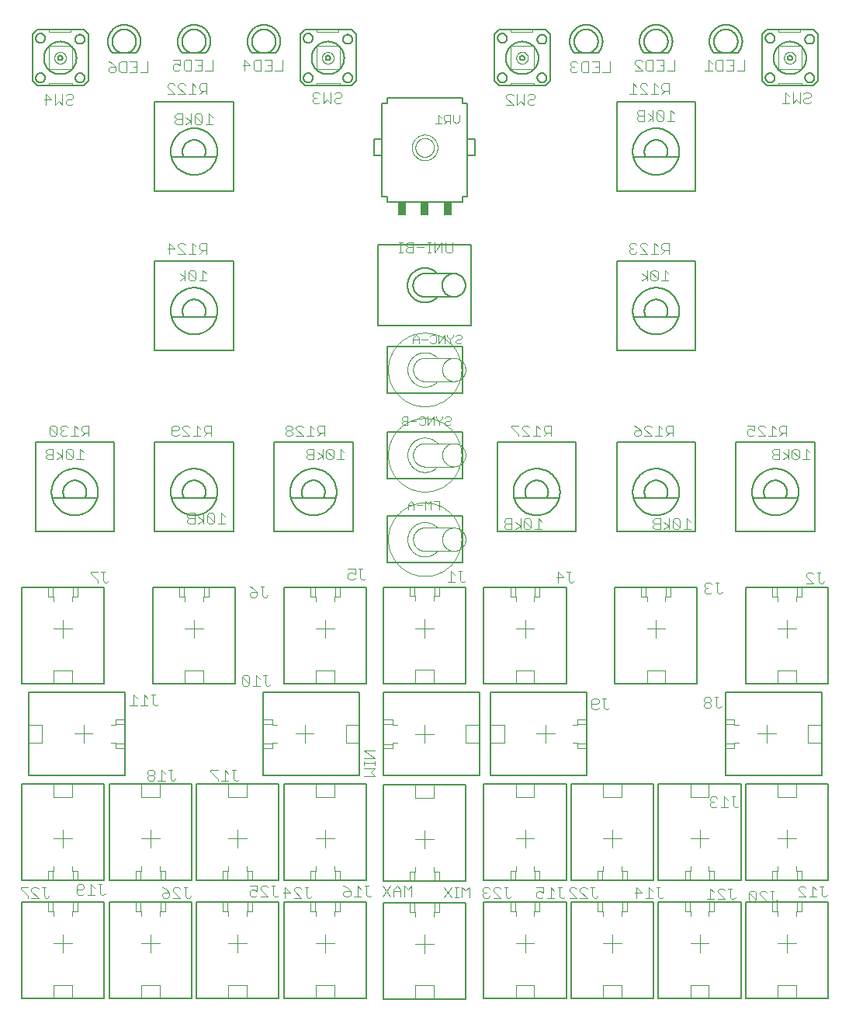
<source format=gbo>
G75*
%MOIN*%
%OFA0B0*%
%FSLAX25Y25*%
%IPPOS*%
%LPD*%
%AMOC8*
5,1,8,0,0,1.08239X$1,22.5*
%
%ADD10C,0.00800*%
%ADD11C,0.00500*%
%ADD12C,0.00400*%
%ADD13C,0.00200*%
%ADD14C,0.00300*%
%ADD15R,0.03346X0.05217*%
D10*
X0017566Y0218089D02*
X0036759Y0218089D01*
X0031542Y0218089D02*
X0022881Y0218089D01*
X0022814Y0218212D01*
X0022749Y0218337D01*
X0022689Y0218464D01*
X0022632Y0218593D01*
X0022578Y0218723D01*
X0022529Y0218854D01*
X0022483Y0218987D01*
X0022440Y0219121D01*
X0022402Y0219256D01*
X0022367Y0219392D01*
X0022337Y0219529D01*
X0022310Y0219667D01*
X0022287Y0219806D01*
X0022268Y0219945D01*
X0022253Y0220085D01*
X0022242Y0220225D01*
X0022234Y0220365D01*
X0022231Y0220506D01*
X0022232Y0220646D01*
X0022237Y0220786D01*
X0022245Y0220927D01*
X0022258Y0221067D01*
X0022274Y0221206D01*
X0022295Y0221345D01*
X0022319Y0221484D01*
X0022348Y0221621D01*
X0022380Y0221758D01*
X0022416Y0221894D01*
X0022455Y0222029D01*
X0022499Y0222162D01*
X0022546Y0222294D01*
X0022597Y0222425D01*
X0022652Y0222555D01*
X0022711Y0222683D01*
X0022773Y0222809D01*
X0022838Y0222933D01*
X0022907Y0223055D01*
X0022979Y0223176D01*
X0023055Y0223294D01*
X0023134Y0223410D01*
X0023216Y0223524D01*
X0023302Y0223636D01*
X0023390Y0223745D01*
X0023482Y0223851D01*
X0023577Y0223955D01*
X0023674Y0224056D01*
X0023775Y0224155D01*
X0023878Y0224250D01*
X0023983Y0224343D01*
X0024092Y0224432D01*
X0024202Y0224519D01*
X0024315Y0224602D01*
X0024431Y0224682D01*
X0024549Y0224759D01*
X0024668Y0224833D01*
X0024790Y0224903D01*
X0024914Y0224969D01*
X0025039Y0225032D01*
X0025167Y0225092D01*
X0025296Y0225148D01*
X0025426Y0225200D01*
X0025558Y0225248D01*
X0025691Y0225293D01*
X0025825Y0225334D01*
X0025961Y0225371D01*
X0026097Y0225405D01*
X0026235Y0225434D01*
X0026373Y0225460D01*
X0026512Y0225482D01*
X0026651Y0225499D01*
X0026791Y0225513D01*
X0026931Y0225523D01*
X0027072Y0225529D01*
X0027212Y0225531D01*
X0027352Y0225529D01*
X0027493Y0225523D01*
X0027633Y0225513D01*
X0027773Y0225499D01*
X0027912Y0225482D01*
X0028051Y0225460D01*
X0028189Y0225434D01*
X0028327Y0225405D01*
X0028463Y0225371D01*
X0028599Y0225334D01*
X0028733Y0225293D01*
X0028866Y0225248D01*
X0028998Y0225200D01*
X0029128Y0225148D01*
X0029257Y0225092D01*
X0029385Y0225032D01*
X0029510Y0224969D01*
X0029634Y0224903D01*
X0029756Y0224833D01*
X0029875Y0224759D01*
X0029993Y0224682D01*
X0030109Y0224602D01*
X0030222Y0224519D01*
X0030332Y0224432D01*
X0030441Y0224343D01*
X0030546Y0224250D01*
X0030649Y0224155D01*
X0030750Y0224056D01*
X0030847Y0223955D01*
X0030942Y0223851D01*
X0031034Y0223745D01*
X0031122Y0223636D01*
X0031208Y0223524D01*
X0031290Y0223410D01*
X0031369Y0223294D01*
X0031445Y0223176D01*
X0031517Y0223055D01*
X0031586Y0222933D01*
X0031651Y0222809D01*
X0031713Y0222683D01*
X0031772Y0222555D01*
X0031827Y0222425D01*
X0031878Y0222294D01*
X0031925Y0222162D01*
X0031969Y0222029D01*
X0032008Y0221894D01*
X0032044Y0221758D01*
X0032076Y0221621D01*
X0032105Y0221484D01*
X0032129Y0221345D01*
X0032150Y0221206D01*
X0032166Y0221067D01*
X0032179Y0220927D01*
X0032187Y0220786D01*
X0032192Y0220646D01*
X0032193Y0220506D01*
X0032190Y0220365D01*
X0032182Y0220225D01*
X0032171Y0220085D01*
X0032156Y0219945D01*
X0032137Y0219806D01*
X0032114Y0219667D01*
X0032087Y0219529D01*
X0032057Y0219392D01*
X0032022Y0219256D01*
X0031984Y0219121D01*
X0031941Y0218987D01*
X0031895Y0218854D01*
X0031846Y0218723D01*
X0031792Y0218593D01*
X0031735Y0218464D01*
X0031675Y0218337D01*
X0031610Y0218212D01*
X0031543Y0218089D01*
X0017212Y0220550D02*
X0017215Y0220795D01*
X0017224Y0221041D01*
X0017239Y0221286D01*
X0017260Y0221530D01*
X0017287Y0221774D01*
X0017320Y0222017D01*
X0017359Y0222260D01*
X0017404Y0222501D01*
X0017455Y0222741D01*
X0017512Y0222980D01*
X0017574Y0223217D01*
X0017643Y0223453D01*
X0017717Y0223687D01*
X0017797Y0223919D01*
X0017882Y0224149D01*
X0017973Y0224377D01*
X0018070Y0224602D01*
X0018172Y0224826D01*
X0018280Y0225046D01*
X0018393Y0225264D01*
X0018511Y0225479D01*
X0018635Y0225691D01*
X0018763Y0225900D01*
X0018897Y0226106D01*
X0019036Y0226308D01*
X0019180Y0226507D01*
X0019329Y0226702D01*
X0019482Y0226894D01*
X0019640Y0227082D01*
X0019802Y0227266D01*
X0019970Y0227445D01*
X0020141Y0227621D01*
X0020317Y0227792D01*
X0020496Y0227960D01*
X0020680Y0228122D01*
X0020868Y0228280D01*
X0021060Y0228433D01*
X0021255Y0228582D01*
X0021454Y0228726D01*
X0021656Y0228865D01*
X0021862Y0228999D01*
X0022071Y0229127D01*
X0022283Y0229251D01*
X0022498Y0229369D01*
X0022716Y0229482D01*
X0022936Y0229590D01*
X0023160Y0229692D01*
X0023385Y0229789D01*
X0023613Y0229880D01*
X0023843Y0229965D01*
X0024075Y0230045D01*
X0024309Y0230119D01*
X0024545Y0230188D01*
X0024782Y0230250D01*
X0025021Y0230307D01*
X0025261Y0230358D01*
X0025502Y0230403D01*
X0025745Y0230442D01*
X0025988Y0230475D01*
X0026232Y0230502D01*
X0026476Y0230523D01*
X0026721Y0230538D01*
X0026967Y0230547D01*
X0027212Y0230550D01*
X0027457Y0230547D01*
X0027703Y0230538D01*
X0027948Y0230523D01*
X0028192Y0230502D01*
X0028436Y0230475D01*
X0028679Y0230442D01*
X0028922Y0230403D01*
X0029163Y0230358D01*
X0029403Y0230307D01*
X0029642Y0230250D01*
X0029879Y0230188D01*
X0030115Y0230119D01*
X0030349Y0230045D01*
X0030581Y0229965D01*
X0030811Y0229880D01*
X0031039Y0229789D01*
X0031264Y0229692D01*
X0031488Y0229590D01*
X0031708Y0229482D01*
X0031926Y0229369D01*
X0032141Y0229251D01*
X0032353Y0229127D01*
X0032562Y0228999D01*
X0032768Y0228865D01*
X0032970Y0228726D01*
X0033169Y0228582D01*
X0033364Y0228433D01*
X0033556Y0228280D01*
X0033744Y0228122D01*
X0033928Y0227960D01*
X0034107Y0227792D01*
X0034283Y0227621D01*
X0034454Y0227445D01*
X0034622Y0227266D01*
X0034784Y0227082D01*
X0034942Y0226894D01*
X0035095Y0226702D01*
X0035244Y0226507D01*
X0035388Y0226308D01*
X0035527Y0226106D01*
X0035661Y0225900D01*
X0035789Y0225691D01*
X0035913Y0225479D01*
X0036031Y0225264D01*
X0036144Y0225046D01*
X0036252Y0224826D01*
X0036354Y0224602D01*
X0036451Y0224377D01*
X0036542Y0224149D01*
X0036627Y0223919D01*
X0036707Y0223687D01*
X0036781Y0223453D01*
X0036850Y0223217D01*
X0036912Y0222980D01*
X0036969Y0222741D01*
X0037020Y0222501D01*
X0037065Y0222260D01*
X0037104Y0222017D01*
X0037137Y0221774D01*
X0037164Y0221530D01*
X0037185Y0221286D01*
X0037200Y0221041D01*
X0037209Y0220795D01*
X0037212Y0220550D01*
X0037209Y0220305D01*
X0037200Y0220059D01*
X0037185Y0219814D01*
X0037164Y0219570D01*
X0037137Y0219326D01*
X0037104Y0219083D01*
X0037065Y0218840D01*
X0037020Y0218599D01*
X0036969Y0218359D01*
X0036912Y0218120D01*
X0036850Y0217883D01*
X0036781Y0217647D01*
X0036707Y0217413D01*
X0036627Y0217181D01*
X0036542Y0216951D01*
X0036451Y0216723D01*
X0036354Y0216498D01*
X0036252Y0216274D01*
X0036144Y0216054D01*
X0036031Y0215836D01*
X0035913Y0215621D01*
X0035789Y0215409D01*
X0035661Y0215200D01*
X0035527Y0214994D01*
X0035388Y0214792D01*
X0035244Y0214593D01*
X0035095Y0214398D01*
X0034942Y0214206D01*
X0034784Y0214018D01*
X0034622Y0213834D01*
X0034454Y0213655D01*
X0034283Y0213479D01*
X0034107Y0213308D01*
X0033928Y0213140D01*
X0033744Y0212978D01*
X0033556Y0212820D01*
X0033364Y0212667D01*
X0033169Y0212518D01*
X0032970Y0212374D01*
X0032768Y0212235D01*
X0032562Y0212101D01*
X0032353Y0211973D01*
X0032141Y0211849D01*
X0031926Y0211731D01*
X0031708Y0211618D01*
X0031488Y0211510D01*
X0031264Y0211408D01*
X0031039Y0211311D01*
X0030811Y0211220D01*
X0030581Y0211135D01*
X0030349Y0211055D01*
X0030115Y0210981D01*
X0029879Y0210912D01*
X0029642Y0210850D01*
X0029403Y0210793D01*
X0029163Y0210742D01*
X0028922Y0210697D01*
X0028679Y0210658D01*
X0028436Y0210625D01*
X0028192Y0210598D01*
X0027948Y0210577D01*
X0027703Y0210562D01*
X0027457Y0210553D01*
X0027212Y0210550D01*
X0026967Y0210553D01*
X0026721Y0210562D01*
X0026476Y0210577D01*
X0026232Y0210598D01*
X0025988Y0210625D01*
X0025745Y0210658D01*
X0025502Y0210697D01*
X0025261Y0210742D01*
X0025021Y0210793D01*
X0024782Y0210850D01*
X0024545Y0210912D01*
X0024309Y0210981D01*
X0024075Y0211055D01*
X0023843Y0211135D01*
X0023613Y0211220D01*
X0023385Y0211311D01*
X0023160Y0211408D01*
X0022936Y0211510D01*
X0022716Y0211618D01*
X0022498Y0211731D01*
X0022283Y0211849D01*
X0022071Y0211973D01*
X0021862Y0212101D01*
X0021656Y0212235D01*
X0021454Y0212374D01*
X0021255Y0212518D01*
X0021060Y0212667D01*
X0020868Y0212820D01*
X0020680Y0212978D01*
X0020496Y0213140D01*
X0020317Y0213308D01*
X0020141Y0213479D01*
X0019970Y0213655D01*
X0019802Y0213834D01*
X0019640Y0214018D01*
X0019482Y0214206D01*
X0019329Y0214398D01*
X0019180Y0214593D01*
X0019036Y0214792D01*
X0018897Y0214994D01*
X0018763Y0215200D01*
X0018635Y0215409D01*
X0018511Y0215621D01*
X0018393Y0215836D01*
X0018280Y0216054D01*
X0018172Y0216274D01*
X0018070Y0216498D01*
X0017973Y0216723D01*
X0017882Y0216951D01*
X0017797Y0217181D01*
X0017717Y0217413D01*
X0017643Y0217647D01*
X0017574Y0217883D01*
X0017512Y0218120D01*
X0017455Y0218359D01*
X0017404Y0218599D01*
X0017359Y0218840D01*
X0017320Y0219083D01*
X0017287Y0219326D01*
X0017260Y0219570D01*
X0017239Y0219814D01*
X0017224Y0220059D01*
X0017215Y0220305D01*
X0017212Y0220550D01*
X0068816Y0218089D02*
X0088009Y0218089D01*
X0082792Y0218089D02*
X0074131Y0218089D01*
X0074064Y0218212D01*
X0073999Y0218337D01*
X0073939Y0218464D01*
X0073882Y0218593D01*
X0073828Y0218723D01*
X0073779Y0218854D01*
X0073733Y0218987D01*
X0073690Y0219121D01*
X0073652Y0219256D01*
X0073617Y0219392D01*
X0073587Y0219529D01*
X0073560Y0219667D01*
X0073537Y0219806D01*
X0073518Y0219945D01*
X0073503Y0220085D01*
X0073492Y0220225D01*
X0073484Y0220365D01*
X0073481Y0220506D01*
X0073482Y0220646D01*
X0073487Y0220786D01*
X0073495Y0220927D01*
X0073508Y0221067D01*
X0073524Y0221206D01*
X0073545Y0221345D01*
X0073569Y0221484D01*
X0073598Y0221621D01*
X0073630Y0221758D01*
X0073666Y0221894D01*
X0073705Y0222029D01*
X0073749Y0222162D01*
X0073796Y0222294D01*
X0073847Y0222425D01*
X0073902Y0222555D01*
X0073961Y0222683D01*
X0074023Y0222809D01*
X0074088Y0222933D01*
X0074157Y0223055D01*
X0074229Y0223176D01*
X0074305Y0223294D01*
X0074384Y0223410D01*
X0074466Y0223524D01*
X0074552Y0223636D01*
X0074640Y0223745D01*
X0074732Y0223851D01*
X0074827Y0223955D01*
X0074924Y0224056D01*
X0075025Y0224155D01*
X0075128Y0224250D01*
X0075233Y0224343D01*
X0075342Y0224432D01*
X0075452Y0224519D01*
X0075565Y0224602D01*
X0075681Y0224682D01*
X0075799Y0224759D01*
X0075918Y0224833D01*
X0076040Y0224903D01*
X0076164Y0224969D01*
X0076289Y0225032D01*
X0076417Y0225092D01*
X0076546Y0225148D01*
X0076676Y0225200D01*
X0076808Y0225248D01*
X0076941Y0225293D01*
X0077075Y0225334D01*
X0077211Y0225371D01*
X0077347Y0225405D01*
X0077485Y0225434D01*
X0077623Y0225460D01*
X0077762Y0225482D01*
X0077901Y0225499D01*
X0078041Y0225513D01*
X0078181Y0225523D01*
X0078322Y0225529D01*
X0078462Y0225531D01*
X0078602Y0225529D01*
X0078743Y0225523D01*
X0078883Y0225513D01*
X0079023Y0225499D01*
X0079162Y0225482D01*
X0079301Y0225460D01*
X0079439Y0225434D01*
X0079577Y0225405D01*
X0079713Y0225371D01*
X0079849Y0225334D01*
X0079983Y0225293D01*
X0080116Y0225248D01*
X0080248Y0225200D01*
X0080378Y0225148D01*
X0080507Y0225092D01*
X0080635Y0225032D01*
X0080760Y0224969D01*
X0080884Y0224903D01*
X0081006Y0224833D01*
X0081125Y0224759D01*
X0081243Y0224682D01*
X0081359Y0224602D01*
X0081472Y0224519D01*
X0081582Y0224432D01*
X0081691Y0224343D01*
X0081796Y0224250D01*
X0081899Y0224155D01*
X0082000Y0224056D01*
X0082097Y0223955D01*
X0082192Y0223851D01*
X0082284Y0223745D01*
X0082372Y0223636D01*
X0082458Y0223524D01*
X0082540Y0223410D01*
X0082619Y0223294D01*
X0082695Y0223176D01*
X0082767Y0223055D01*
X0082836Y0222933D01*
X0082901Y0222809D01*
X0082963Y0222683D01*
X0083022Y0222555D01*
X0083077Y0222425D01*
X0083128Y0222294D01*
X0083175Y0222162D01*
X0083219Y0222029D01*
X0083258Y0221894D01*
X0083294Y0221758D01*
X0083326Y0221621D01*
X0083355Y0221484D01*
X0083379Y0221345D01*
X0083400Y0221206D01*
X0083416Y0221067D01*
X0083429Y0220927D01*
X0083437Y0220786D01*
X0083442Y0220646D01*
X0083443Y0220506D01*
X0083440Y0220365D01*
X0083432Y0220225D01*
X0083421Y0220085D01*
X0083406Y0219945D01*
X0083387Y0219806D01*
X0083364Y0219667D01*
X0083337Y0219529D01*
X0083307Y0219392D01*
X0083272Y0219256D01*
X0083234Y0219121D01*
X0083191Y0218987D01*
X0083145Y0218854D01*
X0083096Y0218723D01*
X0083042Y0218593D01*
X0082985Y0218464D01*
X0082925Y0218337D01*
X0082860Y0218212D01*
X0082793Y0218089D01*
X0068462Y0220550D02*
X0068465Y0220795D01*
X0068474Y0221041D01*
X0068489Y0221286D01*
X0068510Y0221530D01*
X0068537Y0221774D01*
X0068570Y0222017D01*
X0068609Y0222260D01*
X0068654Y0222501D01*
X0068705Y0222741D01*
X0068762Y0222980D01*
X0068824Y0223217D01*
X0068893Y0223453D01*
X0068967Y0223687D01*
X0069047Y0223919D01*
X0069132Y0224149D01*
X0069223Y0224377D01*
X0069320Y0224602D01*
X0069422Y0224826D01*
X0069530Y0225046D01*
X0069643Y0225264D01*
X0069761Y0225479D01*
X0069885Y0225691D01*
X0070013Y0225900D01*
X0070147Y0226106D01*
X0070286Y0226308D01*
X0070430Y0226507D01*
X0070579Y0226702D01*
X0070732Y0226894D01*
X0070890Y0227082D01*
X0071052Y0227266D01*
X0071220Y0227445D01*
X0071391Y0227621D01*
X0071567Y0227792D01*
X0071746Y0227960D01*
X0071930Y0228122D01*
X0072118Y0228280D01*
X0072310Y0228433D01*
X0072505Y0228582D01*
X0072704Y0228726D01*
X0072906Y0228865D01*
X0073112Y0228999D01*
X0073321Y0229127D01*
X0073533Y0229251D01*
X0073748Y0229369D01*
X0073966Y0229482D01*
X0074186Y0229590D01*
X0074410Y0229692D01*
X0074635Y0229789D01*
X0074863Y0229880D01*
X0075093Y0229965D01*
X0075325Y0230045D01*
X0075559Y0230119D01*
X0075795Y0230188D01*
X0076032Y0230250D01*
X0076271Y0230307D01*
X0076511Y0230358D01*
X0076752Y0230403D01*
X0076995Y0230442D01*
X0077238Y0230475D01*
X0077482Y0230502D01*
X0077726Y0230523D01*
X0077971Y0230538D01*
X0078217Y0230547D01*
X0078462Y0230550D01*
X0078707Y0230547D01*
X0078953Y0230538D01*
X0079198Y0230523D01*
X0079442Y0230502D01*
X0079686Y0230475D01*
X0079929Y0230442D01*
X0080172Y0230403D01*
X0080413Y0230358D01*
X0080653Y0230307D01*
X0080892Y0230250D01*
X0081129Y0230188D01*
X0081365Y0230119D01*
X0081599Y0230045D01*
X0081831Y0229965D01*
X0082061Y0229880D01*
X0082289Y0229789D01*
X0082514Y0229692D01*
X0082738Y0229590D01*
X0082958Y0229482D01*
X0083176Y0229369D01*
X0083391Y0229251D01*
X0083603Y0229127D01*
X0083812Y0228999D01*
X0084018Y0228865D01*
X0084220Y0228726D01*
X0084419Y0228582D01*
X0084614Y0228433D01*
X0084806Y0228280D01*
X0084994Y0228122D01*
X0085178Y0227960D01*
X0085357Y0227792D01*
X0085533Y0227621D01*
X0085704Y0227445D01*
X0085872Y0227266D01*
X0086034Y0227082D01*
X0086192Y0226894D01*
X0086345Y0226702D01*
X0086494Y0226507D01*
X0086638Y0226308D01*
X0086777Y0226106D01*
X0086911Y0225900D01*
X0087039Y0225691D01*
X0087163Y0225479D01*
X0087281Y0225264D01*
X0087394Y0225046D01*
X0087502Y0224826D01*
X0087604Y0224602D01*
X0087701Y0224377D01*
X0087792Y0224149D01*
X0087877Y0223919D01*
X0087957Y0223687D01*
X0088031Y0223453D01*
X0088100Y0223217D01*
X0088162Y0222980D01*
X0088219Y0222741D01*
X0088270Y0222501D01*
X0088315Y0222260D01*
X0088354Y0222017D01*
X0088387Y0221774D01*
X0088414Y0221530D01*
X0088435Y0221286D01*
X0088450Y0221041D01*
X0088459Y0220795D01*
X0088462Y0220550D01*
X0088459Y0220305D01*
X0088450Y0220059D01*
X0088435Y0219814D01*
X0088414Y0219570D01*
X0088387Y0219326D01*
X0088354Y0219083D01*
X0088315Y0218840D01*
X0088270Y0218599D01*
X0088219Y0218359D01*
X0088162Y0218120D01*
X0088100Y0217883D01*
X0088031Y0217647D01*
X0087957Y0217413D01*
X0087877Y0217181D01*
X0087792Y0216951D01*
X0087701Y0216723D01*
X0087604Y0216498D01*
X0087502Y0216274D01*
X0087394Y0216054D01*
X0087281Y0215836D01*
X0087163Y0215621D01*
X0087039Y0215409D01*
X0086911Y0215200D01*
X0086777Y0214994D01*
X0086638Y0214792D01*
X0086494Y0214593D01*
X0086345Y0214398D01*
X0086192Y0214206D01*
X0086034Y0214018D01*
X0085872Y0213834D01*
X0085704Y0213655D01*
X0085533Y0213479D01*
X0085357Y0213308D01*
X0085178Y0213140D01*
X0084994Y0212978D01*
X0084806Y0212820D01*
X0084614Y0212667D01*
X0084419Y0212518D01*
X0084220Y0212374D01*
X0084018Y0212235D01*
X0083812Y0212101D01*
X0083603Y0211973D01*
X0083391Y0211849D01*
X0083176Y0211731D01*
X0082958Y0211618D01*
X0082738Y0211510D01*
X0082514Y0211408D01*
X0082289Y0211311D01*
X0082061Y0211220D01*
X0081831Y0211135D01*
X0081599Y0211055D01*
X0081365Y0210981D01*
X0081129Y0210912D01*
X0080892Y0210850D01*
X0080653Y0210793D01*
X0080413Y0210742D01*
X0080172Y0210697D01*
X0079929Y0210658D01*
X0079686Y0210625D01*
X0079442Y0210598D01*
X0079198Y0210577D01*
X0078953Y0210562D01*
X0078707Y0210553D01*
X0078462Y0210550D01*
X0078217Y0210553D01*
X0077971Y0210562D01*
X0077726Y0210577D01*
X0077482Y0210598D01*
X0077238Y0210625D01*
X0076995Y0210658D01*
X0076752Y0210697D01*
X0076511Y0210742D01*
X0076271Y0210793D01*
X0076032Y0210850D01*
X0075795Y0210912D01*
X0075559Y0210981D01*
X0075325Y0211055D01*
X0075093Y0211135D01*
X0074863Y0211220D01*
X0074635Y0211311D01*
X0074410Y0211408D01*
X0074186Y0211510D01*
X0073966Y0211618D01*
X0073748Y0211731D01*
X0073533Y0211849D01*
X0073321Y0211973D01*
X0073112Y0212101D01*
X0072906Y0212235D01*
X0072704Y0212374D01*
X0072505Y0212518D01*
X0072310Y0212667D01*
X0072118Y0212820D01*
X0071930Y0212978D01*
X0071746Y0213140D01*
X0071567Y0213308D01*
X0071391Y0213479D01*
X0071220Y0213655D01*
X0071052Y0213834D01*
X0070890Y0214018D01*
X0070732Y0214206D01*
X0070579Y0214398D01*
X0070430Y0214593D01*
X0070286Y0214792D01*
X0070147Y0214994D01*
X0070013Y0215200D01*
X0069885Y0215409D01*
X0069761Y0215621D01*
X0069643Y0215836D01*
X0069530Y0216054D01*
X0069422Y0216274D01*
X0069320Y0216498D01*
X0069223Y0216723D01*
X0069132Y0216951D01*
X0069047Y0217181D01*
X0068967Y0217413D01*
X0068893Y0217647D01*
X0068824Y0217883D01*
X0068762Y0218120D01*
X0068705Y0218359D01*
X0068654Y0218599D01*
X0068609Y0218840D01*
X0068570Y0219083D01*
X0068537Y0219326D01*
X0068510Y0219570D01*
X0068489Y0219814D01*
X0068474Y0220059D01*
X0068465Y0220305D01*
X0068462Y0220550D01*
X0120066Y0218089D02*
X0139259Y0218089D01*
X0134042Y0218089D02*
X0125381Y0218089D01*
X0125314Y0218212D01*
X0125249Y0218337D01*
X0125189Y0218464D01*
X0125132Y0218593D01*
X0125078Y0218723D01*
X0125029Y0218854D01*
X0124983Y0218987D01*
X0124940Y0219121D01*
X0124902Y0219256D01*
X0124867Y0219392D01*
X0124837Y0219529D01*
X0124810Y0219667D01*
X0124787Y0219806D01*
X0124768Y0219945D01*
X0124753Y0220085D01*
X0124742Y0220225D01*
X0124734Y0220365D01*
X0124731Y0220506D01*
X0124732Y0220646D01*
X0124737Y0220786D01*
X0124745Y0220927D01*
X0124758Y0221067D01*
X0124774Y0221206D01*
X0124795Y0221345D01*
X0124819Y0221484D01*
X0124848Y0221621D01*
X0124880Y0221758D01*
X0124916Y0221894D01*
X0124955Y0222029D01*
X0124999Y0222162D01*
X0125046Y0222294D01*
X0125097Y0222425D01*
X0125152Y0222555D01*
X0125211Y0222683D01*
X0125273Y0222809D01*
X0125338Y0222933D01*
X0125407Y0223055D01*
X0125479Y0223176D01*
X0125555Y0223294D01*
X0125634Y0223410D01*
X0125716Y0223524D01*
X0125802Y0223636D01*
X0125890Y0223745D01*
X0125982Y0223851D01*
X0126077Y0223955D01*
X0126174Y0224056D01*
X0126275Y0224155D01*
X0126378Y0224250D01*
X0126483Y0224343D01*
X0126592Y0224432D01*
X0126702Y0224519D01*
X0126815Y0224602D01*
X0126931Y0224682D01*
X0127049Y0224759D01*
X0127168Y0224833D01*
X0127290Y0224903D01*
X0127414Y0224969D01*
X0127539Y0225032D01*
X0127667Y0225092D01*
X0127796Y0225148D01*
X0127926Y0225200D01*
X0128058Y0225248D01*
X0128191Y0225293D01*
X0128325Y0225334D01*
X0128461Y0225371D01*
X0128597Y0225405D01*
X0128735Y0225434D01*
X0128873Y0225460D01*
X0129012Y0225482D01*
X0129151Y0225499D01*
X0129291Y0225513D01*
X0129431Y0225523D01*
X0129572Y0225529D01*
X0129712Y0225531D01*
X0129852Y0225529D01*
X0129993Y0225523D01*
X0130133Y0225513D01*
X0130273Y0225499D01*
X0130412Y0225482D01*
X0130551Y0225460D01*
X0130689Y0225434D01*
X0130827Y0225405D01*
X0130963Y0225371D01*
X0131099Y0225334D01*
X0131233Y0225293D01*
X0131366Y0225248D01*
X0131498Y0225200D01*
X0131628Y0225148D01*
X0131757Y0225092D01*
X0131885Y0225032D01*
X0132010Y0224969D01*
X0132134Y0224903D01*
X0132256Y0224833D01*
X0132375Y0224759D01*
X0132493Y0224682D01*
X0132609Y0224602D01*
X0132722Y0224519D01*
X0132832Y0224432D01*
X0132941Y0224343D01*
X0133046Y0224250D01*
X0133149Y0224155D01*
X0133250Y0224056D01*
X0133347Y0223955D01*
X0133442Y0223851D01*
X0133534Y0223745D01*
X0133622Y0223636D01*
X0133708Y0223524D01*
X0133790Y0223410D01*
X0133869Y0223294D01*
X0133945Y0223176D01*
X0134017Y0223055D01*
X0134086Y0222933D01*
X0134151Y0222809D01*
X0134213Y0222683D01*
X0134272Y0222555D01*
X0134327Y0222425D01*
X0134378Y0222294D01*
X0134425Y0222162D01*
X0134469Y0222029D01*
X0134508Y0221894D01*
X0134544Y0221758D01*
X0134576Y0221621D01*
X0134605Y0221484D01*
X0134629Y0221345D01*
X0134650Y0221206D01*
X0134666Y0221067D01*
X0134679Y0220927D01*
X0134687Y0220786D01*
X0134692Y0220646D01*
X0134693Y0220506D01*
X0134690Y0220365D01*
X0134682Y0220225D01*
X0134671Y0220085D01*
X0134656Y0219945D01*
X0134637Y0219806D01*
X0134614Y0219667D01*
X0134587Y0219529D01*
X0134557Y0219392D01*
X0134522Y0219256D01*
X0134484Y0219121D01*
X0134441Y0218987D01*
X0134395Y0218854D01*
X0134346Y0218723D01*
X0134292Y0218593D01*
X0134235Y0218464D01*
X0134175Y0218337D01*
X0134110Y0218212D01*
X0134043Y0218089D01*
X0119712Y0220550D02*
X0119715Y0220795D01*
X0119724Y0221041D01*
X0119739Y0221286D01*
X0119760Y0221530D01*
X0119787Y0221774D01*
X0119820Y0222017D01*
X0119859Y0222260D01*
X0119904Y0222501D01*
X0119955Y0222741D01*
X0120012Y0222980D01*
X0120074Y0223217D01*
X0120143Y0223453D01*
X0120217Y0223687D01*
X0120297Y0223919D01*
X0120382Y0224149D01*
X0120473Y0224377D01*
X0120570Y0224602D01*
X0120672Y0224826D01*
X0120780Y0225046D01*
X0120893Y0225264D01*
X0121011Y0225479D01*
X0121135Y0225691D01*
X0121263Y0225900D01*
X0121397Y0226106D01*
X0121536Y0226308D01*
X0121680Y0226507D01*
X0121829Y0226702D01*
X0121982Y0226894D01*
X0122140Y0227082D01*
X0122302Y0227266D01*
X0122470Y0227445D01*
X0122641Y0227621D01*
X0122817Y0227792D01*
X0122996Y0227960D01*
X0123180Y0228122D01*
X0123368Y0228280D01*
X0123560Y0228433D01*
X0123755Y0228582D01*
X0123954Y0228726D01*
X0124156Y0228865D01*
X0124362Y0228999D01*
X0124571Y0229127D01*
X0124783Y0229251D01*
X0124998Y0229369D01*
X0125216Y0229482D01*
X0125436Y0229590D01*
X0125660Y0229692D01*
X0125885Y0229789D01*
X0126113Y0229880D01*
X0126343Y0229965D01*
X0126575Y0230045D01*
X0126809Y0230119D01*
X0127045Y0230188D01*
X0127282Y0230250D01*
X0127521Y0230307D01*
X0127761Y0230358D01*
X0128002Y0230403D01*
X0128245Y0230442D01*
X0128488Y0230475D01*
X0128732Y0230502D01*
X0128976Y0230523D01*
X0129221Y0230538D01*
X0129467Y0230547D01*
X0129712Y0230550D01*
X0129957Y0230547D01*
X0130203Y0230538D01*
X0130448Y0230523D01*
X0130692Y0230502D01*
X0130936Y0230475D01*
X0131179Y0230442D01*
X0131422Y0230403D01*
X0131663Y0230358D01*
X0131903Y0230307D01*
X0132142Y0230250D01*
X0132379Y0230188D01*
X0132615Y0230119D01*
X0132849Y0230045D01*
X0133081Y0229965D01*
X0133311Y0229880D01*
X0133539Y0229789D01*
X0133764Y0229692D01*
X0133988Y0229590D01*
X0134208Y0229482D01*
X0134426Y0229369D01*
X0134641Y0229251D01*
X0134853Y0229127D01*
X0135062Y0228999D01*
X0135268Y0228865D01*
X0135470Y0228726D01*
X0135669Y0228582D01*
X0135864Y0228433D01*
X0136056Y0228280D01*
X0136244Y0228122D01*
X0136428Y0227960D01*
X0136607Y0227792D01*
X0136783Y0227621D01*
X0136954Y0227445D01*
X0137122Y0227266D01*
X0137284Y0227082D01*
X0137442Y0226894D01*
X0137595Y0226702D01*
X0137744Y0226507D01*
X0137888Y0226308D01*
X0138027Y0226106D01*
X0138161Y0225900D01*
X0138289Y0225691D01*
X0138413Y0225479D01*
X0138531Y0225264D01*
X0138644Y0225046D01*
X0138752Y0224826D01*
X0138854Y0224602D01*
X0138951Y0224377D01*
X0139042Y0224149D01*
X0139127Y0223919D01*
X0139207Y0223687D01*
X0139281Y0223453D01*
X0139350Y0223217D01*
X0139412Y0222980D01*
X0139469Y0222741D01*
X0139520Y0222501D01*
X0139565Y0222260D01*
X0139604Y0222017D01*
X0139637Y0221774D01*
X0139664Y0221530D01*
X0139685Y0221286D01*
X0139700Y0221041D01*
X0139709Y0220795D01*
X0139712Y0220550D01*
X0139709Y0220305D01*
X0139700Y0220059D01*
X0139685Y0219814D01*
X0139664Y0219570D01*
X0139637Y0219326D01*
X0139604Y0219083D01*
X0139565Y0218840D01*
X0139520Y0218599D01*
X0139469Y0218359D01*
X0139412Y0218120D01*
X0139350Y0217883D01*
X0139281Y0217647D01*
X0139207Y0217413D01*
X0139127Y0217181D01*
X0139042Y0216951D01*
X0138951Y0216723D01*
X0138854Y0216498D01*
X0138752Y0216274D01*
X0138644Y0216054D01*
X0138531Y0215836D01*
X0138413Y0215621D01*
X0138289Y0215409D01*
X0138161Y0215200D01*
X0138027Y0214994D01*
X0137888Y0214792D01*
X0137744Y0214593D01*
X0137595Y0214398D01*
X0137442Y0214206D01*
X0137284Y0214018D01*
X0137122Y0213834D01*
X0136954Y0213655D01*
X0136783Y0213479D01*
X0136607Y0213308D01*
X0136428Y0213140D01*
X0136244Y0212978D01*
X0136056Y0212820D01*
X0135864Y0212667D01*
X0135669Y0212518D01*
X0135470Y0212374D01*
X0135268Y0212235D01*
X0135062Y0212101D01*
X0134853Y0211973D01*
X0134641Y0211849D01*
X0134426Y0211731D01*
X0134208Y0211618D01*
X0133988Y0211510D01*
X0133764Y0211408D01*
X0133539Y0211311D01*
X0133311Y0211220D01*
X0133081Y0211135D01*
X0132849Y0211055D01*
X0132615Y0210981D01*
X0132379Y0210912D01*
X0132142Y0210850D01*
X0131903Y0210793D01*
X0131663Y0210742D01*
X0131422Y0210697D01*
X0131179Y0210658D01*
X0130936Y0210625D01*
X0130692Y0210598D01*
X0130448Y0210577D01*
X0130203Y0210562D01*
X0129957Y0210553D01*
X0129712Y0210550D01*
X0129467Y0210553D01*
X0129221Y0210562D01*
X0128976Y0210577D01*
X0128732Y0210598D01*
X0128488Y0210625D01*
X0128245Y0210658D01*
X0128002Y0210697D01*
X0127761Y0210742D01*
X0127521Y0210793D01*
X0127282Y0210850D01*
X0127045Y0210912D01*
X0126809Y0210981D01*
X0126575Y0211055D01*
X0126343Y0211135D01*
X0126113Y0211220D01*
X0125885Y0211311D01*
X0125660Y0211408D01*
X0125436Y0211510D01*
X0125216Y0211618D01*
X0124998Y0211731D01*
X0124783Y0211849D01*
X0124571Y0211973D01*
X0124362Y0212101D01*
X0124156Y0212235D01*
X0123954Y0212374D01*
X0123755Y0212518D01*
X0123560Y0212667D01*
X0123368Y0212820D01*
X0123180Y0212978D01*
X0122996Y0213140D01*
X0122817Y0213308D01*
X0122641Y0213479D01*
X0122470Y0213655D01*
X0122302Y0213834D01*
X0122140Y0214018D01*
X0121982Y0214206D01*
X0121829Y0214398D01*
X0121680Y0214593D01*
X0121536Y0214792D01*
X0121397Y0214994D01*
X0121263Y0215200D01*
X0121135Y0215409D01*
X0121011Y0215621D01*
X0120893Y0215836D01*
X0120780Y0216054D01*
X0120672Y0216274D01*
X0120570Y0216498D01*
X0120473Y0216723D01*
X0120382Y0216951D01*
X0120297Y0217181D01*
X0120217Y0217413D01*
X0120143Y0217647D01*
X0120074Y0217883D01*
X0120012Y0218120D01*
X0119955Y0218359D01*
X0119904Y0218599D01*
X0119859Y0218840D01*
X0119820Y0219083D01*
X0119787Y0219326D01*
X0119760Y0219570D01*
X0119739Y0219814D01*
X0119724Y0220059D01*
X0119715Y0220305D01*
X0119712Y0220550D01*
X0157546Y0291918D02*
X0197546Y0291918D01*
X0197546Y0326643D01*
X0157546Y0326643D01*
X0157546Y0291918D01*
X0177546Y0304280D02*
X0190046Y0304280D01*
X0185046Y0309280D02*
X0185048Y0309421D01*
X0185054Y0309562D01*
X0185064Y0309702D01*
X0185078Y0309842D01*
X0185096Y0309982D01*
X0185117Y0310121D01*
X0185143Y0310260D01*
X0185172Y0310398D01*
X0185206Y0310534D01*
X0185243Y0310670D01*
X0185284Y0310805D01*
X0185329Y0310939D01*
X0185378Y0311071D01*
X0185430Y0311202D01*
X0185486Y0311331D01*
X0185546Y0311458D01*
X0185609Y0311584D01*
X0185675Y0311708D01*
X0185746Y0311831D01*
X0185819Y0311951D01*
X0185896Y0312069D01*
X0185976Y0312185D01*
X0186060Y0312298D01*
X0186146Y0312409D01*
X0186236Y0312518D01*
X0186329Y0312624D01*
X0186424Y0312727D01*
X0186523Y0312828D01*
X0186624Y0312926D01*
X0186728Y0313021D01*
X0186835Y0313113D01*
X0186944Y0313202D01*
X0187056Y0313287D01*
X0187170Y0313370D01*
X0187286Y0313450D01*
X0187405Y0313526D01*
X0187526Y0313598D01*
X0187648Y0313668D01*
X0187773Y0313733D01*
X0187899Y0313796D01*
X0188027Y0313854D01*
X0188157Y0313909D01*
X0188288Y0313961D01*
X0188421Y0314008D01*
X0188555Y0314052D01*
X0188690Y0314093D01*
X0188826Y0314129D01*
X0188963Y0314161D01*
X0189101Y0314190D01*
X0189239Y0314215D01*
X0189379Y0314235D01*
X0189519Y0314252D01*
X0189659Y0314265D01*
X0189800Y0314274D01*
X0189940Y0314279D01*
X0190081Y0314280D01*
X0190222Y0314277D01*
X0190363Y0314270D01*
X0190503Y0314259D01*
X0190643Y0314244D01*
X0190783Y0314225D01*
X0190922Y0314203D01*
X0191060Y0314176D01*
X0191198Y0314146D01*
X0191334Y0314111D01*
X0191470Y0314073D01*
X0191604Y0314031D01*
X0191738Y0313985D01*
X0191870Y0313936D01*
X0192000Y0313882D01*
X0192129Y0313825D01*
X0192256Y0313765D01*
X0192382Y0313701D01*
X0192505Y0313633D01*
X0192627Y0313562D01*
X0192747Y0313488D01*
X0192864Y0313410D01*
X0192979Y0313329D01*
X0193092Y0313245D01*
X0193203Y0313158D01*
X0193311Y0313067D01*
X0193416Y0312974D01*
X0193519Y0312877D01*
X0193619Y0312778D01*
X0193716Y0312676D01*
X0193810Y0312571D01*
X0193901Y0312464D01*
X0193989Y0312354D01*
X0194074Y0312242D01*
X0194156Y0312127D01*
X0194235Y0312010D01*
X0194310Y0311891D01*
X0194382Y0311770D01*
X0194450Y0311647D01*
X0194515Y0311522D01*
X0194577Y0311395D01*
X0194634Y0311266D01*
X0194689Y0311136D01*
X0194739Y0311005D01*
X0194786Y0310872D01*
X0194829Y0310738D01*
X0194868Y0310602D01*
X0194903Y0310466D01*
X0194935Y0310329D01*
X0194962Y0310191D01*
X0194986Y0310052D01*
X0195006Y0309912D01*
X0195022Y0309772D01*
X0195034Y0309632D01*
X0195042Y0309491D01*
X0195046Y0309350D01*
X0195046Y0309210D01*
X0195042Y0309069D01*
X0195034Y0308928D01*
X0195022Y0308788D01*
X0195006Y0308648D01*
X0194986Y0308508D01*
X0194962Y0308369D01*
X0194935Y0308231D01*
X0194903Y0308094D01*
X0194868Y0307958D01*
X0194829Y0307822D01*
X0194786Y0307688D01*
X0194739Y0307555D01*
X0194689Y0307424D01*
X0194634Y0307294D01*
X0194577Y0307165D01*
X0194515Y0307038D01*
X0194450Y0306913D01*
X0194382Y0306790D01*
X0194310Y0306669D01*
X0194235Y0306550D01*
X0194156Y0306433D01*
X0194074Y0306318D01*
X0193989Y0306206D01*
X0193901Y0306096D01*
X0193810Y0305989D01*
X0193716Y0305884D01*
X0193619Y0305782D01*
X0193519Y0305683D01*
X0193416Y0305586D01*
X0193311Y0305493D01*
X0193203Y0305402D01*
X0193092Y0305315D01*
X0192979Y0305231D01*
X0192864Y0305150D01*
X0192747Y0305072D01*
X0192627Y0304998D01*
X0192505Y0304927D01*
X0192382Y0304859D01*
X0192256Y0304795D01*
X0192129Y0304735D01*
X0192000Y0304678D01*
X0191870Y0304624D01*
X0191738Y0304575D01*
X0191604Y0304529D01*
X0191470Y0304487D01*
X0191334Y0304449D01*
X0191198Y0304414D01*
X0191060Y0304384D01*
X0190922Y0304357D01*
X0190783Y0304335D01*
X0190643Y0304316D01*
X0190503Y0304301D01*
X0190363Y0304290D01*
X0190222Y0304283D01*
X0190081Y0304280D01*
X0189940Y0304281D01*
X0189800Y0304286D01*
X0189659Y0304295D01*
X0189519Y0304308D01*
X0189379Y0304325D01*
X0189239Y0304345D01*
X0189101Y0304370D01*
X0188963Y0304399D01*
X0188826Y0304431D01*
X0188690Y0304467D01*
X0188555Y0304508D01*
X0188421Y0304552D01*
X0188288Y0304599D01*
X0188157Y0304651D01*
X0188027Y0304706D01*
X0187899Y0304764D01*
X0187773Y0304827D01*
X0187648Y0304892D01*
X0187526Y0304962D01*
X0187405Y0305034D01*
X0187286Y0305110D01*
X0187170Y0305190D01*
X0187056Y0305273D01*
X0186944Y0305358D01*
X0186835Y0305447D01*
X0186728Y0305539D01*
X0186624Y0305634D01*
X0186523Y0305732D01*
X0186424Y0305833D01*
X0186329Y0305936D01*
X0186236Y0306042D01*
X0186146Y0306151D01*
X0186060Y0306262D01*
X0185976Y0306375D01*
X0185896Y0306491D01*
X0185819Y0306609D01*
X0185746Y0306729D01*
X0185675Y0306852D01*
X0185609Y0306976D01*
X0185546Y0307102D01*
X0185486Y0307229D01*
X0185430Y0307358D01*
X0185378Y0307489D01*
X0185329Y0307621D01*
X0185284Y0307755D01*
X0185243Y0307890D01*
X0185206Y0308026D01*
X0185172Y0308162D01*
X0185143Y0308300D01*
X0185117Y0308439D01*
X0185096Y0308578D01*
X0185078Y0308718D01*
X0185064Y0308858D01*
X0185054Y0308998D01*
X0185048Y0309139D01*
X0185046Y0309280D01*
X0190046Y0314280D02*
X0177546Y0314280D01*
X0182960Y0314300D02*
X0182835Y0314431D01*
X0182708Y0314559D01*
X0182577Y0314683D01*
X0182444Y0314805D01*
X0182307Y0314923D01*
X0182168Y0315038D01*
X0182026Y0315149D01*
X0181881Y0315257D01*
X0181734Y0315361D01*
X0181584Y0315462D01*
X0181431Y0315559D01*
X0181277Y0315652D01*
X0181120Y0315741D01*
X0180961Y0315826D01*
X0180800Y0315908D01*
X0180637Y0315986D01*
X0180472Y0316059D01*
X0180306Y0316129D01*
X0180137Y0316194D01*
X0179968Y0316255D01*
X0179796Y0316313D01*
X0179624Y0316366D01*
X0179450Y0316414D01*
X0179275Y0316459D01*
X0179099Y0316499D01*
X0178922Y0316535D01*
X0178744Y0316566D01*
X0178566Y0316593D01*
X0178387Y0316616D01*
X0178207Y0316634D01*
X0178027Y0316648D01*
X0177847Y0316658D01*
X0177667Y0316663D01*
X0177486Y0316664D01*
X0177306Y0316660D01*
X0177125Y0316652D01*
X0176945Y0316640D01*
X0176766Y0316623D01*
X0176586Y0316601D01*
X0176408Y0316576D01*
X0176230Y0316546D01*
X0176052Y0316511D01*
X0175876Y0316473D01*
X0175701Y0316430D01*
X0175527Y0316382D01*
X0175354Y0316331D01*
X0175182Y0316275D01*
X0175012Y0316215D01*
X0174843Y0316151D01*
X0174676Y0316083D01*
X0174510Y0316011D01*
X0174347Y0315935D01*
X0174185Y0315854D01*
X0174025Y0315770D01*
X0173868Y0315682D01*
X0173712Y0315590D01*
X0173559Y0315495D01*
X0173408Y0315395D01*
X0173260Y0315292D01*
X0173115Y0315186D01*
X0172972Y0315076D01*
X0172831Y0314962D01*
X0172694Y0314845D01*
X0172559Y0314725D01*
X0172428Y0314601D01*
X0172299Y0314474D01*
X0172174Y0314344D01*
X0172052Y0314212D01*
X0171933Y0314076D01*
X0171817Y0313937D01*
X0171705Y0313796D01*
X0171597Y0313651D01*
X0171491Y0313505D01*
X0171390Y0313355D01*
X0171292Y0313204D01*
X0171198Y0313049D01*
X0171108Y0312893D01*
X0171022Y0312735D01*
X0170939Y0312574D01*
X0170861Y0312411D01*
X0170786Y0312247D01*
X0170716Y0312081D01*
X0170649Y0311913D01*
X0170587Y0311744D01*
X0170529Y0311573D01*
X0170475Y0311400D01*
X0170426Y0311227D01*
X0170380Y0311052D01*
X0170339Y0310876D01*
X0170302Y0310700D01*
X0170270Y0310522D01*
X0170242Y0310344D01*
X0170218Y0310165D01*
X0170198Y0309985D01*
X0170184Y0309806D01*
X0170173Y0309625D01*
X0170167Y0309445D01*
X0170165Y0309264D01*
X0170168Y0309084D01*
X0170175Y0308904D01*
X0170186Y0308723D01*
X0170202Y0308544D01*
X0170222Y0308364D01*
X0170247Y0308185D01*
X0170276Y0308007D01*
X0170309Y0307830D01*
X0170347Y0307653D01*
X0170389Y0307478D01*
X0170435Y0307303D01*
X0170486Y0307130D01*
X0170541Y0306958D01*
X0170600Y0306787D01*
X0170663Y0306618D01*
X0170730Y0306451D01*
X0170801Y0306285D01*
X0170877Y0306121D01*
X0170956Y0305959D01*
X0171039Y0305799D01*
X0171126Y0305641D01*
X0171217Y0305485D01*
X0171312Y0305331D01*
X0171411Y0305180D01*
X0171513Y0305031D01*
X0171619Y0304885D01*
X0171728Y0304741D01*
X0171841Y0304600D01*
X0171957Y0304462D01*
X0172077Y0304327D01*
X0172199Y0304195D01*
X0172325Y0304065D01*
X0172455Y0303939D01*
X0172587Y0303816D01*
X0172722Y0303697D01*
X0172860Y0303580D01*
X0173001Y0303467D01*
X0173144Y0303358D01*
X0173291Y0303252D01*
X0173439Y0303150D01*
X0173591Y0303051D01*
X0173744Y0302956D01*
X0173900Y0302865D01*
X0174058Y0302778D01*
X0174218Y0302695D01*
X0174380Y0302615D01*
X0174544Y0302540D01*
X0174710Y0302469D01*
X0174877Y0302401D01*
X0175047Y0302338D01*
X0175217Y0302279D01*
X0175389Y0302224D01*
X0175562Y0302174D01*
X0175737Y0302127D01*
X0175912Y0302085D01*
X0176089Y0302047D01*
X0176266Y0302014D01*
X0176444Y0301985D01*
X0176623Y0301960D01*
X0176803Y0301940D01*
X0176982Y0301924D01*
X0177162Y0301912D01*
X0177343Y0301905D01*
X0177523Y0301902D01*
X0177704Y0301904D01*
X0177884Y0301910D01*
X0178064Y0301920D01*
X0178244Y0301935D01*
X0178424Y0301954D01*
X0178603Y0301978D01*
X0178781Y0302006D01*
X0178959Y0302038D01*
X0179135Y0302075D01*
X0179311Y0302116D01*
X0179486Y0302161D01*
X0179659Y0302211D01*
X0179832Y0302265D01*
X0180003Y0302323D01*
X0180172Y0302385D01*
X0180340Y0302451D01*
X0180506Y0302522D01*
X0180671Y0302596D01*
X0180833Y0302674D01*
X0180994Y0302757D01*
X0181153Y0302843D01*
X0181309Y0302933D01*
X0181463Y0303027D01*
X0181615Y0303125D01*
X0181764Y0303226D01*
X0181911Y0303331D01*
X0182055Y0303440D01*
X0182197Y0303552D01*
X0182336Y0303667D01*
X0182472Y0303786D01*
X0182604Y0303908D01*
X0182734Y0304033D01*
X0182861Y0304162D01*
X0177546Y0304280D02*
X0177406Y0304282D01*
X0177266Y0304288D01*
X0177126Y0304298D01*
X0176986Y0304311D01*
X0176847Y0304329D01*
X0176708Y0304351D01*
X0176571Y0304376D01*
X0176433Y0304405D01*
X0176297Y0304438D01*
X0176162Y0304475D01*
X0176028Y0304516D01*
X0175895Y0304561D01*
X0175763Y0304609D01*
X0175633Y0304661D01*
X0175504Y0304716D01*
X0175377Y0304775D01*
X0175251Y0304838D01*
X0175127Y0304904D01*
X0175006Y0304973D01*
X0174886Y0305046D01*
X0174768Y0305123D01*
X0174653Y0305202D01*
X0174539Y0305285D01*
X0174429Y0305371D01*
X0174320Y0305460D01*
X0174214Y0305552D01*
X0174111Y0305647D01*
X0174010Y0305744D01*
X0173913Y0305845D01*
X0173818Y0305948D01*
X0173726Y0306054D01*
X0173637Y0306163D01*
X0173551Y0306273D01*
X0173468Y0306387D01*
X0173389Y0306502D01*
X0173312Y0306620D01*
X0173239Y0306740D01*
X0173170Y0306861D01*
X0173104Y0306985D01*
X0173041Y0307111D01*
X0172982Y0307238D01*
X0172927Y0307367D01*
X0172875Y0307497D01*
X0172827Y0307629D01*
X0172782Y0307762D01*
X0172741Y0307896D01*
X0172704Y0308031D01*
X0172671Y0308167D01*
X0172642Y0308305D01*
X0172617Y0308442D01*
X0172595Y0308581D01*
X0172577Y0308720D01*
X0172564Y0308860D01*
X0172554Y0309000D01*
X0172548Y0309140D01*
X0172546Y0309280D01*
X0172548Y0309420D01*
X0172554Y0309560D01*
X0172564Y0309700D01*
X0172577Y0309840D01*
X0172595Y0309979D01*
X0172617Y0310118D01*
X0172642Y0310255D01*
X0172671Y0310393D01*
X0172704Y0310529D01*
X0172741Y0310664D01*
X0172782Y0310798D01*
X0172827Y0310931D01*
X0172875Y0311063D01*
X0172927Y0311193D01*
X0172982Y0311322D01*
X0173041Y0311449D01*
X0173104Y0311575D01*
X0173170Y0311699D01*
X0173239Y0311820D01*
X0173312Y0311940D01*
X0173389Y0312058D01*
X0173468Y0312173D01*
X0173551Y0312287D01*
X0173637Y0312397D01*
X0173726Y0312506D01*
X0173818Y0312612D01*
X0173913Y0312715D01*
X0174010Y0312816D01*
X0174111Y0312913D01*
X0174214Y0313008D01*
X0174320Y0313100D01*
X0174429Y0313189D01*
X0174539Y0313275D01*
X0174653Y0313358D01*
X0174768Y0313437D01*
X0174886Y0313514D01*
X0175006Y0313587D01*
X0175127Y0313656D01*
X0175251Y0313722D01*
X0175377Y0313785D01*
X0175504Y0313844D01*
X0175633Y0313899D01*
X0175763Y0313951D01*
X0175895Y0313999D01*
X0176028Y0314044D01*
X0176162Y0314085D01*
X0176297Y0314122D01*
X0176433Y0314155D01*
X0176571Y0314184D01*
X0176708Y0314209D01*
X0176847Y0314231D01*
X0176986Y0314249D01*
X0177126Y0314262D01*
X0177266Y0314272D01*
X0177406Y0314278D01*
X0177546Y0314280D01*
X0161405Y0345107D02*
X0161405Y0347272D01*
X0159239Y0347272D01*
X0159239Y0359871D01*
X0158846Y0364792D02*
X0155893Y0364792D01*
X0155893Y0371879D01*
X0158846Y0371879D01*
X0159239Y0378769D02*
X0159239Y0387430D01*
X0161405Y0387430D01*
X0161405Y0389595D01*
X0193688Y0389595D01*
X0193688Y0387430D01*
X0195853Y0387430D01*
X0195853Y0378769D01*
X0196247Y0371879D02*
X0199200Y0371879D01*
X0199200Y0364792D01*
X0196247Y0364792D01*
X0195853Y0359871D02*
X0195853Y0347272D01*
X0193688Y0347272D01*
X0193688Y0345107D01*
X0161405Y0345107D01*
X0159239Y0347272D02*
X0159239Y0387430D01*
X0147962Y0396800D02*
X0147962Y0402800D01*
X0147962Y0410800D01*
X0147962Y0416800D01*
X0145962Y0418800D01*
X0144493Y0418800D01*
X0127430Y0418800D01*
X0125962Y0418800D01*
X0123962Y0416800D01*
X0123962Y0410800D01*
X0123962Y0402800D01*
X0123962Y0396800D01*
X0125962Y0394800D01*
X0127430Y0394800D01*
X0144493Y0394800D01*
X0145962Y0394800D01*
X0147962Y0396800D01*
X0142462Y0398300D02*
X0142464Y0398389D01*
X0142470Y0398478D01*
X0142480Y0398567D01*
X0142494Y0398655D01*
X0142511Y0398742D01*
X0142533Y0398828D01*
X0142559Y0398914D01*
X0142588Y0398998D01*
X0142621Y0399081D01*
X0142657Y0399162D01*
X0142698Y0399242D01*
X0142741Y0399319D01*
X0142788Y0399395D01*
X0142839Y0399468D01*
X0142892Y0399539D01*
X0142949Y0399608D01*
X0143009Y0399674D01*
X0143072Y0399738D01*
X0143137Y0399798D01*
X0143205Y0399856D01*
X0143276Y0399910D01*
X0143349Y0399961D01*
X0143424Y0400009D01*
X0143501Y0400054D01*
X0143580Y0400095D01*
X0143661Y0400132D01*
X0143743Y0400166D01*
X0143827Y0400197D01*
X0143912Y0400223D01*
X0143998Y0400246D01*
X0144085Y0400264D01*
X0144173Y0400279D01*
X0144262Y0400290D01*
X0144351Y0400297D01*
X0144440Y0400300D01*
X0144529Y0400299D01*
X0144618Y0400294D01*
X0144706Y0400285D01*
X0144795Y0400272D01*
X0144882Y0400255D01*
X0144969Y0400235D01*
X0145055Y0400210D01*
X0145139Y0400182D01*
X0145222Y0400150D01*
X0145304Y0400114D01*
X0145384Y0400075D01*
X0145462Y0400032D01*
X0145538Y0399986D01*
X0145612Y0399936D01*
X0145684Y0399883D01*
X0145753Y0399827D01*
X0145820Y0399768D01*
X0145884Y0399706D01*
X0145945Y0399642D01*
X0146004Y0399574D01*
X0146059Y0399504D01*
X0146111Y0399432D01*
X0146160Y0399357D01*
X0146205Y0399281D01*
X0146247Y0399202D01*
X0146285Y0399122D01*
X0146320Y0399040D01*
X0146351Y0398956D01*
X0146379Y0398871D01*
X0146402Y0398785D01*
X0146422Y0398698D01*
X0146438Y0398611D01*
X0146450Y0398522D01*
X0146458Y0398434D01*
X0146462Y0398345D01*
X0146462Y0398255D01*
X0146458Y0398166D01*
X0146450Y0398078D01*
X0146438Y0397989D01*
X0146422Y0397902D01*
X0146402Y0397815D01*
X0146379Y0397729D01*
X0146351Y0397644D01*
X0146320Y0397560D01*
X0146285Y0397478D01*
X0146247Y0397398D01*
X0146205Y0397319D01*
X0146160Y0397243D01*
X0146111Y0397168D01*
X0146059Y0397096D01*
X0146004Y0397026D01*
X0145945Y0396958D01*
X0145884Y0396894D01*
X0145820Y0396832D01*
X0145753Y0396773D01*
X0145684Y0396717D01*
X0145612Y0396664D01*
X0145538Y0396614D01*
X0145462Y0396568D01*
X0145384Y0396525D01*
X0145304Y0396486D01*
X0145222Y0396450D01*
X0145139Y0396418D01*
X0145055Y0396390D01*
X0144969Y0396365D01*
X0144882Y0396345D01*
X0144795Y0396328D01*
X0144706Y0396315D01*
X0144618Y0396306D01*
X0144529Y0396301D01*
X0144440Y0396300D01*
X0144351Y0396303D01*
X0144262Y0396310D01*
X0144173Y0396321D01*
X0144085Y0396336D01*
X0143998Y0396354D01*
X0143912Y0396377D01*
X0143827Y0396403D01*
X0143743Y0396434D01*
X0143661Y0396468D01*
X0143580Y0396505D01*
X0143501Y0396546D01*
X0143424Y0396591D01*
X0143349Y0396639D01*
X0143276Y0396690D01*
X0143205Y0396744D01*
X0143137Y0396802D01*
X0143072Y0396862D01*
X0143009Y0396926D01*
X0142949Y0396992D01*
X0142892Y0397061D01*
X0142839Y0397132D01*
X0142788Y0397205D01*
X0142741Y0397281D01*
X0142698Y0397358D01*
X0142657Y0397438D01*
X0142621Y0397519D01*
X0142588Y0397602D01*
X0142559Y0397686D01*
X0142533Y0397772D01*
X0142511Y0397858D01*
X0142494Y0397945D01*
X0142480Y0398033D01*
X0142470Y0398122D01*
X0142464Y0398211D01*
X0142462Y0398300D01*
X0134962Y0406800D02*
X0134964Y0406863D01*
X0134970Y0406925D01*
X0134980Y0406987D01*
X0134993Y0407049D01*
X0135011Y0407109D01*
X0135032Y0407168D01*
X0135057Y0407226D01*
X0135086Y0407282D01*
X0135118Y0407336D01*
X0135153Y0407388D01*
X0135191Y0407437D01*
X0135233Y0407485D01*
X0135277Y0407529D01*
X0135325Y0407571D01*
X0135374Y0407609D01*
X0135426Y0407644D01*
X0135480Y0407676D01*
X0135536Y0407705D01*
X0135594Y0407730D01*
X0135653Y0407751D01*
X0135713Y0407769D01*
X0135775Y0407782D01*
X0135837Y0407792D01*
X0135899Y0407798D01*
X0135962Y0407800D01*
X0136025Y0407798D01*
X0136087Y0407792D01*
X0136149Y0407782D01*
X0136211Y0407769D01*
X0136271Y0407751D01*
X0136330Y0407730D01*
X0136388Y0407705D01*
X0136444Y0407676D01*
X0136498Y0407644D01*
X0136550Y0407609D01*
X0136599Y0407571D01*
X0136647Y0407529D01*
X0136691Y0407485D01*
X0136733Y0407437D01*
X0136771Y0407388D01*
X0136806Y0407336D01*
X0136838Y0407282D01*
X0136867Y0407226D01*
X0136892Y0407168D01*
X0136913Y0407109D01*
X0136931Y0407049D01*
X0136944Y0406987D01*
X0136954Y0406925D01*
X0136960Y0406863D01*
X0136962Y0406800D01*
X0136960Y0406737D01*
X0136954Y0406675D01*
X0136944Y0406613D01*
X0136931Y0406551D01*
X0136913Y0406491D01*
X0136892Y0406432D01*
X0136867Y0406374D01*
X0136838Y0406318D01*
X0136806Y0406264D01*
X0136771Y0406212D01*
X0136733Y0406163D01*
X0136691Y0406115D01*
X0136647Y0406071D01*
X0136599Y0406029D01*
X0136550Y0405991D01*
X0136498Y0405956D01*
X0136444Y0405924D01*
X0136388Y0405895D01*
X0136330Y0405870D01*
X0136271Y0405849D01*
X0136211Y0405831D01*
X0136149Y0405818D01*
X0136087Y0405808D01*
X0136025Y0405802D01*
X0135962Y0405800D01*
X0135899Y0405802D01*
X0135837Y0405808D01*
X0135775Y0405818D01*
X0135713Y0405831D01*
X0135653Y0405849D01*
X0135594Y0405870D01*
X0135536Y0405895D01*
X0135480Y0405924D01*
X0135426Y0405956D01*
X0135374Y0405991D01*
X0135325Y0406029D01*
X0135277Y0406071D01*
X0135233Y0406115D01*
X0135191Y0406163D01*
X0135153Y0406212D01*
X0135118Y0406264D01*
X0135086Y0406318D01*
X0135057Y0406374D01*
X0135032Y0406432D01*
X0135011Y0406491D01*
X0134993Y0406551D01*
X0134980Y0406613D01*
X0134970Y0406675D01*
X0134964Y0406737D01*
X0134962Y0406800D01*
X0128962Y0406800D02*
X0128964Y0406972D01*
X0128970Y0407143D01*
X0128981Y0407315D01*
X0128996Y0407486D01*
X0129015Y0407657D01*
X0129038Y0407827D01*
X0129065Y0407997D01*
X0129097Y0408166D01*
X0129132Y0408334D01*
X0129172Y0408501D01*
X0129216Y0408667D01*
X0129263Y0408832D01*
X0129315Y0408996D01*
X0129371Y0409158D01*
X0129431Y0409319D01*
X0129495Y0409479D01*
X0129563Y0409637D01*
X0129634Y0409793D01*
X0129709Y0409947D01*
X0129789Y0410100D01*
X0129871Y0410250D01*
X0129958Y0410399D01*
X0130048Y0410545D01*
X0130142Y0410689D01*
X0130239Y0410831D01*
X0130340Y0410970D01*
X0130444Y0411107D01*
X0130551Y0411241D01*
X0130662Y0411372D01*
X0130775Y0411501D01*
X0130892Y0411627D01*
X0131012Y0411750D01*
X0131135Y0411870D01*
X0131261Y0411987D01*
X0131390Y0412100D01*
X0131521Y0412211D01*
X0131655Y0412318D01*
X0131792Y0412422D01*
X0131931Y0412523D01*
X0132073Y0412620D01*
X0132217Y0412714D01*
X0132363Y0412804D01*
X0132512Y0412891D01*
X0132662Y0412973D01*
X0132815Y0413053D01*
X0132969Y0413128D01*
X0133125Y0413199D01*
X0133283Y0413267D01*
X0133443Y0413331D01*
X0133604Y0413391D01*
X0133766Y0413447D01*
X0133930Y0413499D01*
X0134095Y0413546D01*
X0134261Y0413590D01*
X0134428Y0413630D01*
X0134596Y0413665D01*
X0134765Y0413697D01*
X0134935Y0413724D01*
X0135105Y0413747D01*
X0135276Y0413766D01*
X0135447Y0413781D01*
X0135619Y0413792D01*
X0135790Y0413798D01*
X0135962Y0413800D01*
X0136134Y0413798D01*
X0136305Y0413792D01*
X0136477Y0413781D01*
X0136648Y0413766D01*
X0136819Y0413747D01*
X0136989Y0413724D01*
X0137159Y0413697D01*
X0137328Y0413665D01*
X0137496Y0413630D01*
X0137663Y0413590D01*
X0137829Y0413546D01*
X0137994Y0413499D01*
X0138158Y0413447D01*
X0138320Y0413391D01*
X0138481Y0413331D01*
X0138641Y0413267D01*
X0138799Y0413199D01*
X0138955Y0413128D01*
X0139109Y0413053D01*
X0139262Y0412973D01*
X0139412Y0412891D01*
X0139561Y0412804D01*
X0139707Y0412714D01*
X0139851Y0412620D01*
X0139993Y0412523D01*
X0140132Y0412422D01*
X0140269Y0412318D01*
X0140403Y0412211D01*
X0140534Y0412100D01*
X0140663Y0411987D01*
X0140789Y0411870D01*
X0140912Y0411750D01*
X0141032Y0411627D01*
X0141149Y0411501D01*
X0141262Y0411372D01*
X0141373Y0411241D01*
X0141480Y0411107D01*
X0141584Y0410970D01*
X0141685Y0410831D01*
X0141782Y0410689D01*
X0141876Y0410545D01*
X0141966Y0410399D01*
X0142053Y0410250D01*
X0142135Y0410100D01*
X0142215Y0409947D01*
X0142290Y0409793D01*
X0142361Y0409637D01*
X0142429Y0409479D01*
X0142493Y0409319D01*
X0142553Y0409158D01*
X0142609Y0408996D01*
X0142661Y0408832D01*
X0142708Y0408667D01*
X0142752Y0408501D01*
X0142792Y0408334D01*
X0142827Y0408166D01*
X0142859Y0407997D01*
X0142886Y0407827D01*
X0142909Y0407657D01*
X0142928Y0407486D01*
X0142943Y0407315D01*
X0142954Y0407143D01*
X0142960Y0406972D01*
X0142962Y0406800D01*
X0142960Y0406628D01*
X0142954Y0406457D01*
X0142943Y0406285D01*
X0142928Y0406114D01*
X0142909Y0405943D01*
X0142886Y0405773D01*
X0142859Y0405603D01*
X0142827Y0405434D01*
X0142792Y0405266D01*
X0142752Y0405099D01*
X0142708Y0404933D01*
X0142661Y0404768D01*
X0142609Y0404604D01*
X0142553Y0404442D01*
X0142493Y0404281D01*
X0142429Y0404121D01*
X0142361Y0403963D01*
X0142290Y0403807D01*
X0142215Y0403653D01*
X0142135Y0403500D01*
X0142053Y0403350D01*
X0141966Y0403201D01*
X0141876Y0403055D01*
X0141782Y0402911D01*
X0141685Y0402769D01*
X0141584Y0402630D01*
X0141480Y0402493D01*
X0141373Y0402359D01*
X0141262Y0402228D01*
X0141149Y0402099D01*
X0141032Y0401973D01*
X0140912Y0401850D01*
X0140789Y0401730D01*
X0140663Y0401613D01*
X0140534Y0401500D01*
X0140403Y0401389D01*
X0140269Y0401282D01*
X0140132Y0401178D01*
X0139993Y0401077D01*
X0139851Y0400980D01*
X0139707Y0400886D01*
X0139561Y0400796D01*
X0139412Y0400709D01*
X0139262Y0400627D01*
X0139109Y0400547D01*
X0138955Y0400472D01*
X0138799Y0400401D01*
X0138641Y0400333D01*
X0138481Y0400269D01*
X0138320Y0400209D01*
X0138158Y0400153D01*
X0137994Y0400101D01*
X0137829Y0400054D01*
X0137663Y0400010D01*
X0137496Y0399970D01*
X0137328Y0399935D01*
X0137159Y0399903D01*
X0136989Y0399876D01*
X0136819Y0399853D01*
X0136648Y0399834D01*
X0136477Y0399819D01*
X0136305Y0399808D01*
X0136134Y0399802D01*
X0135962Y0399800D01*
X0135790Y0399802D01*
X0135619Y0399808D01*
X0135447Y0399819D01*
X0135276Y0399834D01*
X0135105Y0399853D01*
X0134935Y0399876D01*
X0134765Y0399903D01*
X0134596Y0399935D01*
X0134428Y0399970D01*
X0134261Y0400010D01*
X0134095Y0400054D01*
X0133930Y0400101D01*
X0133766Y0400153D01*
X0133604Y0400209D01*
X0133443Y0400269D01*
X0133283Y0400333D01*
X0133125Y0400401D01*
X0132969Y0400472D01*
X0132815Y0400547D01*
X0132662Y0400627D01*
X0132512Y0400709D01*
X0132363Y0400796D01*
X0132217Y0400886D01*
X0132073Y0400980D01*
X0131931Y0401077D01*
X0131792Y0401178D01*
X0131655Y0401282D01*
X0131521Y0401389D01*
X0131390Y0401500D01*
X0131261Y0401613D01*
X0131135Y0401730D01*
X0131012Y0401850D01*
X0130892Y0401973D01*
X0130775Y0402099D01*
X0130662Y0402228D01*
X0130551Y0402359D01*
X0130444Y0402493D01*
X0130340Y0402630D01*
X0130239Y0402769D01*
X0130142Y0402911D01*
X0130048Y0403055D01*
X0129958Y0403201D01*
X0129871Y0403350D01*
X0129789Y0403500D01*
X0129709Y0403653D01*
X0129634Y0403807D01*
X0129563Y0403963D01*
X0129495Y0404121D01*
X0129431Y0404281D01*
X0129371Y0404442D01*
X0129315Y0404604D01*
X0129263Y0404768D01*
X0129216Y0404933D01*
X0129172Y0405099D01*
X0129132Y0405266D01*
X0129097Y0405434D01*
X0129065Y0405603D01*
X0129038Y0405773D01*
X0129015Y0405943D01*
X0128996Y0406114D01*
X0128981Y0406285D01*
X0128970Y0406457D01*
X0128964Y0406628D01*
X0128962Y0406800D01*
X0125462Y0398300D02*
X0125464Y0398389D01*
X0125470Y0398478D01*
X0125480Y0398567D01*
X0125494Y0398655D01*
X0125511Y0398742D01*
X0125533Y0398828D01*
X0125559Y0398914D01*
X0125588Y0398998D01*
X0125621Y0399081D01*
X0125657Y0399162D01*
X0125698Y0399242D01*
X0125741Y0399319D01*
X0125788Y0399395D01*
X0125839Y0399468D01*
X0125892Y0399539D01*
X0125949Y0399608D01*
X0126009Y0399674D01*
X0126072Y0399738D01*
X0126137Y0399798D01*
X0126205Y0399856D01*
X0126276Y0399910D01*
X0126349Y0399961D01*
X0126424Y0400009D01*
X0126501Y0400054D01*
X0126580Y0400095D01*
X0126661Y0400132D01*
X0126743Y0400166D01*
X0126827Y0400197D01*
X0126912Y0400223D01*
X0126998Y0400246D01*
X0127085Y0400264D01*
X0127173Y0400279D01*
X0127262Y0400290D01*
X0127351Y0400297D01*
X0127440Y0400300D01*
X0127529Y0400299D01*
X0127618Y0400294D01*
X0127706Y0400285D01*
X0127795Y0400272D01*
X0127882Y0400255D01*
X0127969Y0400235D01*
X0128055Y0400210D01*
X0128139Y0400182D01*
X0128222Y0400150D01*
X0128304Y0400114D01*
X0128384Y0400075D01*
X0128462Y0400032D01*
X0128538Y0399986D01*
X0128612Y0399936D01*
X0128684Y0399883D01*
X0128753Y0399827D01*
X0128820Y0399768D01*
X0128884Y0399706D01*
X0128945Y0399642D01*
X0129004Y0399574D01*
X0129059Y0399504D01*
X0129111Y0399432D01*
X0129160Y0399357D01*
X0129205Y0399281D01*
X0129247Y0399202D01*
X0129285Y0399122D01*
X0129320Y0399040D01*
X0129351Y0398956D01*
X0129379Y0398871D01*
X0129402Y0398785D01*
X0129422Y0398698D01*
X0129438Y0398611D01*
X0129450Y0398522D01*
X0129458Y0398434D01*
X0129462Y0398345D01*
X0129462Y0398255D01*
X0129458Y0398166D01*
X0129450Y0398078D01*
X0129438Y0397989D01*
X0129422Y0397902D01*
X0129402Y0397815D01*
X0129379Y0397729D01*
X0129351Y0397644D01*
X0129320Y0397560D01*
X0129285Y0397478D01*
X0129247Y0397398D01*
X0129205Y0397319D01*
X0129160Y0397243D01*
X0129111Y0397168D01*
X0129059Y0397096D01*
X0129004Y0397026D01*
X0128945Y0396958D01*
X0128884Y0396894D01*
X0128820Y0396832D01*
X0128753Y0396773D01*
X0128684Y0396717D01*
X0128612Y0396664D01*
X0128538Y0396614D01*
X0128462Y0396568D01*
X0128384Y0396525D01*
X0128304Y0396486D01*
X0128222Y0396450D01*
X0128139Y0396418D01*
X0128055Y0396390D01*
X0127969Y0396365D01*
X0127882Y0396345D01*
X0127795Y0396328D01*
X0127706Y0396315D01*
X0127618Y0396306D01*
X0127529Y0396301D01*
X0127440Y0396300D01*
X0127351Y0396303D01*
X0127262Y0396310D01*
X0127173Y0396321D01*
X0127085Y0396336D01*
X0126998Y0396354D01*
X0126912Y0396377D01*
X0126827Y0396403D01*
X0126743Y0396434D01*
X0126661Y0396468D01*
X0126580Y0396505D01*
X0126501Y0396546D01*
X0126424Y0396591D01*
X0126349Y0396639D01*
X0126276Y0396690D01*
X0126205Y0396744D01*
X0126137Y0396802D01*
X0126072Y0396862D01*
X0126009Y0396926D01*
X0125949Y0396992D01*
X0125892Y0397061D01*
X0125839Y0397132D01*
X0125788Y0397205D01*
X0125741Y0397281D01*
X0125698Y0397358D01*
X0125657Y0397438D01*
X0125621Y0397519D01*
X0125588Y0397602D01*
X0125559Y0397686D01*
X0125533Y0397772D01*
X0125511Y0397858D01*
X0125494Y0397945D01*
X0125480Y0398033D01*
X0125470Y0398122D01*
X0125464Y0398211D01*
X0125462Y0398300D01*
X0125462Y0415300D02*
X0125464Y0415389D01*
X0125470Y0415478D01*
X0125480Y0415567D01*
X0125494Y0415655D01*
X0125511Y0415742D01*
X0125533Y0415828D01*
X0125559Y0415914D01*
X0125588Y0415998D01*
X0125621Y0416081D01*
X0125657Y0416162D01*
X0125698Y0416242D01*
X0125741Y0416319D01*
X0125788Y0416395D01*
X0125839Y0416468D01*
X0125892Y0416539D01*
X0125949Y0416608D01*
X0126009Y0416674D01*
X0126072Y0416738D01*
X0126137Y0416798D01*
X0126205Y0416856D01*
X0126276Y0416910D01*
X0126349Y0416961D01*
X0126424Y0417009D01*
X0126501Y0417054D01*
X0126580Y0417095D01*
X0126661Y0417132D01*
X0126743Y0417166D01*
X0126827Y0417197D01*
X0126912Y0417223D01*
X0126998Y0417246D01*
X0127085Y0417264D01*
X0127173Y0417279D01*
X0127262Y0417290D01*
X0127351Y0417297D01*
X0127440Y0417300D01*
X0127529Y0417299D01*
X0127618Y0417294D01*
X0127706Y0417285D01*
X0127795Y0417272D01*
X0127882Y0417255D01*
X0127969Y0417235D01*
X0128055Y0417210D01*
X0128139Y0417182D01*
X0128222Y0417150D01*
X0128304Y0417114D01*
X0128384Y0417075D01*
X0128462Y0417032D01*
X0128538Y0416986D01*
X0128612Y0416936D01*
X0128684Y0416883D01*
X0128753Y0416827D01*
X0128820Y0416768D01*
X0128884Y0416706D01*
X0128945Y0416642D01*
X0129004Y0416574D01*
X0129059Y0416504D01*
X0129111Y0416432D01*
X0129160Y0416357D01*
X0129205Y0416281D01*
X0129247Y0416202D01*
X0129285Y0416122D01*
X0129320Y0416040D01*
X0129351Y0415956D01*
X0129379Y0415871D01*
X0129402Y0415785D01*
X0129422Y0415698D01*
X0129438Y0415611D01*
X0129450Y0415522D01*
X0129458Y0415434D01*
X0129462Y0415345D01*
X0129462Y0415255D01*
X0129458Y0415166D01*
X0129450Y0415078D01*
X0129438Y0414989D01*
X0129422Y0414902D01*
X0129402Y0414815D01*
X0129379Y0414729D01*
X0129351Y0414644D01*
X0129320Y0414560D01*
X0129285Y0414478D01*
X0129247Y0414398D01*
X0129205Y0414319D01*
X0129160Y0414243D01*
X0129111Y0414168D01*
X0129059Y0414096D01*
X0129004Y0414026D01*
X0128945Y0413958D01*
X0128884Y0413894D01*
X0128820Y0413832D01*
X0128753Y0413773D01*
X0128684Y0413717D01*
X0128612Y0413664D01*
X0128538Y0413614D01*
X0128462Y0413568D01*
X0128384Y0413525D01*
X0128304Y0413486D01*
X0128222Y0413450D01*
X0128139Y0413418D01*
X0128055Y0413390D01*
X0127969Y0413365D01*
X0127882Y0413345D01*
X0127795Y0413328D01*
X0127706Y0413315D01*
X0127618Y0413306D01*
X0127529Y0413301D01*
X0127440Y0413300D01*
X0127351Y0413303D01*
X0127262Y0413310D01*
X0127173Y0413321D01*
X0127085Y0413336D01*
X0126998Y0413354D01*
X0126912Y0413377D01*
X0126827Y0413403D01*
X0126743Y0413434D01*
X0126661Y0413468D01*
X0126580Y0413505D01*
X0126501Y0413546D01*
X0126424Y0413591D01*
X0126349Y0413639D01*
X0126276Y0413690D01*
X0126205Y0413744D01*
X0126137Y0413802D01*
X0126072Y0413862D01*
X0126009Y0413926D01*
X0125949Y0413992D01*
X0125892Y0414061D01*
X0125839Y0414132D01*
X0125788Y0414205D01*
X0125741Y0414281D01*
X0125698Y0414358D01*
X0125657Y0414438D01*
X0125621Y0414519D01*
X0125588Y0414602D01*
X0125559Y0414686D01*
X0125533Y0414772D01*
X0125511Y0414858D01*
X0125494Y0414945D01*
X0125480Y0415033D01*
X0125470Y0415122D01*
X0125464Y0415211D01*
X0125462Y0415300D01*
X0142462Y0414800D02*
X0142464Y0414889D01*
X0142470Y0414978D01*
X0142480Y0415067D01*
X0142494Y0415155D01*
X0142511Y0415242D01*
X0142533Y0415328D01*
X0142559Y0415414D01*
X0142588Y0415498D01*
X0142621Y0415581D01*
X0142657Y0415662D01*
X0142698Y0415742D01*
X0142741Y0415819D01*
X0142788Y0415895D01*
X0142839Y0415968D01*
X0142892Y0416039D01*
X0142949Y0416108D01*
X0143009Y0416174D01*
X0143072Y0416238D01*
X0143137Y0416298D01*
X0143205Y0416356D01*
X0143276Y0416410D01*
X0143349Y0416461D01*
X0143424Y0416509D01*
X0143501Y0416554D01*
X0143580Y0416595D01*
X0143661Y0416632D01*
X0143743Y0416666D01*
X0143827Y0416697D01*
X0143912Y0416723D01*
X0143998Y0416746D01*
X0144085Y0416764D01*
X0144173Y0416779D01*
X0144262Y0416790D01*
X0144351Y0416797D01*
X0144440Y0416800D01*
X0144529Y0416799D01*
X0144618Y0416794D01*
X0144706Y0416785D01*
X0144795Y0416772D01*
X0144882Y0416755D01*
X0144969Y0416735D01*
X0145055Y0416710D01*
X0145139Y0416682D01*
X0145222Y0416650D01*
X0145304Y0416614D01*
X0145384Y0416575D01*
X0145462Y0416532D01*
X0145538Y0416486D01*
X0145612Y0416436D01*
X0145684Y0416383D01*
X0145753Y0416327D01*
X0145820Y0416268D01*
X0145884Y0416206D01*
X0145945Y0416142D01*
X0146004Y0416074D01*
X0146059Y0416004D01*
X0146111Y0415932D01*
X0146160Y0415857D01*
X0146205Y0415781D01*
X0146247Y0415702D01*
X0146285Y0415622D01*
X0146320Y0415540D01*
X0146351Y0415456D01*
X0146379Y0415371D01*
X0146402Y0415285D01*
X0146422Y0415198D01*
X0146438Y0415111D01*
X0146450Y0415022D01*
X0146458Y0414934D01*
X0146462Y0414845D01*
X0146462Y0414755D01*
X0146458Y0414666D01*
X0146450Y0414578D01*
X0146438Y0414489D01*
X0146422Y0414402D01*
X0146402Y0414315D01*
X0146379Y0414229D01*
X0146351Y0414144D01*
X0146320Y0414060D01*
X0146285Y0413978D01*
X0146247Y0413898D01*
X0146205Y0413819D01*
X0146160Y0413743D01*
X0146111Y0413668D01*
X0146059Y0413596D01*
X0146004Y0413526D01*
X0145945Y0413458D01*
X0145884Y0413394D01*
X0145820Y0413332D01*
X0145753Y0413273D01*
X0145684Y0413217D01*
X0145612Y0413164D01*
X0145538Y0413114D01*
X0145462Y0413068D01*
X0145384Y0413025D01*
X0145304Y0412986D01*
X0145222Y0412950D01*
X0145139Y0412918D01*
X0145055Y0412890D01*
X0144969Y0412865D01*
X0144882Y0412845D01*
X0144795Y0412828D01*
X0144706Y0412815D01*
X0144618Y0412806D01*
X0144529Y0412801D01*
X0144440Y0412800D01*
X0144351Y0412803D01*
X0144262Y0412810D01*
X0144173Y0412821D01*
X0144085Y0412836D01*
X0143998Y0412854D01*
X0143912Y0412877D01*
X0143827Y0412903D01*
X0143743Y0412934D01*
X0143661Y0412968D01*
X0143580Y0413005D01*
X0143501Y0413046D01*
X0143424Y0413091D01*
X0143349Y0413139D01*
X0143276Y0413190D01*
X0143205Y0413244D01*
X0143137Y0413302D01*
X0143072Y0413362D01*
X0143009Y0413426D01*
X0142949Y0413492D01*
X0142892Y0413561D01*
X0142839Y0413632D01*
X0142788Y0413705D01*
X0142741Y0413781D01*
X0142698Y0413858D01*
X0142657Y0413938D01*
X0142621Y0414019D01*
X0142588Y0414102D01*
X0142559Y0414186D01*
X0142533Y0414272D01*
X0142511Y0414358D01*
X0142494Y0414445D01*
X0142480Y0414533D01*
X0142470Y0414622D01*
X0142464Y0414711D01*
X0142462Y0414800D01*
X0195853Y0387430D02*
X0195853Y0347272D01*
X0209387Y0394800D02*
X0207387Y0396800D01*
X0207387Y0402800D01*
X0207387Y0410800D01*
X0207387Y0416800D01*
X0209387Y0418800D01*
X0210855Y0418800D01*
X0227918Y0418800D01*
X0229387Y0418800D01*
X0231387Y0416800D01*
X0231387Y0410800D01*
X0231387Y0402800D01*
X0231387Y0396800D01*
X0229387Y0394800D01*
X0227918Y0394800D01*
X0210855Y0394800D01*
X0209387Y0394800D01*
X0208887Y0398300D02*
X0208889Y0398389D01*
X0208895Y0398478D01*
X0208905Y0398567D01*
X0208919Y0398655D01*
X0208936Y0398742D01*
X0208958Y0398828D01*
X0208984Y0398914D01*
X0209013Y0398998D01*
X0209046Y0399081D01*
X0209082Y0399162D01*
X0209123Y0399242D01*
X0209166Y0399319D01*
X0209213Y0399395D01*
X0209264Y0399468D01*
X0209317Y0399539D01*
X0209374Y0399608D01*
X0209434Y0399674D01*
X0209497Y0399738D01*
X0209562Y0399798D01*
X0209630Y0399856D01*
X0209701Y0399910D01*
X0209774Y0399961D01*
X0209849Y0400009D01*
X0209926Y0400054D01*
X0210005Y0400095D01*
X0210086Y0400132D01*
X0210168Y0400166D01*
X0210252Y0400197D01*
X0210337Y0400223D01*
X0210423Y0400246D01*
X0210510Y0400264D01*
X0210598Y0400279D01*
X0210687Y0400290D01*
X0210776Y0400297D01*
X0210865Y0400300D01*
X0210954Y0400299D01*
X0211043Y0400294D01*
X0211131Y0400285D01*
X0211220Y0400272D01*
X0211307Y0400255D01*
X0211394Y0400235D01*
X0211480Y0400210D01*
X0211564Y0400182D01*
X0211647Y0400150D01*
X0211729Y0400114D01*
X0211809Y0400075D01*
X0211887Y0400032D01*
X0211963Y0399986D01*
X0212037Y0399936D01*
X0212109Y0399883D01*
X0212178Y0399827D01*
X0212245Y0399768D01*
X0212309Y0399706D01*
X0212370Y0399642D01*
X0212429Y0399574D01*
X0212484Y0399504D01*
X0212536Y0399432D01*
X0212585Y0399357D01*
X0212630Y0399281D01*
X0212672Y0399202D01*
X0212710Y0399122D01*
X0212745Y0399040D01*
X0212776Y0398956D01*
X0212804Y0398871D01*
X0212827Y0398785D01*
X0212847Y0398698D01*
X0212863Y0398611D01*
X0212875Y0398522D01*
X0212883Y0398434D01*
X0212887Y0398345D01*
X0212887Y0398255D01*
X0212883Y0398166D01*
X0212875Y0398078D01*
X0212863Y0397989D01*
X0212847Y0397902D01*
X0212827Y0397815D01*
X0212804Y0397729D01*
X0212776Y0397644D01*
X0212745Y0397560D01*
X0212710Y0397478D01*
X0212672Y0397398D01*
X0212630Y0397319D01*
X0212585Y0397243D01*
X0212536Y0397168D01*
X0212484Y0397096D01*
X0212429Y0397026D01*
X0212370Y0396958D01*
X0212309Y0396894D01*
X0212245Y0396832D01*
X0212178Y0396773D01*
X0212109Y0396717D01*
X0212037Y0396664D01*
X0211963Y0396614D01*
X0211887Y0396568D01*
X0211809Y0396525D01*
X0211729Y0396486D01*
X0211647Y0396450D01*
X0211564Y0396418D01*
X0211480Y0396390D01*
X0211394Y0396365D01*
X0211307Y0396345D01*
X0211220Y0396328D01*
X0211131Y0396315D01*
X0211043Y0396306D01*
X0210954Y0396301D01*
X0210865Y0396300D01*
X0210776Y0396303D01*
X0210687Y0396310D01*
X0210598Y0396321D01*
X0210510Y0396336D01*
X0210423Y0396354D01*
X0210337Y0396377D01*
X0210252Y0396403D01*
X0210168Y0396434D01*
X0210086Y0396468D01*
X0210005Y0396505D01*
X0209926Y0396546D01*
X0209849Y0396591D01*
X0209774Y0396639D01*
X0209701Y0396690D01*
X0209630Y0396744D01*
X0209562Y0396802D01*
X0209497Y0396862D01*
X0209434Y0396926D01*
X0209374Y0396992D01*
X0209317Y0397061D01*
X0209264Y0397132D01*
X0209213Y0397205D01*
X0209166Y0397281D01*
X0209123Y0397358D01*
X0209082Y0397438D01*
X0209046Y0397519D01*
X0209013Y0397602D01*
X0208984Y0397686D01*
X0208958Y0397772D01*
X0208936Y0397858D01*
X0208919Y0397945D01*
X0208905Y0398033D01*
X0208895Y0398122D01*
X0208889Y0398211D01*
X0208887Y0398300D01*
X0218387Y0406800D02*
X0218389Y0406863D01*
X0218395Y0406925D01*
X0218405Y0406987D01*
X0218418Y0407049D01*
X0218436Y0407109D01*
X0218457Y0407168D01*
X0218482Y0407226D01*
X0218511Y0407282D01*
X0218543Y0407336D01*
X0218578Y0407388D01*
X0218616Y0407437D01*
X0218658Y0407485D01*
X0218702Y0407529D01*
X0218750Y0407571D01*
X0218799Y0407609D01*
X0218851Y0407644D01*
X0218905Y0407676D01*
X0218961Y0407705D01*
X0219019Y0407730D01*
X0219078Y0407751D01*
X0219138Y0407769D01*
X0219200Y0407782D01*
X0219262Y0407792D01*
X0219324Y0407798D01*
X0219387Y0407800D01*
X0219450Y0407798D01*
X0219512Y0407792D01*
X0219574Y0407782D01*
X0219636Y0407769D01*
X0219696Y0407751D01*
X0219755Y0407730D01*
X0219813Y0407705D01*
X0219869Y0407676D01*
X0219923Y0407644D01*
X0219975Y0407609D01*
X0220024Y0407571D01*
X0220072Y0407529D01*
X0220116Y0407485D01*
X0220158Y0407437D01*
X0220196Y0407388D01*
X0220231Y0407336D01*
X0220263Y0407282D01*
X0220292Y0407226D01*
X0220317Y0407168D01*
X0220338Y0407109D01*
X0220356Y0407049D01*
X0220369Y0406987D01*
X0220379Y0406925D01*
X0220385Y0406863D01*
X0220387Y0406800D01*
X0220385Y0406737D01*
X0220379Y0406675D01*
X0220369Y0406613D01*
X0220356Y0406551D01*
X0220338Y0406491D01*
X0220317Y0406432D01*
X0220292Y0406374D01*
X0220263Y0406318D01*
X0220231Y0406264D01*
X0220196Y0406212D01*
X0220158Y0406163D01*
X0220116Y0406115D01*
X0220072Y0406071D01*
X0220024Y0406029D01*
X0219975Y0405991D01*
X0219923Y0405956D01*
X0219869Y0405924D01*
X0219813Y0405895D01*
X0219755Y0405870D01*
X0219696Y0405849D01*
X0219636Y0405831D01*
X0219574Y0405818D01*
X0219512Y0405808D01*
X0219450Y0405802D01*
X0219387Y0405800D01*
X0219324Y0405802D01*
X0219262Y0405808D01*
X0219200Y0405818D01*
X0219138Y0405831D01*
X0219078Y0405849D01*
X0219019Y0405870D01*
X0218961Y0405895D01*
X0218905Y0405924D01*
X0218851Y0405956D01*
X0218799Y0405991D01*
X0218750Y0406029D01*
X0218702Y0406071D01*
X0218658Y0406115D01*
X0218616Y0406163D01*
X0218578Y0406212D01*
X0218543Y0406264D01*
X0218511Y0406318D01*
X0218482Y0406374D01*
X0218457Y0406432D01*
X0218436Y0406491D01*
X0218418Y0406551D01*
X0218405Y0406613D01*
X0218395Y0406675D01*
X0218389Y0406737D01*
X0218387Y0406800D01*
X0212387Y0406800D02*
X0212389Y0406972D01*
X0212395Y0407143D01*
X0212406Y0407315D01*
X0212421Y0407486D01*
X0212440Y0407657D01*
X0212463Y0407827D01*
X0212490Y0407997D01*
X0212522Y0408166D01*
X0212557Y0408334D01*
X0212597Y0408501D01*
X0212641Y0408667D01*
X0212688Y0408832D01*
X0212740Y0408996D01*
X0212796Y0409158D01*
X0212856Y0409319D01*
X0212920Y0409479D01*
X0212988Y0409637D01*
X0213059Y0409793D01*
X0213134Y0409947D01*
X0213214Y0410100D01*
X0213296Y0410250D01*
X0213383Y0410399D01*
X0213473Y0410545D01*
X0213567Y0410689D01*
X0213664Y0410831D01*
X0213765Y0410970D01*
X0213869Y0411107D01*
X0213976Y0411241D01*
X0214087Y0411372D01*
X0214200Y0411501D01*
X0214317Y0411627D01*
X0214437Y0411750D01*
X0214560Y0411870D01*
X0214686Y0411987D01*
X0214815Y0412100D01*
X0214946Y0412211D01*
X0215080Y0412318D01*
X0215217Y0412422D01*
X0215356Y0412523D01*
X0215498Y0412620D01*
X0215642Y0412714D01*
X0215788Y0412804D01*
X0215937Y0412891D01*
X0216087Y0412973D01*
X0216240Y0413053D01*
X0216394Y0413128D01*
X0216550Y0413199D01*
X0216708Y0413267D01*
X0216868Y0413331D01*
X0217029Y0413391D01*
X0217191Y0413447D01*
X0217355Y0413499D01*
X0217520Y0413546D01*
X0217686Y0413590D01*
X0217853Y0413630D01*
X0218021Y0413665D01*
X0218190Y0413697D01*
X0218360Y0413724D01*
X0218530Y0413747D01*
X0218701Y0413766D01*
X0218872Y0413781D01*
X0219044Y0413792D01*
X0219215Y0413798D01*
X0219387Y0413800D01*
X0219559Y0413798D01*
X0219730Y0413792D01*
X0219902Y0413781D01*
X0220073Y0413766D01*
X0220244Y0413747D01*
X0220414Y0413724D01*
X0220584Y0413697D01*
X0220753Y0413665D01*
X0220921Y0413630D01*
X0221088Y0413590D01*
X0221254Y0413546D01*
X0221419Y0413499D01*
X0221583Y0413447D01*
X0221745Y0413391D01*
X0221906Y0413331D01*
X0222066Y0413267D01*
X0222224Y0413199D01*
X0222380Y0413128D01*
X0222534Y0413053D01*
X0222687Y0412973D01*
X0222837Y0412891D01*
X0222986Y0412804D01*
X0223132Y0412714D01*
X0223276Y0412620D01*
X0223418Y0412523D01*
X0223557Y0412422D01*
X0223694Y0412318D01*
X0223828Y0412211D01*
X0223959Y0412100D01*
X0224088Y0411987D01*
X0224214Y0411870D01*
X0224337Y0411750D01*
X0224457Y0411627D01*
X0224574Y0411501D01*
X0224687Y0411372D01*
X0224798Y0411241D01*
X0224905Y0411107D01*
X0225009Y0410970D01*
X0225110Y0410831D01*
X0225207Y0410689D01*
X0225301Y0410545D01*
X0225391Y0410399D01*
X0225478Y0410250D01*
X0225560Y0410100D01*
X0225640Y0409947D01*
X0225715Y0409793D01*
X0225786Y0409637D01*
X0225854Y0409479D01*
X0225918Y0409319D01*
X0225978Y0409158D01*
X0226034Y0408996D01*
X0226086Y0408832D01*
X0226133Y0408667D01*
X0226177Y0408501D01*
X0226217Y0408334D01*
X0226252Y0408166D01*
X0226284Y0407997D01*
X0226311Y0407827D01*
X0226334Y0407657D01*
X0226353Y0407486D01*
X0226368Y0407315D01*
X0226379Y0407143D01*
X0226385Y0406972D01*
X0226387Y0406800D01*
X0226385Y0406628D01*
X0226379Y0406457D01*
X0226368Y0406285D01*
X0226353Y0406114D01*
X0226334Y0405943D01*
X0226311Y0405773D01*
X0226284Y0405603D01*
X0226252Y0405434D01*
X0226217Y0405266D01*
X0226177Y0405099D01*
X0226133Y0404933D01*
X0226086Y0404768D01*
X0226034Y0404604D01*
X0225978Y0404442D01*
X0225918Y0404281D01*
X0225854Y0404121D01*
X0225786Y0403963D01*
X0225715Y0403807D01*
X0225640Y0403653D01*
X0225560Y0403500D01*
X0225478Y0403350D01*
X0225391Y0403201D01*
X0225301Y0403055D01*
X0225207Y0402911D01*
X0225110Y0402769D01*
X0225009Y0402630D01*
X0224905Y0402493D01*
X0224798Y0402359D01*
X0224687Y0402228D01*
X0224574Y0402099D01*
X0224457Y0401973D01*
X0224337Y0401850D01*
X0224214Y0401730D01*
X0224088Y0401613D01*
X0223959Y0401500D01*
X0223828Y0401389D01*
X0223694Y0401282D01*
X0223557Y0401178D01*
X0223418Y0401077D01*
X0223276Y0400980D01*
X0223132Y0400886D01*
X0222986Y0400796D01*
X0222837Y0400709D01*
X0222687Y0400627D01*
X0222534Y0400547D01*
X0222380Y0400472D01*
X0222224Y0400401D01*
X0222066Y0400333D01*
X0221906Y0400269D01*
X0221745Y0400209D01*
X0221583Y0400153D01*
X0221419Y0400101D01*
X0221254Y0400054D01*
X0221088Y0400010D01*
X0220921Y0399970D01*
X0220753Y0399935D01*
X0220584Y0399903D01*
X0220414Y0399876D01*
X0220244Y0399853D01*
X0220073Y0399834D01*
X0219902Y0399819D01*
X0219730Y0399808D01*
X0219559Y0399802D01*
X0219387Y0399800D01*
X0219215Y0399802D01*
X0219044Y0399808D01*
X0218872Y0399819D01*
X0218701Y0399834D01*
X0218530Y0399853D01*
X0218360Y0399876D01*
X0218190Y0399903D01*
X0218021Y0399935D01*
X0217853Y0399970D01*
X0217686Y0400010D01*
X0217520Y0400054D01*
X0217355Y0400101D01*
X0217191Y0400153D01*
X0217029Y0400209D01*
X0216868Y0400269D01*
X0216708Y0400333D01*
X0216550Y0400401D01*
X0216394Y0400472D01*
X0216240Y0400547D01*
X0216087Y0400627D01*
X0215937Y0400709D01*
X0215788Y0400796D01*
X0215642Y0400886D01*
X0215498Y0400980D01*
X0215356Y0401077D01*
X0215217Y0401178D01*
X0215080Y0401282D01*
X0214946Y0401389D01*
X0214815Y0401500D01*
X0214686Y0401613D01*
X0214560Y0401730D01*
X0214437Y0401850D01*
X0214317Y0401973D01*
X0214200Y0402099D01*
X0214087Y0402228D01*
X0213976Y0402359D01*
X0213869Y0402493D01*
X0213765Y0402630D01*
X0213664Y0402769D01*
X0213567Y0402911D01*
X0213473Y0403055D01*
X0213383Y0403201D01*
X0213296Y0403350D01*
X0213214Y0403500D01*
X0213134Y0403653D01*
X0213059Y0403807D01*
X0212988Y0403963D01*
X0212920Y0404121D01*
X0212856Y0404281D01*
X0212796Y0404442D01*
X0212740Y0404604D01*
X0212688Y0404768D01*
X0212641Y0404933D01*
X0212597Y0405099D01*
X0212557Y0405266D01*
X0212522Y0405434D01*
X0212490Y0405603D01*
X0212463Y0405773D01*
X0212440Y0405943D01*
X0212421Y0406114D01*
X0212406Y0406285D01*
X0212395Y0406457D01*
X0212389Y0406628D01*
X0212387Y0406800D01*
X0208887Y0415300D02*
X0208889Y0415389D01*
X0208895Y0415478D01*
X0208905Y0415567D01*
X0208919Y0415655D01*
X0208936Y0415742D01*
X0208958Y0415828D01*
X0208984Y0415914D01*
X0209013Y0415998D01*
X0209046Y0416081D01*
X0209082Y0416162D01*
X0209123Y0416242D01*
X0209166Y0416319D01*
X0209213Y0416395D01*
X0209264Y0416468D01*
X0209317Y0416539D01*
X0209374Y0416608D01*
X0209434Y0416674D01*
X0209497Y0416738D01*
X0209562Y0416798D01*
X0209630Y0416856D01*
X0209701Y0416910D01*
X0209774Y0416961D01*
X0209849Y0417009D01*
X0209926Y0417054D01*
X0210005Y0417095D01*
X0210086Y0417132D01*
X0210168Y0417166D01*
X0210252Y0417197D01*
X0210337Y0417223D01*
X0210423Y0417246D01*
X0210510Y0417264D01*
X0210598Y0417279D01*
X0210687Y0417290D01*
X0210776Y0417297D01*
X0210865Y0417300D01*
X0210954Y0417299D01*
X0211043Y0417294D01*
X0211131Y0417285D01*
X0211220Y0417272D01*
X0211307Y0417255D01*
X0211394Y0417235D01*
X0211480Y0417210D01*
X0211564Y0417182D01*
X0211647Y0417150D01*
X0211729Y0417114D01*
X0211809Y0417075D01*
X0211887Y0417032D01*
X0211963Y0416986D01*
X0212037Y0416936D01*
X0212109Y0416883D01*
X0212178Y0416827D01*
X0212245Y0416768D01*
X0212309Y0416706D01*
X0212370Y0416642D01*
X0212429Y0416574D01*
X0212484Y0416504D01*
X0212536Y0416432D01*
X0212585Y0416357D01*
X0212630Y0416281D01*
X0212672Y0416202D01*
X0212710Y0416122D01*
X0212745Y0416040D01*
X0212776Y0415956D01*
X0212804Y0415871D01*
X0212827Y0415785D01*
X0212847Y0415698D01*
X0212863Y0415611D01*
X0212875Y0415522D01*
X0212883Y0415434D01*
X0212887Y0415345D01*
X0212887Y0415255D01*
X0212883Y0415166D01*
X0212875Y0415078D01*
X0212863Y0414989D01*
X0212847Y0414902D01*
X0212827Y0414815D01*
X0212804Y0414729D01*
X0212776Y0414644D01*
X0212745Y0414560D01*
X0212710Y0414478D01*
X0212672Y0414398D01*
X0212630Y0414319D01*
X0212585Y0414243D01*
X0212536Y0414168D01*
X0212484Y0414096D01*
X0212429Y0414026D01*
X0212370Y0413958D01*
X0212309Y0413894D01*
X0212245Y0413832D01*
X0212178Y0413773D01*
X0212109Y0413717D01*
X0212037Y0413664D01*
X0211963Y0413614D01*
X0211887Y0413568D01*
X0211809Y0413525D01*
X0211729Y0413486D01*
X0211647Y0413450D01*
X0211564Y0413418D01*
X0211480Y0413390D01*
X0211394Y0413365D01*
X0211307Y0413345D01*
X0211220Y0413328D01*
X0211131Y0413315D01*
X0211043Y0413306D01*
X0210954Y0413301D01*
X0210865Y0413300D01*
X0210776Y0413303D01*
X0210687Y0413310D01*
X0210598Y0413321D01*
X0210510Y0413336D01*
X0210423Y0413354D01*
X0210337Y0413377D01*
X0210252Y0413403D01*
X0210168Y0413434D01*
X0210086Y0413468D01*
X0210005Y0413505D01*
X0209926Y0413546D01*
X0209849Y0413591D01*
X0209774Y0413639D01*
X0209701Y0413690D01*
X0209630Y0413744D01*
X0209562Y0413802D01*
X0209497Y0413862D01*
X0209434Y0413926D01*
X0209374Y0413992D01*
X0209317Y0414061D01*
X0209264Y0414132D01*
X0209213Y0414205D01*
X0209166Y0414281D01*
X0209123Y0414358D01*
X0209082Y0414438D01*
X0209046Y0414519D01*
X0209013Y0414602D01*
X0208984Y0414686D01*
X0208958Y0414772D01*
X0208936Y0414858D01*
X0208919Y0414945D01*
X0208905Y0415033D01*
X0208895Y0415122D01*
X0208889Y0415211D01*
X0208887Y0415300D01*
X0225887Y0414800D02*
X0225889Y0414889D01*
X0225895Y0414978D01*
X0225905Y0415067D01*
X0225919Y0415155D01*
X0225936Y0415242D01*
X0225958Y0415328D01*
X0225984Y0415414D01*
X0226013Y0415498D01*
X0226046Y0415581D01*
X0226082Y0415662D01*
X0226123Y0415742D01*
X0226166Y0415819D01*
X0226213Y0415895D01*
X0226264Y0415968D01*
X0226317Y0416039D01*
X0226374Y0416108D01*
X0226434Y0416174D01*
X0226497Y0416238D01*
X0226562Y0416298D01*
X0226630Y0416356D01*
X0226701Y0416410D01*
X0226774Y0416461D01*
X0226849Y0416509D01*
X0226926Y0416554D01*
X0227005Y0416595D01*
X0227086Y0416632D01*
X0227168Y0416666D01*
X0227252Y0416697D01*
X0227337Y0416723D01*
X0227423Y0416746D01*
X0227510Y0416764D01*
X0227598Y0416779D01*
X0227687Y0416790D01*
X0227776Y0416797D01*
X0227865Y0416800D01*
X0227954Y0416799D01*
X0228043Y0416794D01*
X0228131Y0416785D01*
X0228220Y0416772D01*
X0228307Y0416755D01*
X0228394Y0416735D01*
X0228480Y0416710D01*
X0228564Y0416682D01*
X0228647Y0416650D01*
X0228729Y0416614D01*
X0228809Y0416575D01*
X0228887Y0416532D01*
X0228963Y0416486D01*
X0229037Y0416436D01*
X0229109Y0416383D01*
X0229178Y0416327D01*
X0229245Y0416268D01*
X0229309Y0416206D01*
X0229370Y0416142D01*
X0229429Y0416074D01*
X0229484Y0416004D01*
X0229536Y0415932D01*
X0229585Y0415857D01*
X0229630Y0415781D01*
X0229672Y0415702D01*
X0229710Y0415622D01*
X0229745Y0415540D01*
X0229776Y0415456D01*
X0229804Y0415371D01*
X0229827Y0415285D01*
X0229847Y0415198D01*
X0229863Y0415111D01*
X0229875Y0415022D01*
X0229883Y0414934D01*
X0229887Y0414845D01*
X0229887Y0414755D01*
X0229883Y0414666D01*
X0229875Y0414578D01*
X0229863Y0414489D01*
X0229847Y0414402D01*
X0229827Y0414315D01*
X0229804Y0414229D01*
X0229776Y0414144D01*
X0229745Y0414060D01*
X0229710Y0413978D01*
X0229672Y0413898D01*
X0229630Y0413819D01*
X0229585Y0413743D01*
X0229536Y0413668D01*
X0229484Y0413596D01*
X0229429Y0413526D01*
X0229370Y0413458D01*
X0229309Y0413394D01*
X0229245Y0413332D01*
X0229178Y0413273D01*
X0229109Y0413217D01*
X0229037Y0413164D01*
X0228963Y0413114D01*
X0228887Y0413068D01*
X0228809Y0413025D01*
X0228729Y0412986D01*
X0228647Y0412950D01*
X0228564Y0412918D01*
X0228480Y0412890D01*
X0228394Y0412865D01*
X0228307Y0412845D01*
X0228220Y0412828D01*
X0228131Y0412815D01*
X0228043Y0412806D01*
X0227954Y0412801D01*
X0227865Y0412800D01*
X0227776Y0412803D01*
X0227687Y0412810D01*
X0227598Y0412821D01*
X0227510Y0412836D01*
X0227423Y0412854D01*
X0227337Y0412877D01*
X0227252Y0412903D01*
X0227168Y0412934D01*
X0227086Y0412968D01*
X0227005Y0413005D01*
X0226926Y0413046D01*
X0226849Y0413091D01*
X0226774Y0413139D01*
X0226701Y0413190D01*
X0226630Y0413244D01*
X0226562Y0413302D01*
X0226497Y0413362D01*
X0226434Y0413426D01*
X0226374Y0413492D01*
X0226317Y0413561D01*
X0226264Y0413632D01*
X0226213Y0413705D01*
X0226166Y0413781D01*
X0226123Y0413858D01*
X0226082Y0413938D01*
X0226046Y0414019D01*
X0226013Y0414102D01*
X0225984Y0414186D01*
X0225958Y0414272D01*
X0225936Y0414358D01*
X0225919Y0414445D01*
X0225905Y0414533D01*
X0225895Y0414622D01*
X0225889Y0414711D01*
X0225887Y0414800D01*
X0225887Y0398300D02*
X0225889Y0398389D01*
X0225895Y0398478D01*
X0225905Y0398567D01*
X0225919Y0398655D01*
X0225936Y0398742D01*
X0225958Y0398828D01*
X0225984Y0398914D01*
X0226013Y0398998D01*
X0226046Y0399081D01*
X0226082Y0399162D01*
X0226123Y0399242D01*
X0226166Y0399319D01*
X0226213Y0399395D01*
X0226264Y0399468D01*
X0226317Y0399539D01*
X0226374Y0399608D01*
X0226434Y0399674D01*
X0226497Y0399738D01*
X0226562Y0399798D01*
X0226630Y0399856D01*
X0226701Y0399910D01*
X0226774Y0399961D01*
X0226849Y0400009D01*
X0226926Y0400054D01*
X0227005Y0400095D01*
X0227086Y0400132D01*
X0227168Y0400166D01*
X0227252Y0400197D01*
X0227337Y0400223D01*
X0227423Y0400246D01*
X0227510Y0400264D01*
X0227598Y0400279D01*
X0227687Y0400290D01*
X0227776Y0400297D01*
X0227865Y0400300D01*
X0227954Y0400299D01*
X0228043Y0400294D01*
X0228131Y0400285D01*
X0228220Y0400272D01*
X0228307Y0400255D01*
X0228394Y0400235D01*
X0228480Y0400210D01*
X0228564Y0400182D01*
X0228647Y0400150D01*
X0228729Y0400114D01*
X0228809Y0400075D01*
X0228887Y0400032D01*
X0228963Y0399986D01*
X0229037Y0399936D01*
X0229109Y0399883D01*
X0229178Y0399827D01*
X0229245Y0399768D01*
X0229309Y0399706D01*
X0229370Y0399642D01*
X0229429Y0399574D01*
X0229484Y0399504D01*
X0229536Y0399432D01*
X0229585Y0399357D01*
X0229630Y0399281D01*
X0229672Y0399202D01*
X0229710Y0399122D01*
X0229745Y0399040D01*
X0229776Y0398956D01*
X0229804Y0398871D01*
X0229827Y0398785D01*
X0229847Y0398698D01*
X0229863Y0398611D01*
X0229875Y0398522D01*
X0229883Y0398434D01*
X0229887Y0398345D01*
X0229887Y0398255D01*
X0229883Y0398166D01*
X0229875Y0398078D01*
X0229863Y0397989D01*
X0229847Y0397902D01*
X0229827Y0397815D01*
X0229804Y0397729D01*
X0229776Y0397644D01*
X0229745Y0397560D01*
X0229710Y0397478D01*
X0229672Y0397398D01*
X0229630Y0397319D01*
X0229585Y0397243D01*
X0229536Y0397168D01*
X0229484Y0397096D01*
X0229429Y0397026D01*
X0229370Y0396958D01*
X0229309Y0396894D01*
X0229245Y0396832D01*
X0229178Y0396773D01*
X0229109Y0396717D01*
X0229037Y0396664D01*
X0228963Y0396614D01*
X0228887Y0396568D01*
X0228809Y0396525D01*
X0228729Y0396486D01*
X0228647Y0396450D01*
X0228564Y0396418D01*
X0228480Y0396390D01*
X0228394Y0396365D01*
X0228307Y0396345D01*
X0228220Y0396328D01*
X0228131Y0396315D01*
X0228043Y0396306D01*
X0227954Y0396301D01*
X0227865Y0396300D01*
X0227776Y0396303D01*
X0227687Y0396310D01*
X0227598Y0396321D01*
X0227510Y0396336D01*
X0227423Y0396354D01*
X0227337Y0396377D01*
X0227252Y0396403D01*
X0227168Y0396434D01*
X0227086Y0396468D01*
X0227005Y0396505D01*
X0226926Y0396546D01*
X0226849Y0396591D01*
X0226774Y0396639D01*
X0226701Y0396690D01*
X0226630Y0396744D01*
X0226562Y0396802D01*
X0226497Y0396862D01*
X0226434Y0396926D01*
X0226374Y0396992D01*
X0226317Y0397061D01*
X0226264Y0397132D01*
X0226213Y0397205D01*
X0226166Y0397281D01*
X0226123Y0397358D01*
X0226082Y0397438D01*
X0226046Y0397519D01*
X0226013Y0397602D01*
X0225984Y0397686D01*
X0225958Y0397772D01*
X0225936Y0397858D01*
X0225919Y0397945D01*
X0225905Y0398033D01*
X0225895Y0398122D01*
X0225889Y0398211D01*
X0225887Y0398300D01*
X0267241Y0364152D02*
X0286434Y0364152D01*
X0281218Y0364152D02*
X0272556Y0364152D01*
X0266887Y0366613D02*
X0266890Y0366858D01*
X0266899Y0367104D01*
X0266914Y0367349D01*
X0266935Y0367593D01*
X0266962Y0367837D01*
X0266995Y0368080D01*
X0267034Y0368323D01*
X0267079Y0368564D01*
X0267130Y0368804D01*
X0267187Y0369043D01*
X0267249Y0369280D01*
X0267318Y0369516D01*
X0267392Y0369750D01*
X0267472Y0369982D01*
X0267557Y0370212D01*
X0267648Y0370440D01*
X0267745Y0370665D01*
X0267847Y0370889D01*
X0267955Y0371109D01*
X0268068Y0371327D01*
X0268186Y0371542D01*
X0268310Y0371754D01*
X0268438Y0371963D01*
X0268572Y0372169D01*
X0268711Y0372371D01*
X0268855Y0372570D01*
X0269004Y0372765D01*
X0269157Y0372957D01*
X0269315Y0373145D01*
X0269477Y0373329D01*
X0269645Y0373508D01*
X0269816Y0373684D01*
X0269992Y0373855D01*
X0270171Y0374023D01*
X0270355Y0374185D01*
X0270543Y0374343D01*
X0270735Y0374496D01*
X0270930Y0374645D01*
X0271129Y0374789D01*
X0271331Y0374928D01*
X0271537Y0375062D01*
X0271746Y0375190D01*
X0271958Y0375314D01*
X0272173Y0375432D01*
X0272391Y0375545D01*
X0272611Y0375653D01*
X0272835Y0375755D01*
X0273060Y0375852D01*
X0273288Y0375943D01*
X0273518Y0376028D01*
X0273750Y0376108D01*
X0273984Y0376182D01*
X0274220Y0376251D01*
X0274457Y0376313D01*
X0274696Y0376370D01*
X0274936Y0376421D01*
X0275177Y0376466D01*
X0275420Y0376505D01*
X0275663Y0376538D01*
X0275907Y0376565D01*
X0276151Y0376586D01*
X0276396Y0376601D01*
X0276642Y0376610D01*
X0276887Y0376613D01*
X0277132Y0376610D01*
X0277378Y0376601D01*
X0277623Y0376586D01*
X0277867Y0376565D01*
X0278111Y0376538D01*
X0278354Y0376505D01*
X0278597Y0376466D01*
X0278838Y0376421D01*
X0279078Y0376370D01*
X0279317Y0376313D01*
X0279554Y0376251D01*
X0279790Y0376182D01*
X0280024Y0376108D01*
X0280256Y0376028D01*
X0280486Y0375943D01*
X0280714Y0375852D01*
X0280939Y0375755D01*
X0281163Y0375653D01*
X0281383Y0375545D01*
X0281601Y0375432D01*
X0281816Y0375314D01*
X0282028Y0375190D01*
X0282237Y0375062D01*
X0282443Y0374928D01*
X0282645Y0374789D01*
X0282844Y0374645D01*
X0283039Y0374496D01*
X0283231Y0374343D01*
X0283419Y0374185D01*
X0283603Y0374023D01*
X0283782Y0373855D01*
X0283958Y0373684D01*
X0284129Y0373508D01*
X0284297Y0373329D01*
X0284459Y0373145D01*
X0284617Y0372957D01*
X0284770Y0372765D01*
X0284919Y0372570D01*
X0285063Y0372371D01*
X0285202Y0372169D01*
X0285336Y0371963D01*
X0285464Y0371754D01*
X0285588Y0371542D01*
X0285706Y0371327D01*
X0285819Y0371109D01*
X0285927Y0370889D01*
X0286029Y0370665D01*
X0286126Y0370440D01*
X0286217Y0370212D01*
X0286302Y0369982D01*
X0286382Y0369750D01*
X0286456Y0369516D01*
X0286525Y0369280D01*
X0286587Y0369043D01*
X0286644Y0368804D01*
X0286695Y0368564D01*
X0286740Y0368323D01*
X0286779Y0368080D01*
X0286812Y0367837D01*
X0286839Y0367593D01*
X0286860Y0367349D01*
X0286875Y0367104D01*
X0286884Y0366858D01*
X0286887Y0366613D01*
X0286884Y0366368D01*
X0286875Y0366122D01*
X0286860Y0365877D01*
X0286839Y0365633D01*
X0286812Y0365389D01*
X0286779Y0365146D01*
X0286740Y0364903D01*
X0286695Y0364662D01*
X0286644Y0364422D01*
X0286587Y0364183D01*
X0286525Y0363946D01*
X0286456Y0363710D01*
X0286382Y0363476D01*
X0286302Y0363244D01*
X0286217Y0363014D01*
X0286126Y0362786D01*
X0286029Y0362561D01*
X0285927Y0362337D01*
X0285819Y0362117D01*
X0285706Y0361899D01*
X0285588Y0361684D01*
X0285464Y0361472D01*
X0285336Y0361263D01*
X0285202Y0361057D01*
X0285063Y0360855D01*
X0284919Y0360656D01*
X0284770Y0360461D01*
X0284617Y0360269D01*
X0284459Y0360081D01*
X0284297Y0359897D01*
X0284129Y0359718D01*
X0283958Y0359542D01*
X0283782Y0359371D01*
X0283603Y0359203D01*
X0283419Y0359041D01*
X0283231Y0358883D01*
X0283039Y0358730D01*
X0282844Y0358581D01*
X0282645Y0358437D01*
X0282443Y0358298D01*
X0282237Y0358164D01*
X0282028Y0358036D01*
X0281816Y0357912D01*
X0281601Y0357794D01*
X0281383Y0357681D01*
X0281163Y0357573D01*
X0280939Y0357471D01*
X0280714Y0357374D01*
X0280486Y0357283D01*
X0280256Y0357198D01*
X0280024Y0357118D01*
X0279790Y0357044D01*
X0279554Y0356975D01*
X0279317Y0356913D01*
X0279078Y0356856D01*
X0278838Y0356805D01*
X0278597Y0356760D01*
X0278354Y0356721D01*
X0278111Y0356688D01*
X0277867Y0356661D01*
X0277623Y0356640D01*
X0277378Y0356625D01*
X0277132Y0356616D01*
X0276887Y0356613D01*
X0276642Y0356616D01*
X0276396Y0356625D01*
X0276151Y0356640D01*
X0275907Y0356661D01*
X0275663Y0356688D01*
X0275420Y0356721D01*
X0275177Y0356760D01*
X0274936Y0356805D01*
X0274696Y0356856D01*
X0274457Y0356913D01*
X0274220Y0356975D01*
X0273984Y0357044D01*
X0273750Y0357118D01*
X0273518Y0357198D01*
X0273288Y0357283D01*
X0273060Y0357374D01*
X0272835Y0357471D01*
X0272611Y0357573D01*
X0272391Y0357681D01*
X0272173Y0357794D01*
X0271958Y0357912D01*
X0271746Y0358036D01*
X0271537Y0358164D01*
X0271331Y0358298D01*
X0271129Y0358437D01*
X0270930Y0358581D01*
X0270735Y0358730D01*
X0270543Y0358883D01*
X0270355Y0359041D01*
X0270171Y0359203D01*
X0269992Y0359371D01*
X0269816Y0359542D01*
X0269645Y0359718D01*
X0269477Y0359897D01*
X0269315Y0360081D01*
X0269157Y0360269D01*
X0269004Y0360461D01*
X0268855Y0360656D01*
X0268711Y0360855D01*
X0268572Y0361057D01*
X0268438Y0361263D01*
X0268310Y0361472D01*
X0268186Y0361684D01*
X0268068Y0361899D01*
X0267955Y0362117D01*
X0267847Y0362337D01*
X0267745Y0362561D01*
X0267648Y0362786D01*
X0267557Y0363014D01*
X0267472Y0363244D01*
X0267392Y0363476D01*
X0267318Y0363710D01*
X0267249Y0363946D01*
X0267187Y0364183D01*
X0267130Y0364422D01*
X0267079Y0364662D01*
X0267034Y0364903D01*
X0266995Y0365146D01*
X0266962Y0365389D01*
X0266935Y0365633D01*
X0266914Y0365877D01*
X0266899Y0366122D01*
X0266890Y0366368D01*
X0266887Y0366613D01*
X0272556Y0364152D02*
X0272489Y0364275D01*
X0272424Y0364400D01*
X0272364Y0364527D01*
X0272307Y0364656D01*
X0272253Y0364786D01*
X0272204Y0364917D01*
X0272158Y0365050D01*
X0272115Y0365184D01*
X0272077Y0365319D01*
X0272042Y0365455D01*
X0272012Y0365592D01*
X0271985Y0365730D01*
X0271962Y0365869D01*
X0271943Y0366008D01*
X0271928Y0366148D01*
X0271917Y0366288D01*
X0271909Y0366428D01*
X0271906Y0366569D01*
X0271907Y0366709D01*
X0271912Y0366849D01*
X0271920Y0366990D01*
X0271933Y0367130D01*
X0271949Y0367269D01*
X0271970Y0367408D01*
X0271994Y0367547D01*
X0272023Y0367684D01*
X0272055Y0367821D01*
X0272091Y0367957D01*
X0272130Y0368092D01*
X0272174Y0368225D01*
X0272221Y0368357D01*
X0272272Y0368488D01*
X0272327Y0368618D01*
X0272386Y0368746D01*
X0272448Y0368872D01*
X0272513Y0368996D01*
X0272582Y0369118D01*
X0272654Y0369239D01*
X0272730Y0369357D01*
X0272809Y0369473D01*
X0272891Y0369587D01*
X0272977Y0369699D01*
X0273065Y0369808D01*
X0273157Y0369914D01*
X0273252Y0370018D01*
X0273349Y0370119D01*
X0273450Y0370218D01*
X0273553Y0370313D01*
X0273658Y0370406D01*
X0273767Y0370495D01*
X0273877Y0370582D01*
X0273990Y0370665D01*
X0274106Y0370745D01*
X0274224Y0370822D01*
X0274343Y0370896D01*
X0274465Y0370966D01*
X0274589Y0371032D01*
X0274714Y0371095D01*
X0274842Y0371155D01*
X0274971Y0371211D01*
X0275101Y0371263D01*
X0275233Y0371311D01*
X0275366Y0371356D01*
X0275500Y0371397D01*
X0275636Y0371434D01*
X0275772Y0371468D01*
X0275910Y0371497D01*
X0276048Y0371523D01*
X0276187Y0371545D01*
X0276326Y0371562D01*
X0276466Y0371576D01*
X0276606Y0371586D01*
X0276747Y0371592D01*
X0276887Y0371594D01*
X0277027Y0371592D01*
X0277168Y0371586D01*
X0277308Y0371576D01*
X0277448Y0371562D01*
X0277587Y0371545D01*
X0277726Y0371523D01*
X0277864Y0371497D01*
X0278002Y0371468D01*
X0278138Y0371434D01*
X0278274Y0371397D01*
X0278408Y0371356D01*
X0278541Y0371311D01*
X0278673Y0371263D01*
X0278803Y0371211D01*
X0278932Y0371155D01*
X0279060Y0371095D01*
X0279185Y0371032D01*
X0279309Y0370966D01*
X0279431Y0370896D01*
X0279550Y0370822D01*
X0279668Y0370745D01*
X0279784Y0370665D01*
X0279897Y0370582D01*
X0280007Y0370495D01*
X0280116Y0370406D01*
X0280221Y0370313D01*
X0280324Y0370218D01*
X0280425Y0370119D01*
X0280522Y0370018D01*
X0280617Y0369914D01*
X0280709Y0369808D01*
X0280797Y0369699D01*
X0280883Y0369587D01*
X0280965Y0369473D01*
X0281044Y0369357D01*
X0281120Y0369239D01*
X0281192Y0369118D01*
X0281261Y0368996D01*
X0281326Y0368872D01*
X0281388Y0368746D01*
X0281447Y0368618D01*
X0281502Y0368488D01*
X0281553Y0368357D01*
X0281600Y0368225D01*
X0281644Y0368092D01*
X0281683Y0367957D01*
X0281719Y0367821D01*
X0281751Y0367684D01*
X0281780Y0367547D01*
X0281804Y0367408D01*
X0281825Y0367269D01*
X0281841Y0367130D01*
X0281854Y0366990D01*
X0281862Y0366849D01*
X0281867Y0366709D01*
X0281868Y0366569D01*
X0281865Y0366428D01*
X0281857Y0366288D01*
X0281846Y0366148D01*
X0281831Y0366008D01*
X0281812Y0365869D01*
X0281789Y0365730D01*
X0281762Y0365592D01*
X0281732Y0365455D01*
X0281697Y0365319D01*
X0281659Y0365184D01*
X0281616Y0365050D01*
X0281570Y0364917D01*
X0281521Y0364786D01*
X0281467Y0364656D01*
X0281410Y0364527D01*
X0281350Y0364400D01*
X0281285Y0364275D01*
X0281218Y0364152D01*
X0322387Y0396800D02*
X0322387Y0402800D01*
X0322387Y0410800D01*
X0322387Y0416800D01*
X0324387Y0418800D01*
X0325855Y0418800D01*
X0342918Y0418800D01*
X0344387Y0418800D01*
X0346387Y0416800D01*
X0346387Y0410800D01*
X0346387Y0402800D01*
X0346387Y0396800D01*
X0344387Y0394800D01*
X0342918Y0394800D01*
X0325855Y0394800D01*
X0324387Y0394800D01*
X0322387Y0396800D01*
X0323887Y0398300D02*
X0323889Y0398389D01*
X0323895Y0398478D01*
X0323905Y0398567D01*
X0323919Y0398655D01*
X0323936Y0398742D01*
X0323958Y0398828D01*
X0323984Y0398914D01*
X0324013Y0398998D01*
X0324046Y0399081D01*
X0324082Y0399162D01*
X0324123Y0399242D01*
X0324166Y0399319D01*
X0324213Y0399395D01*
X0324264Y0399468D01*
X0324317Y0399539D01*
X0324374Y0399608D01*
X0324434Y0399674D01*
X0324497Y0399738D01*
X0324562Y0399798D01*
X0324630Y0399856D01*
X0324701Y0399910D01*
X0324774Y0399961D01*
X0324849Y0400009D01*
X0324926Y0400054D01*
X0325005Y0400095D01*
X0325086Y0400132D01*
X0325168Y0400166D01*
X0325252Y0400197D01*
X0325337Y0400223D01*
X0325423Y0400246D01*
X0325510Y0400264D01*
X0325598Y0400279D01*
X0325687Y0400290D01*
X0325776Y0400297D01*
X0325865Y0400300D01*
X0325954Y0400299D01*
X0326043Y0400294D01*
X0326131Y0400285D01*
X0326220Y0400272D01*
X0326307Y0400255D01*
X0326394Y0400235D01*
X0326480Y0400210D01*
X0326564Y0400182D01*
X0326647Y0400150D01*
X0326729Y0400114D01*
X0326809Y0400075D01*
X0326887Y0400032D01*
X0326963Y0399986D01*
X0327037Y0399936D01*
X0327109Y0399883D01*
X0327178Y0399827D01*
X0327245Y0399768D01*
X0327309Y0399706D01*
X0327370Y0399642D01*
X0327429Y0399574D01*
X0327484Y0399504D01*
X0327536Y0399432D01*
X0327585Y0399357D01*
X0327630Y0399281D01*
X0327672Y0399202D01*
X0327710Y0399122D01*
X0327745Y0399040D01*
X0327776Y0398956D01*
X0327804Y0398871D01*
X0327827Y0398785D01*
X0327847Y0398698D01*
X0327863Y0398611D01*
X0327875Y0398522D01*
X0327883Y0398434D01*
X0327887Y0398345D01*
X0327887Y0398255D01*
X0327883Y0398166D01*
X0327875Y0398078D01*
X0327863Y0397989D01*
X0327847Y0397902D01*
X0327827Y0397815D01*
X0327804Y0397729D01*
X0327776Y0397644D01*
X0327745Y0397560D01*
X0327710Y0397478D01*
X0327672Y0397398D01*
X0327630Y0397319D01*
X0327585Y0397243D01*
X0327536Y0397168D01*
X0327484Y0397096D01*
X0327429Y0397026D01*
X0327370Y0396958D01*
X0327309Y0396894D01*
X0327245Y0396832D01*
X0327178Y0396773D01*
X0327109Y0396717D01*
X0327037Y0396664D01*
X0326963Y0396614D01*
X0326887Y0396568D01*
X0326809Y0396525D01*
X0326729Y0396486D01*
X0326647Y0396450D01*
X0326564Y0396418D01*
X0326480Y0396390D01*
X0326394Y0396365D01*
X0326307Y0396345D01*
X0326220Y0396328D01*
X0326131Y0396315D01*
X0326043Y0396306D01*
X0325954Y0396301D01*
X0325865Y0396300D01*
X0325776Y0396303D01*
X0325687Y0396310D01*
X0325598Y0396321D01*
X0325510Y0396336D01*
X0325423Y0396354D01*
X0325337Y0396377D01*
X0325252Y0396403D01*
X0325168Y0396434D01*
X0325086Y0396468D01*
X0325005Y0396505D01*
X0324926Y0396546D01*
X0324849Y0396591D01*
X0324774Y0396639D01*
X0324701Y0396690D01*
X0324630Y0396744D01*
X0324562Y0396802D01*
X0324497Y0396862D01*
X0324434Y0396926D01*
X0324374Y0396992D01*
X0324317Y0397061D01*
X0324264Y0397132D01*
X0324213Y0397205D01*
X0324166Y0397281D01*
X0324123Y0397358D01*
X0324082Y0397438D01*
X0324046Y0397519D01*
X0324013Y0397602D01*
X0323984Y0397686D01*
X0323958Y0397772D01*
X0323936Y0397858D01*
X0323919Y0397945D01*
X0323905Y0398033D01*
X0323895Y0398122D01*
X0323889Y0398211D01*
X0323887Y0398300D01*
X0333387Y0406800D02*
X0333389Y0406863D01*
X0333395Y0406925D01*
X0333405Y0406987D01*
X0333418Y0407049D01*
X0333436Y0407109D01*
X0333457Y0407168D01*
X0333482Y0407226D01*
X0333511Y0407282D01*
X0333543Y0407336D01*
X0333578Y0407388D01*
X0333616Y0407437D01*
X0333658Y0407485D01*
X0333702Y0407529D01*
X0333750Y0407571D01*
X0333799Y0407609D01*
X0333851Y0407644D01*
X0333905Y0407676D01*
X0333961Y0407705D01*
X0334019Y0407730D01*
X0334078Y0407751D01*
X0334138Y0407769D01*
X0334200Y0407782D01*
X0334262Y0407792D01*
X0334324Y0407798D01*
X0334387Y0407800D01*
X0334450Y0407798D01*
X0334512Y0407792D01*
X0334574Y0407782D01*
X0334636Y0407769D01*
X0334696Y0407751D01*
X0334755Y0407730D01*
X0334813Y0407705D01*
X0334869Y0407676D01*
X0334923Y0407644D01*
X0334975Y0407609D01*
X0335024Y0407571D01*
X0335072Y0407529D01*
X0335116Y0407485D01*
X0335158Y0407437D01*
X0335196Y0407388D01*
X0335231Y0407336D01*
X0335263Y0407282D01*
X0335292Y0407226D01*
X0335317Y0407168D01*
X0335338Y0407109D01*
X0335356Y0407049D01*
X0335369Y0406987D01*
X0335379Y0406925D01*
X0335385Y0406863D01*
X0335387Y0406800D01*
X0335385Y0406737D01*
X0335379Y0406675D01*
X0335369Y0406613D01*
X0335356Y0406551D01*
X0335338Y0406491D01*
X0335317Y0406432D01*
X0335292Y0406374D01*
X0335263Y0406318D01*
X0335231Y0406264D01*
X0335196Y0406212D01*
X0335158Y0406163D01*
X0335116Y0406115D01*
X0335072Y0406071D01*
X0335024Y0406029D01*
X0334975Y0405991D01*
X0334923Y0405956D01*
X0334869Y0405924D01*
X0334813Y0405895D01*
X0334755Y0405870D01*
X0334696Y0405849D01*
X0334636Y0405831D01*
X0334574Y0405818D01*
X0334512Y0405808D01*
X0334450Y0405802D01*
X0334387Y0405800D01*
X0334324Y0405802D01*
X0334262Y0405808D01*
X0334200Y0405818D01*
X0334138Y0405831D01*
X0334078Y0405849D01*
X0334019Y0405870D01*
X0333961Y0405895D01*
X0333905Y0405924D01*
X0333851Y0405956D01*
X0333799Y0405991D01*
X0333750Y0406029D01*
X0333702Y0406071D01*
X0333658Y0406115D01*
X0333616Y0406163D01*
X0333578Y0406212D01*
X0333543Y0406264D01*
X0333511Y0406318D01*
X0333482Y0406374D01*
X0333457Y0406432D01*
X0333436Y0406491D01*
X0333418Y0406551D01*
X0333405Y0406613D01*
X0333395Y0406675D01*
X0333389Y0406737D01*
X0333387Y0406800D01*
X0327387Y0406800D02*
X0327389Y0406972D01*
X0327395Y0407143D01*
X0327406Y0407315D01*
X0327421Y0407486D01*
X0327440Y0407657D01*
X0327463Y0407827D01*
X0327490Y0407997D01*
X0327522Y0408166D01*
X0327557Y0408334D01*
X0327597Y0408501D01*
X0327641Y0408667D01*
X0327688Y0408832D01*
X0327740Y0408996D01*
X0327796Y0409158D01*
X0327856Y0409319D01*
X0327920Y0409479D01*
X0327988Y0409637D01*
X0328059Y0409793D01*
X0328134Y0409947D01*
X0328214Y0410100D01*
X0328296Y0410250D01*
X0328383Y0410399D01*
X0328473Y0410545D01*
X0328567Y0410689D01*
X0328664Y0410831D01*
X0328765Y0410970D01*
X0328869Y0411107D01*
X0328976Y0411241D01*
X0329087Y0411372D01*
X0329200Y0411501D01*
X0329317Y0411627D01*
X0329437Y0411750D01*
X0329560Y0411870D01*
X0329686Y0411987D01*
X0329815Y0412100D01*
X0329946Y0412211D01*
X0330080Y0412318D01*
X0330217Y0412422D01*
X0330356Y0412523D01*
X0330498Y0412620D01*
X0330642Y0412714D01*
X0330788Y0412804D01*
X0330937Y0412891D01*
X0331087Y0412973D01*
X0331240Y0413053D01*
X0331394Y0413128D01*
X0331550Y0413199D01*
X0331708Y0413267D01*
X0331868Y0413331D01*
X0332029Y0413391D01*
X0332191Y0413447D01*
X0332355Y0413499D01*
X0332520Y0413546D01*
X0332686Y0413590D01*
X0332853Y0413630D01*
X0333021Y0413665D01*
X0333190Y0413697D01*
X0333360Y0413724D01*
X0333530Y0413747D01*
X0333701Y0413766D01*
X0333872Y0413781D01*
X0334044Y0413792D01*
X0334215Y0413798D01*
X0334387Y0413800D01*
X0334559Y0413798D01*
X0334730Y0413792D01*
X0334902Y0413781D01*
X0335073Y0413766D01*
X0335244Y0413747D01*
X0335414Y0413724D01*
X0335584Y0413697D01*
X0335753Y0413665D01*
X0335921Y0413630D01*
X0336088Y0413590D01*
X0336254Y0413546D01*
X0336419Y0413499D01*
X0336583Y0413447D01*
X0336745Y0413391D01*
X0336906Y0413331D01*
X0337066Y0413267D01*
X0337224Y0413199D01*
X0337380Y0413128D01*
X0337534Y0413053D01*
X0337687Y0412973D01*
X0337837Y0412891D01*
X0337986Y0412804D01*
X0338132Y0412714D01*
X0338276Y0412620D01*
X0338418Y0412523D01*
X0338557Y0412422D01*
X0338694Y0412318D01*
X0338828Y0412211D01*
X0338959Y0412100D01*
X0339088Y0411987D01*
X0339214Y0411870D01*
X0339337Y0411750D01*
X0339457Y0411627D01*
X0339574Y0411501D01*
X0339687Y0411372D01*
X0339798Y0411241D01*
X0339905Y0411107D01*
X0340009Y0410970D01*
X0340110Y0410831D01*
X0340207Y0410689D01*
X0340301Y0410545D01*
X0340391Y0410399D01*
X0340478Y0410250D01*
X0340560Y0410100D01*
X0340640Y0409947D01*
X0340715Y0409793D01*
X0340786Y0409637D01*
X0340854Y0409479D01*
X0340918Y0409319D01*
X0340978Y0409158D01*
X0341034Y0408996D01*
X0341086Y0408832D01*
X0341133Y0408667D01*
X0341177Y0408501D01*
X0341217Y0408334D01*
X0341252Y0408166D01*
X0341284Y0407997D01*
X0341311Y0407827D01*
X0341334Y0407657D01*
X0341353Y0407486D01*
X0341368Y0407315D01*
X0341379Y0407143D01*
X0341385Y0406972D01*
X0341387Y0406800D01*
X0341385Y0406628D01*
X0341379Y0406457D01*
X0341368Y0406285D01*
X0341353Y0406114D01*
X0341334Y0405943D01*
X0341311Y0405773D01*
X0341284Y0405603D01*
X0341252Y0405434D01*
X0341217Y0405266D01*
X0341177Y0405099D01*
X0341133Y0404933D01*
X0341086Y0404768D01*
X0341034Y0404604D01*
X0340978Y0404442D01*
X0340918Y0404281D01*
X0340854Y0404121D01*
X0340786Y0403963D01*
X0340715Y0403807D01*
X0340640Y0403653D01*
X0340560Y0403500D01*
X0340478Y0403350D01*
X0340391Y0403201D01*
X0340301Y0403055D01*
X0340207Y0402911D01*
X0340110Y0402769D01*
X0340009Y0402630D01*
X0339905Y0402493D01*
X0339798Y0402359D01*
X0339687Y0402228D01*
X0339574Y0402099D01*
X0339457Y0401973D01*
X0339337Y0401850D01*
X0339214Y0401730D01*
X0339088Y0401613D01*
X0338959Y0401500D01*
X0338828Y0401389D01*
X0338694Y0401282D01*
X0338557Y0401178D01*
X0338418Y0401077D01*
X0338276Y0400980D01*
X0338132Y0400886D01*
X0337986Y0400796D01*
X0337837Y0400709D01*
X0337687Y0400627D01*
X0337534Y0400547D01*
X0337380Y0400472D01*
X0337224Y0400401D01*
X0337066Y0400333D01*
X0336906Y0400269D01*
X0336745Y0400209D01*
X0336583Y0400153D01*
X0336419Y0400101D01*
X0336254Y0400054D01*
X0336088Y0400010D01*
X0335921Y0399970D01*
X0335753Y0399935D01*
X0335584Y0399903D01*
X0335414Y0399876D01*
X0335244Y0399853D01*
X0335073Y0399834D01*
X0334902Y0399819D01*
X0334730Y0399808D01*
X0334559Y0399802D01*
X0334387Y0399800D01*
X0334215Y0399802D01*
X0334044Y0399808D01*
X0333872Y0399819D01*
X0333701Y0399834D01*
X0333530Y0399853D01*
X0333360Y0399876D01*
X0333190Y0399903D01*
X0333021Y0399935D01*
X0332853Y0399970D01*
X0332686Y0400010D01*
X0332520Y0400054D01*
X0332355Y0400101D01*
X0332191Y0400153D01*
X0332029Y0400209D01*
X0331868Y0400269D01*
X0331708Y0400333D01*
X0331550Y0400401D01*
X0331394Y0400472D01*
X0331240Y0400547D01*
X0331087Y0400627D01*
X0330937Y0400709D01*
X0330788Y0400796D01*
X0330642Y0400886D01*
X0330498Y0400980D01*
X0330356Y0401077D01*
X0330217Y0401178D01*
X0330080Y0401282D01*
X0329946Y0401389D01*
X0329815Y0401500D01*
X0329686Y0401613D01*
X0329560Y0401730D01*
X0329437Y0401850D01*
X0329317Y0401973D01*
X0329200Y0402099D01*
X0329087Y0402228D01*
X0328976Y0402359D01*
X0328869Y0402493D01*
X0328765Y0402630D01*
X0328664Y0402769D01*
X0328567Y0402911D01*
X0328473Y0403055D01*
X0328383Y0403201D01*
X0328296Y0403350D01*
X0328214Y0403500D01*
X0328134Y0403653D01*
X0328059Y0403807D01*
X0327988Y0403963D01*
X0327920Y0404121D01*
X0327856Y0404281D01*
X0327796Y0404442D01*
X0327740Y0404604D01*
X0327688Y0404768D01*
X0327641Y0404933D01*
X0327597Y0405099D01*
X0327557Y0405266D01*
X0327522Y0405434D01*
X0327490Y0405603D01*
X0327463Y0405773D01*
X0327440Y0405943D01*
X0327421Y0406114D01*
X0327406Y0406285D01*
X0327395Y0406457D01*
X0327389Y0406628D01*
X0327387Y0406800D01*
X0323887Y0415300D02*
X0323889Y0415389D01*
X0323895Y0415478D01*
X0323905Y0415567D01*
X0323919Y0415655D01*
X0323936Y0415742D01*
X0323958Y0415828D01*
X0323984Y0415914D01*
X0324013Y0415998D01*
X0324046Y0416081D01*
X0324082Y0416162D01*
X0324123Y0416242D01*
X0324166Y0416319D01*
X0324213Y0416395D01*
X0324264Y0416468D01*
X0324317Y0416539D01*
X0324374Y0416608D01*
X0324434Y0416674D01*
X0324497Y0416738D01*
X0324562Y0416798D01*
X0324630Y0416856D01*
X0324701Y0416910D01*
X0324774Y0416961D01*
X0324849Y0417009D01*
X0324926Y0417054D01*
X0325005Y0417095D01*
X0325086Y0417132D01*
X0325168Y0417166D01*
X0325252Y0417197D01*
X0325337Y0417223D01*
X0325423Y0417246D01*
X0325510Y0417264D01*
X0325598Y0417279D01*
X0325687Y0417290D01*
X0325776Y0417297D01*
X0325865Y0417300D01*
X0325954Y0417299D01*
X0326043Y0417294D01*
X0326131Y0417285D01*
X0326220Y0417272D01*
X0326307Y0417255D01*
X0326394Y0417235D01*
X0326480Y0417210D01*
X0326564Y0417182D01*
X0326647Y0417150D01*
X0326729Y0417114D01*
X0326809Y0417075D01*
X0326887Y0417032D01*
X0326963Y0416986D01*
X0327037Y0416936D01*
X0327109Y0416883D01*
X0327178Y0416827D01*
X0327245Y0416768D01*
X0327309Y0416706D01*
X0327370Y0416642D01*
X0327429Y0416574D01*
X0327484Y0416504D01*
X0327536Y0416432D01*
X0327585Y0416357D01*
X0327630Y0416281D01*
X0327672Y0416202D01*
X0327710Y0416122D01*
X0327745Y0416040D01*
X0327776Y0415956D01*
X0327804Y0415871D01*
X0327827Y0415785D01*
X0327847Y0415698D01*
X0327863Y0415611D01*
X0327875Y0415522D01*
X0327883Y0415434D01*
X0327887Y0415345D01*
X0327887Y0415255D01*
X0327883Y0415166D01*
X0327875Y0415078D01*
X0327863Y0414989D01*
X0327847Y0414902D01*
X0327827Y0414815D01*
X0327804Y0414729D01*
X0327776Y0414644D01*
X0327745Y0414560D01*
X0327710Y0414478D01*
X0327672Y0414398D01*
X0327630Y0414319D01*
X0327585Y0414243D01*
X0327536Y0414168D01*
X0327484Y0414096D01*
X0327429Y0414026D01*
X0327370Y0413958D01*
X0327309Y0413894D01*
X0327245Y0413832D01*
X0327178Y0413773D01*
X0327109Y0413717D01*
X0327037Y0413664D01*
X0326963Y0413614D01*
X0326887Y0413568D01*
X0326809Y0413525D01*
X0326729Y0413486D01*
X0326647Y0413450D01*
X0326564Y0413418D01*
X0326480Y0413390D01*
X0326394Y0413365D01*
X0326307Y0413345D01*
X0326220Y0413328D01*
X0326131Y0413315D01*
X0326043Y0413306D01*
X0325954Y0413301D01*
X0325865Y0413300D01*
X0325776Y0413303D01*
X0325687Y0413310D01*
X0325598Y0413321D01*
X0325510Y0413336D01*
X0325423Y0413354D01*
X0325337Y0413377D01*
X0325252Y0413403D01*
X0325168Y0413434D01*
X0325086Y0413468D01*
X0325005Y0413505D01*
X0324926Y0413546D01*
X0324849Y0413591D01*
X0324774Y0413639D01*
X0324701Y0413690D01*
X0324630Y0413744D01*
X0324562Y0413802D01*
X0324497Y0413862D01*
X0324434Y0413926D01*
X0324374Y0413992D01*
X0324317Y0414061D01*
X0324264Y0414132D01*
X0324213Y0414205D01*
X0324166Y0414281D01*
X0324123Y0414358D01*
X0324082Y0414438D01*
X0324046Y0414519D01*
X0324013Y0414602D01*
X0323984Y0414686D01*
X0323958Y0414772D01*
X0323936Y0414858D01*
X0323919Y0414945D01*
X0323905Y0415033D01*
X0323895Y0415122D01*
X0323889Y0415211D01*
X0323887Y0415300D01*
X0340887Y0414800D02*
X0340889Y0414889D01*
X0340895Y0414978D01*
X0340905Y0415067D01*
X0340919Y0415155D01*
X0340936Y0415242D01*
X0340958Y0415328D01*
X0340984Y0415414D01*
X0341013Y0415498D01*
X0341046Y0415581D01*
X0341082Y0415662D01*
X0341123Y0415742D01*
X0341166Y0415819D01*
X0341213Y0415895D01*
X0341264Y0415968D01*
X0341317Y0416039D01*
X0341374Y0416108D01*
X0341434Y0416174D01*
X0341497Y0416238D01*
X0341562Y0416298D01*
X0341630Y0416356D01*
X0341701Y0416410D01*
X0341774Y0416461D01*
X0341849Y0416509D01*
X0341926Y0416554D01*
X0342005Y0416595D01*
X0342086Y0416632D01*
X0342168Y0416666D01*
X0342252Y0416697D01*
X0342337Y0416723D01*
X0342423Y0416746D01*
X0342510Y0416764D01*
X0342598Y0416779D01*
X0342687Y0416790D01*
X0342776Y0416797D01*
X0342865Y0416800D01*
X0342954Y0416799D01*
X0343043Y0416794D01*
X0343131Y0416785D01*
X0343220Y0416772D01*
X0343307Y0416755D01*
X0343394Y0416735D01*
X0343480Y0416710D01*
X0343564Y0416682D01*
X0343647Y0416650D01*
X0343729Y0416614D01*
X0343809Y0416575D01*
X0343887Y0416532D01*
X0343963Y0416486D01*
X0344037Y0416436D01*
X0344109Y0416383D01*
X0344178Y0416327D01*
X0344245Y0416268D01*
X0344309Y0416206D01*
X0344370Y0416142D01*
X0344429Y0416074D01*
X0344484Y0416004D01*
X0344536Y0415932D01*
X0344585Y0415857D01*
X0344630Y0415781D01*
X0344672Y0415702D01*
X0344710Y0415622D01*
X0344745Y0415540D01*
X0344776Y0415456D01*
X0344804Y0415371D01*
X0344827Y0415285D01*
X0344847Y0415198D01*
X0344863Y0415111D01*
X0344875Y0415022D01*
X0344883Y0414934D01*
X0344887Y0414845D01*
X0344887Y0414755D01*
X0344883Y0414666D01*
X0344875Y0414578D01*
X0344863Y0414489D01*
X0344847Y0414402D01*
X0344827Y0414315D01*
X0344804Y0414229D01*
X0344776Y0414144D01*
X0344745Y0414060D01*
X0344710Y0413978D01*
X0344672Y0413898D01*
X0344630Y0413819D01*
X0344585Y0413743D01*
X0344536Y0413668D01*
X0344484Y0413596D01*
X0344429Y0413526D01*
X0344370Y0413458D01*
X0344309Y0413394D01*
X0344245Y0413332D01*
X0344178Y0413273D01*
X0344109Y0413217D01*
X0344037Y0413164D01*
X0343963Y0413114D01*
X0343887Y0413068D01*
X0343809Y0413025D01*
X0343729Y0412986D01*
X0343647Y0412950D01*
X0343564Y0412918D01*
X0343480Y0412890D01*
X0343394Y0412865D01*
X0343307Y0412845D01*
X0343220Y0412828D01*
X0343131Y0412815D01*
X0343043Y0412806D01*
X0342954Y0412801D01*
X0342865Y0412800D01*
X0342776Y0412803D01*
X0342687Y0412810D01*
X0342598Y0412821D01*
X0342510Y0412836D01*
X0342423Y0412854D01*
X0342337Y0412877D01*
X0342252Y0412903D01*
X0342168Y0412934D01*
X0342086Y0412968D01*
X0342005Y0413005D01*
X0341926Y0413046D01*
X0341849Y0413091D01*
X0341774Y0413139D01*
X0341701Y0413190D01*
X0341630Y0413244D01*
X0341562Y0413302D01*
X0341497Y0413362D01*
X0341434Y0413426D01*
X0341374Y0413492D01*
X0341317Y0413561D01*
X0341264Y0413632D01*
X0341213Y0413705D01*
X0341166Y0413781D01*
X0341123Y0413858D01*
X0341082Y0413938D01*
X0341046Y0414019D01*
X0341013Y0414102D01*
X0340984Y0414186D01*
X0340958Y0414272D01*
X0340936Y0414358D01*
X0340919Y0414445D01*
X0340905Y0414533D01*
X0340895Y0414622D01*
X0340889Y0414711D01*
X0340887Y0414800D01*
X0340887Y0398300D02*
X0340889Y0398389D01*
X0340895Y0398478D01*
X0340905Y0398567D01*
X0340919Y0398655D01*
X0340936Y0398742D01*
X0340958Y0398828D01*
X0340984Y0398914D01*
X0341013Y0398998D01*
X0341046Y0399081D01*
X0341082Y0399162D01*
X0341123Y0399242D01*
X0341166Y0399319D01*
X0341213Y0399395D01*
X0341264Y0399468D01*
X0341317Y0399539D01*
X0341374Y0399608D01*
X0341434Y0399674D01*
X0341497Y0399738D01*
X0341562Y0399798D01*
X0341630Y0399856D01*
X0341701Y0399910D01*
X0341774Y0399961D01*
X0341849Y0400009D01*
X0341926Y0400054D01*
X0342005Y0400095D01*
X0342086Y0400132D01*
X0342168Y0400166D01*
X0342252Y0400197D01*
X0342337Y0400223D01*
X0342423Y0400246D01*
X0342510Y0400264D01*
X0342598Y0400279D01*
X0342687Y0400290D01*
X0342776Y0400297D01*
X0342865Y0400300D01*
X0342954Y0400299D01*
X0343043Y0400294D01*
X0343131Y0400285D01*
X0343220Y0400272D01*
X0343307Y0400255D01*
X0343394Y0400235D01*
X0343480Y0400210D01*
X0343564Y0400182D01*
X0343647Y0400150D01*
X0343729Y0400114D01*
X0343809Y0400075D01*
X0343887Y0400032D01*
X0343963Y0399986D01*
X0344037Y0399936D01*
X0344109Y0399883D01*
X0344178Y0399827D01*
X0344245Y0399768D01*
X0344309Y0399706D01*
X0344370Y0399642D01*
X0344429Y0399574D01*
X0344484Y0399504D01*
X0344536Y0399432D01*
X0344585Y0399357D01*
X0344630Y0399281D01*
X0344672Y0399202D01*
X0344710Y0399122D01*
X0344745Y0399040D01*
X0344776Y0398956D01*
X0344804Y0398871D01*
X0344827Y0398785D01*
X0344847Y0398698D01*
X0344863Y0398611D01*
X0344875Y0398522D01*
X0344883Y0398434D01*
X0344887Y0398345D01*
X0344887Y0398255D01*
X0344883Y0398166D01*
X0344875Y0398078D01*
X0344863Y0397989D01*
X0344847Y0397902D01*
X0344827Y0397815D01*
X0344804Y0397729D01*
X0344776Y0397644D01*
X0344745Y0397560D01*
X0344710Y0397478D01*
X0344672Y0397398D01*
X0344630Y0397319D01*
X0344585Y0397243D01*
X0344536Y0397168D01*
X0344484Y0397096D01*
X0344429Y0397026D01*
X0344370Y0396958D01*
X0344309Y0396894D01*
X0344245Y0396832D01*
X0344178Y0396773D01*
X0344109Y0396717D01*
X0344037Y0396664D01*
X0343963Y0396614D01*
X0343887Y0396568D01*
X0343809Y0396525D01*
X0343729Y0396486D01*
X0343647Y0396450D01*
X0343564Y0396418D01*
X0343480Y0396390D01*
X0343394Y0396365D01*
X0343307Y0396345D01*
X0343220Y0396328D01*
X0343131Y0396315D01*
X0343043Y0396306D01*
X0342954Y0396301D01*
X0342865Y0396300D01*
X0342776Y0396303D01*
X0342687Y0396310D01*
X0342598Y0396321D01*
X0342510Y0396336D01*
X0342423Y0396354D01*
X0342337Y0396377D01*
X0342252Y0396403D01*
X0342168Y0396434D01*
X0342086Y0396468D01*
X0342005Y0396505D01*
X0341926Y0396546D01*
X0341849Y0396591D01*
X0341774Y0396639D01*
X0341701Y0396690D01*
X0341630Y0396744D01*
X0341562Y0396802D01*
X0341497Y0396862D01*
X0341434Y0396926D01*
X0341374Y0396992D01*
X0341317Y0397061D01*
X0341264Y0397132D01*
X0341213Y0397205D01*
X0341166Y0397281D01*
X0341123Y0397358D01*
X0341082Y0397438D01*
X0341046Y0397519D01*
X0341013Y0397602D01*
X0340984Y0397686D01*
X0340958Y0397772D01*
X0340936Y0397858D01*
X0340919Y0397945D01*
X0340905Y0398033D01*
X0340895Y0398122D01*
X0340889Y0398211D01*
X0340887Y0398300D01*
X0281218Y0295715D02*
X0281285Y0295838D01*
X0281350Y0295963D01*
X0281410Y0296090D01*
X0281467Y0296219D01*
X0281521Y0296349D01*
X0281570Y0296480D01*
X0281616Y0296613D01*
X0281659Y0296747D01*
X0281697Y0296882D01*
X0281732Y0297018D01*
X0281762Y0297155D01*
X0281789Y0297293D01*
X0281812Y0297432D01*
X0281831Y0297571D01*
X0281846Y0297711D01*
X0281857Y0297851D01*
X0281865Y0297991D01*
X0281868Y0298132D01*
X0281867Y0298272D01*
X0281862Y0298412D01*
X0281854Y0298553D01*
X0281841Y0298693D01*
X0281825Y0298832D01*
X0281804Y0298971D01*
X0281780Y0299110D01*
X0281751Y0299247D01*
X0281719Y0299384D01*
X0281683Y0299520D01*
X0281644Y0299655D01*
X0281600Y0299788D01*
X0281553Y0299920D01*
X0281502Y0300051D01*
X0281447Y0300181D01*
X0281388Y0300309D01*
X0281326Y0300435D01*
X0281261Y0300559D01*
X0281192Y0300681D01*
X0281120Y0300802D01*
X0281044Y0300920D01*
X0280965Y0301036D01*
X0280883Y0301150D01*
X0280797Y0301262D01*
X0280709Y0301371D01*
X0280617Y0301477D01*
X0280522Y0301581D01*
X0280425Y0301682D01*
X0280324Y0301781D01*
X0280221Y0301876D01*
X0280116Y0301969D01*
X0280007Y0302058D01*
X0279897Y0302145D01*
X0279784Y0302228D01*
X0279668Y0302308D01*
X0279550Y0302385D01*
X0279431Y0302459D01*
X0279309Y0302529D01*
X0279185Y0302595D01*
X0279060Y0302658D01*
X0278932Y0302718D01*
X0278803Y0302774D01*
X0278673Y0302826D01*
X0278541Y0302874D01*
X0278408Y0302919D01*
X0278274Y0302960D01*
X0278138Y0302997D01*
X0278002Y0303031D01*
X0277864Y0303060D01*
X0277726Y0303086D01*
X0277587Y0303108D01*
X0277448Y0303125D01*
X0277308Y0303139D01*
X0277168Y0303149D01*
X0277027Y0303155D01*
X0276887Y0303157D01*
X0276747Y0303155D01*
X0276606Y0303149D01*
X0276466Y0303139D01*
X0276326Y0303125D01*
X0276187Y0303108D01*
X0276048Y0303086D01*
X0275910Y0303060D01*
X0275772Y0303031D01*
X0275636Y0302997D01*
X0275500Y0302960D01*
X0275366Y0302919D01*
X0275233Y0302874D01*
X0275101Y0302826D01*
X0274971Y0302774D01*
X0274842Y0302718D01*
X0274714Y0302658D01*
X0274589Y0302595D01*
X0274465Y0302529D01*
X0274343Y0302459D01*
X0274224Y0302385D01*
X0274106Y0302308D01*
X0273990Y0302228D01*
X0273877Y0302145D01*
X0273767Y0302058D01*
X0273658Y0301969D01*
X0273553Y0301876D01*
X0273450Y0301781D01*
X0273349Y0301682D01*
X0273252Y0301581D01*
X0273157Y0301477D01*
X0273065Y0301371D01*
X0272977Y0301262D01*
X0272891Y0301150D01*
X0272809Y0301036D01*
X0272730Y0300920D01*
X0272654Y0300802D01*
X0272582Y0300681D01*
X0272513Y0300559D01*
X0272448Y0300435D01*
X0272386Y0300309D01*
X0272327Y0300181D01*
X0272272Y0300051D01*
X0272221Y0299920D01*
X0272174Y0299788D01*
X0272130Y0299655D01*
X0272091Y0299520D01*
X0272055Y0299384D01*
X0272023Y0299247D01*
X0271994Y0299110D01*
X0271970Y0298971D01*
X0271949Y0298832D01*
X0271933Y0298693D01*
X0271920Y0298553D01*
X0271912Y0298412D01*
X0271907Y0298272D01*
X0271906Y0298132D01*
X0271909Y0297991D01*
X0271917Y0297851D01*
X0271928Y0297711D01*
X0271943Y0297571D01*
X0271962Y0297432D01*
X0271985Y0297293D01*
X0272012Y0297155D01*
X0272042Y0297018D01*
X0272077Y0296882D01*
X0272115Y0296747D01*
X0272158Y0296613D01*
X0272204Y0296480D01*
X0272253Y0296349D01*
X0272307Y0296219D01*
X0272364Y0296090D01*
X0272424Y0295963D01*
X0272489Y0295838D01*
X0272556Y0295715D01*
X0281218Y0295715D01*
X0286434Y0295715D02*
X0267241Y0295715D01*
X0266887Y0298176D02*
X0266890Y0298421D01*
X0266899Y0298667D01*
X0266914Y0298912D01*
X0266935Y0299156D01*
X0266962Y0299400D01*
X0266995Y0299643D01*
X0267034Y0299886D01*
X0267079Y0300127D01*
X0267130Y0300367D01*
X0267187Y0300606D01*
X0267249Y0300843D01*
X0267318Y0301079D01*
X0267392Y0301313D01*
X0267472Y0301545D01*
X0267557Y0301775D01*
X0267648Y0302003D01*
X0267745Y0302228D01*
X0267847Y0302452D01*
X0267955Y0302672D01*
X0268068Y0302890D01*
X0268186Y0303105D01*
X0268310Y0303317D01*
X0268438Y0303526D01*
X0268572Y0303732D01*
X0268711Y0303934D01*
X0268855Y0304133D01*
X0269004Y0304328D01*
X0269157Y0304520D01*
X0269315Y0304708D01*
X0269477Y0304892D01*
X0269645Y0305071D01*
X0269816Y0305247D01*
X0269992Y0305418D01*
X0270171Y0305586D01*
X0270355Y0305748D01*
X0270543Y0305906D01*
X0270735Y0306059D01*
X0270930Y0306208D01*
X0271129Y0306352D01*
X0271331Y0306491D01*
X0271537Y0306625D01*
X0271746Y0306753D01*
X0271958Y0306877D01*
X0272173Y0306995D01*
X0272391Y0307108D01*
X0272611Y0307216D01*
X0272835Y0307318D01*
X0273060Y0307415D01*
X0273288Y0307506D01*
X0273518Y0307591D01*
X0273750Y0307671D01*
X0273984Y0307745D01*
X0274220Y0307814D01*
X0274457Y0307876D01*
X0274696Y0307933D01*
X0274936Y0307984D01*
X0275177Y0308029D01*
X0275420Y0308068D01*
X0275663Y0308101D01*
X0275907Y0308128D01*
X0276151Y0308149D01*
X0276396Y0308164D01*
X0276642Y0308173D01*
X0276887Y0308176D01*
X0277132Y0308173D01*
X0277378Y0308164D01*
X0277623Y0308149D01*
X0277867Y0308128D01*
X0278111Y0308101D01*
X0278354Y0308068D01*
X0278597Y0308029D01*
X0278838Y0307984D01*
X0279078Y0307933D01*
X0279317Y0307876D01*
X0279554Y0307814D01*
X0279790Y0307745D01*
X0280024Y0307671D01*
X0280256Y0307591D01*
X0280486Y0307506D01*
X0280714Y0307415D01*
X0280939Y0307318D01*
X0281163Y0307216D01*
X0281383Y0307108D01*
X0281601Y0306995D01*
X0281816Y0306877D01*
X0282028Y0306753D01*
X0282237Y0306625D01*
X0282443Y0306491D01*
X0282645Y0306352D01*
X0282844Y0306208D01*
X0283039Y0306059D01*
X0283231Y0305906D01*
X0283419Y0305748D01*
X0283603Y0305586D01*
X0283782Y0305418D01*
X0283958Y0305247D01*
X0284129Y0305071D01*
X0284297Y0304892D01*
X0284459Y0304708D01*
X0284617Y0304520D01*
X0284770Y0304328D01*
X0284919Y0304133D01*
X0285063Y0303934D01*
X0285202Y0303732D01*
X0285336Y0303526D01*
X0285464Y0303317D01*
X0285588Y0303105D01*
X0285706Y0302890D01*
X0285819Y0302672D01*
X0285927Y0302452D01*
X0286029Y0302228D01*
X0286126Y0302003D01*
X0286217Y0301775D01*
X0286302Y0301545D01*
X0286382Y0301313D01*
X0286456Y0301079D01*
X0286525Y0300843D01*
X0286587Y0300606D01*
X0286644Y0300367D01*
X0286695Y0300127D01*
X0286740Y0299886D01*
X0286779Y0299643D01*
X0286812Y0299400D01*
X0286839Y0299156D01*
X0286860Y0298912D01*
X0286875Y0298667D01*
X0286884Y0298421D01*
X0286887Y0298176D01*
X0286884Y0297931D01*
X0286875Y0297685D01*
X0286860Y0297440D01*
X0286839Y0297196D01*
X0286812Y0296952D01*
X0286779Y0296709D01*
X0286740Y0296466D01*
X0286695Y0296225D01*
X0286644Y0295985D01*
X0286587Y0295746D01*
X0286525Y0295509D01*
X0286456Y0295273D01*
X0286382Y0295039D01*
X0286302Y0294807D01*
X0286217Y0294577D01*
X0286126Y0294349D01*
X0286029Y0294124D01*
X0285927Y0293900D01*
X0285819Y0293680D01*
X0285706Y0293462D01*
X0285588Y0293247D01*
X0285464Y0293035D01*
X0285336Y0292826D01*
X0285202Y0292620D01*
X0285063Y0292418D01*
X0284919Y0292219D01*
X0284770Y0292024D01*
X0284617Y0291832D01*
X0284459Y0291644D01*
X0284297Y0291460D01*
X0284129Y0291281D01*
X0283958Y0291105D01*
X0283782Y0290934D01*
X0283603Y0290766D01*
X0283419Y0290604D01*
X0283231Y0290446D01*
X0283039Y0290293D01*
X0282844Y0290144D01*
X0282645Y0290000D01*
X0282443Y0289861D01*
X0282237Y0289727D01*
X0282028Y0289599D01*
X0281816Y0289475D01*
X0281601Y0289357D01*
X0281383Y0289244D01*
X0281163Y0289136D01*
X0280939Y0289034D01*
X0280714Y0288937D01*
X0280486Y0288846D01*
X0280256Y0288761D01*
X0280024Y0288681D01*
X0279790Y0288607D01*
X0279554Y0288538D01*
X0279317Y0288476D01*
X0279078Y0288419D01*
X0278838Y0288368D01*
X0278597Y0288323D01*
X0278354Y0288284D01*
X0278111Y0288251D01*
X0277867Y0288224D01*
X0277623Y0288203D01*
X0277378Y0288188D01*
X0277132Y0288179D01*
X0276887Y0288176D01*
X0276642Y0288179D01*
X0276396Y0288188D01*
X0276151Y0288203D01*
X0275907Y0288224D01*
X0275663Y0288251D01*
X0275420Y0288284D01*
X0275177Y0288323D01*
X0274936Y0288368D01*
X0274696Y0288419D01*
X0274457Y0288476D01*
X0274220Y0288538D01*
X0273984Y0288607D01*
X0273750Y0288681D01*
X0273518Y0288761D01*
X0273288Y0288846D01*
X0273060Y0288937D01*
X0272835Y0289034D01*
X0272611Y0289136D01*
X0272391Y0289244D01*
X0272173Y0289357D01*
X0271958Y0289475D01*
X0271746Y0289599D01*
X0271537Y0289727D01*
X0271331Y0289861D01*
X0271129Y0290000D01*
X0270930Y0290144D01*
X0270735Y0290293D01*
X0270543Y0290446D01*
X0270355Y0290604D01*
X0270171Y0290766D01*
X0269992Y0290934D01*
X0269816Y0291105D01*
X0269645Y0291281D01*
X0269477Y0291460D01*
X0269315Y0291644D01*
X0269157Y0291832D01*
X0269004Y0292024D01*
X0268855Y0292219D01*
X0268711Y0292418D01*
X0268572Y0292620D01*
X0268438Y0292826D01*
X0268310Y0293035D01*
X0268186Y0293247D01*
X0268068Y0293462D01*
X0267955Y0293680D01*
X0267847Y0293900D01*
X0267745Y0294124D01*
X0267648Y0294349D01*
X0267557Y0294577D01*
X0267472Y0294807D01*
X0267392Y0295039D01*
X0267318Y0295273D01*
X0267249Y0295509D01*
X0267187Y0295746D01*
X0267130Y0295985D01*
X0267079Y0296225D01*
X0267034Y0296466D01*
X0266995Y0296709D01*
X0266962Y0296952D01*
X0266935Y0297196D01*
X0266914Y0297440D01*
X0266899Y0297685D01*
X0266890Y0297931D01*
X0266887Y0298176D01*
X0266887Y0220550D02*
X0266890Y0220795D01*
X0266899Y0221041D01*
X0266914Y0221286D01*
X0266935Y0221530D01*
X0266962Y0221774D01*
X0266995Y0222017D01*
X0267034Y0222260D01*
X0267079Y0222501D01*
X0267130Y0222741D01*
X0267187Y0222980D01*
X0267249Y0223217D01*
X0267318Y0223453D01*
X0267392Y0223687D01*
X0267472Y0223919D01*
X0267557Y0224149D01*
X0267648Y0224377D01*
X0267745Y0224602D01*
X0267847Y0224826D01*
X0267955Y0225046D01*
X0268068Y0225264D01*
X0268186Y0225479D01*
X0268310Y0225691D01*
X0268438Y0225900D01*
X0268572Y0226106D01*
X0268711Y0226308D01*
X0268855Y0226507D01*
X0269004Y0226702D01*
X0269157Y0226894D01*
X0269315Y0227082D01*
X0269477Y0227266D01*
X0269645Y0227445D01*
X0269816Y0227621D01*
X0269992Y0227792D01*
X0270171Y0227960D01*
X0270355Y0228122D01*
X0270543Y0228280D01*
X0270735Y0228433D01*
X0270930Y0228582D01*
X0271129Y0228726D01*
X0271331Y0228865D01*
X0271537Y0228999D01*
X0271746Y0229127D01*
X0271958Y0229251D01*
X0272173Y0229369D01*
X0272391Y0229482D01*
X0272611Y0229590D01*
X0272835Y0229692D01*
X0273060Y0229789D01*
X0273288Y0229880D01*
X0273518Y0229965D01*
X0273750Y0230045D01*
X0273984Y0230119D01*
X0274220Y0230188D01*
X0274457Y0230250D01*
X0274696Y0230307D01*
X0274936Y0230358D01*
X0275177Y0230403D01*
X0275420Y0230442D01*
X0275663Y0230475D01*
X0275907Y0230502D01*
X0276151Y0230523D01*
X0276396Y0230538D01*
X0276642Y0230547D01*
X0276887Y0230550D01*
X0277132Y0230547D01*
X0277378Y0230538D01*
X0277623Y0230523D01*
X0277867Y0230502D01*
X0278111Y0230475D01*
X0278354Y0230442D01*
X0278597Y0230403D01*
X0278838Y0230358D01*
X0279078Y0230307D01*
X0279317Y0230250D01*
X0279554Y0230188D01*
X0279790Y0230119D01*
X0280024Y0230045D01*
X0280256Y0229965D01*
X0280486Y0229880D01*
X0280714Y0229789D01*
X0280939Y0229692D01*
X0281163Y0229590D01*
X0281383Y0229482D01*
X0281601Y0229369D01*
X0281816Y0229251D01*
X0282028Y0229127D01*
X0282237Y0228999D01*
X0282443Y0228865D01*
X0282645Y0228726D01*
X0282844Y0228582D01*
X0283039Y0228433D01*
X0283231Y0228280D01*
X0283419Y0228122D01*
X0283603Y0227960D01*
X0283782Y0227792D01*
X0283958Y0227621D01*
X0284129Y0227445D01*
X0284297Y0227266D01*
X0284459Y0227082D01*
X0284617Y0226894D01*
X0284770Y0226702D01*
X0284919Y0226507D01*
X0285063Y0226308D01*
X0285202Y0226106D01*
X0285336Y0225900D01*
X0285464Y0225691D01*
X0285588Y0225479D01*
X0285706Y0225264D01*
X0285819Y0225046D01*
X0285927Y0224826D01*
X0286029Y0224602D01*
X0286126Y0224377D01*
X0286217Y0224149D01*
X0286302Y0223919D01*
X0286382Y0223687D01*
X0286456Y0223453D01*
X0286525Y0223217D01*
X0286587Y0222980D01*
X0286644Y0222741D01*
X0286695Y0222501D01*
X0286740Y0222260D01*
X0286779Y0222017D01*
X0286812Y0221774D01*
X0286839Y0221530D01*
X0286860Y0221286D01*
X0286875Y0221041D01*
X0286884Y0220795D01*
X0286887Y0220550D01*
X0286884Y0220305D01*
X0286875Y0220059D01*
X0286860Y0219814D01*
X0286839Y0219570D01*
X0286812Y0219326D01*
X0286779Y0219083D01*
X0286740Y0218840D01*
X0286695Y0218599D01*
X0286644Y0218359D01*
X0286587Y0218120D01*
X0286525Y0217883D01*
X0286456Y0217647D01*
X0286382Y0217413D01*
X0286302Y0217181D01*
X0286217Y0216951D01*
X0286126Y0216723D01*
X0286029Y0216498D01*
X0285927Y0216274D01*
X0285819Y0216054D01*
X0285706Y0215836D01*
X0285588Y0215621D01*
X0285464Y0215409D01*
X0285336Y0215200D01*
X0285202Y0214994D01*
X0285063Y0214792D01*
X0284919Y0214593D01*
X0284770Y0214398D01*
X0284617Y0214206D01*
X0284459Y0214018D01*
X0284297Y0213834D01*
X0284129Y0213655D01*
X0283958Y0213479D01*
X0283782Y0213308D01*
X0283603Y0213140D01*
X0283419Y0212978D01*
X0283231Y0212820D01*
X0283039Y0212667D01*
X0282844Y0212518D01*
X0282645Y0212374D01*
X0282443Y0212235D01*
X0282237Y0212101D01*
X0282028Y0211973D01*
X0281816Y0211849D01*
X0281601Y0211731D01*
X0281383Y0211618D01*
X0281163Y0211510D01*
X0280939Y0211408D01*
X0280714Y0211311D01*
X0280486Y0211220D01*
X0280256Y0211135D01*
X0280024Y0211055D01*
X0279790Y0210981D01*
X0279554Y0210912D01*
X0279317Y0210850D01*
X0279078Y0210793D01*
X0278838Y0210742D01*
X0278597Y0210697D01*
X0278354Y0210658D01*
X0278111Y0210625D01*
X0277867Y0210598D01*
X0277623Y0210577D01*
X0277378Y0210562D01*
X0277132Y0210553D01*
X0276887Y0210550D01*
X0276642Y0210553D01*
X0276396Y0210562D01*
X0276151Y0210577D01*
X0275907Y0210598D01*
X0275663Y0210625D01*
X0275420Y0210658D01*
X0275177Y0210697D01*
X0274936Y0210742D01*
X0274696Y0210793D01*
X0274457Y0210850D01*
X0274220Y0210912D01*
X0273984Y0210981D01*
X0273750Y0211055D01*
X0273518Y0211135D01*
X0273288Y0211220D01*
X0273060Y0211311D01*
X0272835Y0211408D01*
X0272611Y0211510D01*
X0272391Y0211618D01*
X0272173Y0211731D01*
X0271958Y0211849D01*
X0271746Y0211973D01*
X0271537Y0212101D01*
X0271331Y0212235D01*
X0271129Y0212374D01*
X0270930Y0212518D01*
X0270735Y0212667D01*
X0270543Y0212820D01*
X0270355Y0212978D01*
X0270171Y0213140D01*
X0269992Y0213308D01*
X0269816Y0213479D01*
X0269645Y0213655D01*
X0269477Y0213834D01*
X0269315Y0214018D01*
X0269157Y0214206D01*
X0269004Y0214398D01*
X0268855Y0214593D01*
X0268711Y0214792D01*
X0268572Y0214994D01*
X0268438Y0215200D01*
X0268310Y0215409D01*
X0268186Y0215621D01*
X0268068Y0215836D01*
X0267955Y0216054D01*
X0267847Y0216274D01*
X0267745Y0216498D01*
X0267648Y0216723D01*
X0267557Y0216951D01*
X0267472Y0217181D01*
X0267392Y0217413D01*
X0267318Y0217647D01*
X0267249Y0217883D01*
X0267187Y0218120D01*
X0267130Y0218359D01*
X0267079Y0218599D01*
X0267034Y0218840D01*
X0266995Y0219083D01*
X0266962Y0219326D01*
X0266935Y0219570D01*
X0266914Y0219814D01*
X0266899Y0220059D01*
X0266890Y0220305D01*
X0266887Y0220550D01*
X0267241Y0218089D02*
X0286434Y0218089D01*
X0281218Y0218089D02*
X0272556Y0218089D01*
X0272489Y0218212D01*
X0272424Y0218337D01*
X0272364Y0218464D01*
X0272307Y0218593D01*
X0272253Y0218723D01*
X0272204Y0218854D01*
X0272158Y0218987D01*
X0272115Y0219121D01*
X0272077Y0219256D01*
X0272042Y0219392D01*
X0272012Y0219529D01*
X0271985Y0219667D01*
X0271962Y0219806D01*
X0271943Y0219945D01*
X0271928Y0220085D01*
X0271917Y0220225D01*
X0271909Y0220365D01*
X0271906Y0220506D01*
X0271907Y0220646D01*
X0271912Y0220786D01*
X0271920Y0220927D01*
X0271933Y0221067D01*
X0271949Y0221206D01*
X0271970Y0221345D01*
X0271994Y0221484D01*
X0272023Y0221621D01*
X0272055Y0221758D01*
X0272091Y0221894D01*
X0272130Y0222029D01*
X0272174Y0222162D01*
X0272221Y0222294D01*
X0272272Y0222425D01*
X0272327Y0222555D01*
X0272386Y0222683D01*
X0272448Y0222809D01*
X0272513Y0222933D01*
X0272582Y0223055D01*
X0272654Y0223176D01*
X0272730Y0223294D01*
X0272809Y0223410D01*
X0272891Y0223524D01*
X0272977Y0223636D01*
X0273065Y0223745D01*
X0273157Y0223851D01*
X0273252Y0223955D01*
X0273349Y0224056D01*
X0273450Y0224155D01*
X0273553Y0224250D01*
X0273658Y0224343D01*
X0273767Y0224432D01*
X0273877Y0224519D01*
X0273990Y0224602D01*
X0274106Y0224682D01*
X0274224Y0224759D01*
X0274343Y0224833D01*
X0274465Y0224903D01*
X0274589Y0224969D01*
X0274714Y0225032D01*
X0274842Y0225092D01*
X0274971Y0225148D01*
X0275101Y0225200D01*
X0275233Y0225248D01*
X0275366Y0225293D01*
X0275500Y0225334D01*
X0275636Y0225371D01*
X0275772Y0225405D01*
X0275910Y0225434D01*
X0276048Y0225460D01*
X0276187Y0225482D01*
X0276326Y0225499D01*
X0276466Y0225513D01*
X0276606Y0225523D01*
X0276747Y0225529D01*
X0276887Y0225531D01*
X0277027Y0225529D01*
X0277168Y0225523D01*
X0277308Y0225513D01*
X0277448Y0225499D01*
X0277587Y0225482D01*
X0277726Y0225460D01*
X0277864Y0225434D01*
X0278002Y0225405D01*
X0278138Y0225371D01*
X0278274Y0225334D01*
X0278408Y0225293D01*
X0278541Y0225248D01*
X0278673Y0225200D01*
X0278803Y0225148D01*
X0278932Y0225092D01*
X0279060Y0225032D01*
X0279185Y0224969D01*
X0279309Y0224903D01*
X0279431Y0224833D01*
X0279550Y0224759D01*
X0279668Y0224682D01*
X0279784Y0224602D01*
X0279897Y0224519D01*
X0280007Y0224432D01*
X0280116Y0224343D01*
X0280221Y0224250D01*
X0280324Y0224155D01*
X0280425Y0224056D01*
X0280522Y0223955D01*
X0280617Y0223851D01*
X0280709Y0223745D01*
X0280797Y0223636D01*
X0280883Y0223524D01*
X0280965Y0223410D01*
X0281044Y0223294D01*
X0281120Y0223176D01*
X0281192Y0223055D01*
X0281261Y0222933D01*
X0281326Y0222809D01*
X0281388Y0222683D01*
X0281447Y0222555D01*
X0281502Y0222425D01*
X0281553Y0222294D01*
X0281600Y0222162D01*
X0281644Y0222029D01*
X0281683Y0221894D01*
X0281719Y0221758D01*
X0281751Y0221621D01*
X0281780Y0221484D01*
X0281804Y0221345D01*
X0281825Y0221206D01*
X0281841Y0221067D01*
X0281854Y0220927D01*
X0281862Y0220786D01*
X0281867Y0220646D01*
X0281868Y0220506D01*
X0281865Y0220365D01*
X0281857Y0220225D01*
X0281846Y0220085D01*
X0281831Y0219945D01*
X0281812Y0219806D01*
X0281789Y0219667D01*
X0281762Y0219529D01*
X0281732Y0219392D01*
X0281697Y0219256D01*
X0281659Y0219121D01*
X0281616Y0218987D01*
X0281570Y0218854D01*
X0281521Y0218723D01*
X0281467Y0218593D01*
X0281410Y0218464D01*
X0281350Y0218337D01*
X0281285Y0218212D01*
X0281218Y0218089D01*
X0318491Y0218089D02*
X0337684Y0218089D01*
X0332468Y0218089D02*
X0323806Y0218089D01*
X0323739Y0218212D01*
X0323674Y0218337D01*
X0323614Y0218464D01*
X0323557Y0218593D01*
X0323503Y0218723D01*
X0323454Y0218854D01*
X0323408Y0218987D01*
X0323365Y0219121D01*
X0323327Y0219256D01*
X0323292Y0219392D01*
X0323262Y0219529D01*
X0323235Y0219667D01*
X0323212Y0219806D01*
X0323193Y0219945D01*
X0323178Y0220085D01*
X0323167Y0220225D01*
X0323159Y0220365D01*
X0323156Y0220506D01*
X0323157Y0220646D01*
X0323162Y0220786D01*
X0323170Y0220927D01*
X0323183Y0221067D01*
X0323199Y0221206D01*
X0323220Y0221345D01*
X0323244Y0221484D01*
X0323273Y0221621D01*
X0323305Y0221758D01*
X0323341Y0221894D01*
X0323380Y0222029D01*
X0323424Y0222162D01*
X0323471Y0222294D01*
X0323522Y0222425D01*
X0323577Y0222555D01*
X0323636Y0222683D01*
X0323698Y0222809D01*
X0323763Y0222933D01*
X0323832Y0223055D01*
X0323904Y0223176D01*
X0323980Y0223294D01*
X0324059Y0223410D01*
X0324141Y0223524D01*
X0324227Y0223636D01*
X0324315Y0223745D01*
X0324407Y0223851D01*
X0324502Y0223955D01*
X0324599Y0224056D01*
X0324700Y0224155D01*
X0324803Y0224250D01*
X0324908Y0224343D01*
X0325017Y0224432D01*
X0325127Y0224519D01*
X0325240Y0224602D01*
X0325356Y0224682D01*
X0325474Y0224759D01*
X0325593Y0224833D01*
X0325715Y0224903D01*
X0325839Y0224969D01*
X0325964Y0225032D01*
X0326092Y0225092D01*
X0326221Y0225148D01*
X0326351Y0225200D01*
X0326483Y0225248D01*
X0326616Y0225293D01*
X0326750Y0225334D01*
X0326886Y0225371D01*
X0327022Y0225405D01*
X0327160Y0225434D01*
X0327298Y0225460D01*
X0327437Y0225482D01*
X0327576Y0225499D01*
X0327716Y0225513D01*
X0327856Y0225523D01*
X0327997Y0225529D01*
X0328137Y0225531D01*
X0328277Y0225529D01*
X0328418Y0225523D01*
X0328558Y0225513D01*
X0328698Y0225499D01*
X0328837Y0225482D01*
X0328976Y0225460D01*
X0329114Y0225434D01*
X0329252Y0225405D01*
X0329388Y0225371D01*
X0329524Y0225334D01*
X0329658Y0225293D01*
X0329791Y0225248D01*
X0329923Y0225200D01*
X0330053Y0225148D01*
X0330182Y0225092D01*
X0330310Y0225032D01*
X0330435Y0224969D01*
X0330559Y0224903D01*
X0330681Y0224833D01*
X0330800Y0224759D01*
X0330918Y0224682D01*
X0331034Y0224602D01*
X0331147Y0224519D01*
X0331257Y0224432D01*
X0331366Y0224343D01*
X0331471Y0224250D01*
X0331574Y0224155D01*
X0331675Y0224056D01*
X0331772Y0223955D01*
X0331867Y0223851D01*
X0331959Y0223745D01*
X0332047Y0223636D01*
X0332133Y0223524D01*
X0332215Y0223410D01*
X0332294Y0223294D01*
X0332370Y0223176D01*
X0332442Y0223055D01*
X0332511Y0222933D01*
X0332576Y0222809D01*
X0332638Y0222683D01*
X0332697Y0222555D01*
X0332752Y0222425D01*
X0332803Y0222294D01*
X0332850Y0222162D01*
X0332894Y0222029D01*
X0332933Y0221894D01*
X0332969Y0221758D01*
X0333001Y0221621D01*
X0333030Y0221484D01*
X0333054Y0221345D01*
X0333075Y0221206D01*
X0333091Y0221067D01*
X0333104Y0220927D01*
X0333112Y0220786D01*
X0333117Y0220646D01*
X0333118Y0220506D01*
X0333115Y0220365D01*
X0333107Y0220225D01*
X0333096Y0220085D01*
X0333081Y0219945D01*
X0333062Y0219806D01*
X0333039Y0219667D01*
X0333012Y0219529D01*
X0332982Y0219392D01*
X0332947Y0219256D01*
X0332909Y0219121D01*
X0332866Y0218987D01*
X0332820Y0218854D01*
X0332771Y0218723D01*
X0332717Y0218593D01*
X0332660Y0218464D01*
X0332600Y0218337D01*
X0332535Y0218212D01*
X0332468Y0218089D01*
X0318137Y0220550D02*
X0318140Y0220795D01*
X0318149Y0221041D01*
X0318164Y0221286D01*
X0318185Y0221530D01*
X0318212Y0221774D01*
X0318245Y0222017D01*
X0318284Y0222260D01*
X0318329Y0222501D01*
X0318380Y0222741D01*
X0318437Y0222980D01*
X0318499Y0223217D01*
X0318568Y0223453D01*
X0318642Y0223687D01*
X0318722Y0223919D01*
X0318807Y0224149D01*
X0318898Y0224377D01*
X0318995Y0224602D01*
X0319097Y0224826D01*
X0319205Y0225046D01*
X0319318Y0225264D01*
X0319436Y0225479D01*
X0319560Y0225691D01*
X0319688Y0225900D01*
X0319822Y0226106D01*
X0319961Y0226308D01*
X0320105Y0226507D01*
X0320254Y0226702D01*
X0320407Y0226894D01*
X0320565Y0227082D01*
X0320727Y0227266D01*
X0320895Y0227445D01*
X0321066Y0227621D01*
X0321242Y0227792D01*
X0321421Y0227960D01*
X0321605Y0228122D01*
X0321793Y0228280D01*
X0321985Y0228433D01*
X0322180Y0228582D01*
X0322379Y0228726D01*
X0322581Y0228865D01*
X0322787Y0228999D01*
X0322996Y0229127D01*
X0323208Y0229251D01*
X0323423Y0229369D01*
X0323641Y0229482D01*
X0323861Y0229590D01*
X0324085Y0229692D01*
X0324310Y0229789D01*
X0324538Y0229880D01*
X0324768Y0229965D01*
X0325000Y0230045D01*
X0325234Y0230119D01*
X0325470Y0230188D01*
X0325707Y0230250D01*
X0325946Y0230307D01*
X0326186Y0230358D01*
X0326427Y0230403D01*
X0326670Y0230442D01*
X0326913Y0230475D01*
X0327157Y0230502D01*
X0327401Y0230523D01*
X0327646Y0230538D01*
X0327892Y0230547D01*
X0328137Y0230550D01*
X0328382Y0230547D01*
X0328628Y0230538D01*
X0328873Y0230523D01*
X0329117Y0230502D01*
X0329361Y0230475D01*
X0329604Y0230442D01*
X0329847Y0230403D01*
X0330088Y0230358D01*
X0330328Y0230307D01*
X0330567Y0230250D01*
X0330804Y0230188D01*
X0331040Y0230119D01*
X0331274Y0230045D01*
X0331506Y0229965D01*
X0331736Y0229880D01*
X0331964Y0229789D01*
X0332189Y0229692D01*
X0332413Y0229590D01*
X0332633Y0229482D01*
X0332851Y0229369D01*
X0333066Y0229251D01*
X0333278Y0229127D01*
X0333487Y0228999D01*
X0333693Y0228865D01*
X0333895Y0228726D01*
X0334094Y0228582D01*
X0334289Y0228433D01*
X0334481Y0228280D01*
X0334669Y0228122D01*
X0334853Y0227960D01*
X0335032Y0227792D01*
X0335208Y0227621D01*
X0335379Y0227445D01*
X0335547Y0227266D01*
X0335709Y0227082D01*
X0335867Y0226894D01*
X0336020Y0226702D01*
X0336169Y0226507D01*
X0336313Y0226308D01*
X0336452Y0226106D01*
X0336586Y0225900D01*
X0336714Y0225691D01*
X0336838Y0225479D01*
X0336956Y0225264D01*
X0337069Y0225046D01*
X0337177Y0224826D01*
X0337279Y0224602D01*
X0337376Y0224377D01*
X0337467Y0224149D01*
X0337552Y0223919D01*
X0337632Y0223687D01*
X0337706Y0223453D01*
X0337775Y0223217D01*
X0337837Y0222980D01*
X0337894Y0222741D01*
X0337945Y0222501D01*
X0337990Y0222260D01*
X0338029Y0222017D01*
X0338062Y0221774D01*
X0338089Y0221530D01*
X0338110Y0221286D01*
X0338125Y0221041D01*
X0338134Y0220795D01*
X0338137Y0220550D01*
X0338134Y0220305D01*
X0338125Y0220059D01*
X0338110Y0219814D01*
X0338089Y0219570D01*
X0338062Y0219326D01*
X0338029Y0219083D01*
X0337990Y0218840D01*
X0337945Y0218599D01*
X0337894Y0218359D01*
X0337837Y0218120D01*
X0337775Y0217883D01*
X0337706Y0217647D01*
X0337632Y0217413D01*
X0337552Y0217181D01*
X0337467Y0216951D01*
X0337376Y0216723D01*
X0337279Y0216498D01*
X0337177Y0216274D01*
X0337069Y0216054D01*
X0336956Y0215836D01*
X0336838Y0215621D01*
X0336714Y0215409D01*
X0336586Y0215200D01*
X0336452Y0214994D01*
X0336313Y0214792D01*
X0336169Y0214593D01*
X0336020Y0214398D01*
X0335867Y0214206D01*
X0335709Y0214018D01*
X0335547Y0213834D01*
X0335379Y0213655D01*
X0335208Y0213479D01*
X0335032Y0213308D01*
X0334853Y0213140D01*
X0334669Y0212978D01*
X0334481Y0212820D01*
X0334289Y0212667D01*
X0334094Y0212518D01*
X0333895Y0212374D01*
X0333693Y0212235D01*
X0333487Y0212101D01*
X0333278Y0211973D01*
X0333066Y0211849D01*
X0332851Y0211731D01*
X0332633Y0211618D01*
X0332413Y0211510D01*
X0332189Y0211408D01*
X0331964Y0211311D01*
X0331736Y0211220D01*
X0331506Y0211135D01*
X0331274Y0211055D01*
X0331040Y0210981D01*
X0330804Y0210912D01*
X0330567Y0210850D01*
X0330328Y0210793D01*
X0330088Y0210742D01*
X0329847Y0210697D01*
X0329604Y0210658D01*
X0329361Y0210625D01*
X0329117Y0210598D01*
X0328873Y0210577D01*
X0328628Y0210562D01*
X0328382Y0210553D01*
X0328137Y0210550D01*
X0327892Y0210553D01*
X0327646Y0210562D01*
X0327401Y0210577D01*
X0327157Y0210598D01*
X0326913Y0210625D01*
X0326670Y0210658D01*
X0326427Y0210697D01*
X0326186Y0210742D01*
X0325946Y0210793D01*
X0325707Y0210850D01*
X0325470Y0210912D01*
X0325234Y0210981D01*
X0325000Y0211055D01*
X0324768Y0211135D01*
X0324538Y0211220D01*
X0324310Y0211311D01*
X0324085Y0211408D01*
X0323861Y0211510D01*
X0323641Y0211618D01*
X0323423Y0211731D01*
X0323208Y0211849D01*
X0322996Y0211973D01*
X0322787Y0212101D01*
X0322581Y0212235D01*
X0322379Y0212374D01*
X0322180Y0212518D01*
X0321985Y0212667D01*
X0321793Y0212820D01*
X0321605Y0212978D01*
X0321421Y0213140D01*
X0321242Y0213308D01*
X0321066Y0213479D01*
X0320895Y0213655D01*
X0320727Y0213834D01*
X0320565Y0214018D01*
X0320407Y0214206D01*
X0320254Y0214398D01*
X0320105Y0214593D01*
X0319961Y0214792D01*
X0319822Y0214994D01*
X0319688Y0215200D01*
X0319560Y0215409D01*
X0319436Y0215621D01*
X0319318Y0215836D01*
X0319205Y0216054D01*
X0319097Y0216274D01*
X0318995Y0216498D01*
X0318898Y0216723D01*
X0318807Y0216951D01*
X0318722Y0217181D01*
X0318642Y0217413D01*
X0318568Y0217647D01*
X0318499Y0217883D01*
X0318437Y0218120D01*
X0318380Y0218359D01*
X0318329Y0218599D01*
X0318284Y0218840D01*
X0318245Y0219083D01*
X0318212Y0219326D01*
X0318185Y0219570D01*
X0318164Y0219814D01*
X0318149Y0220059D01*
X0318140Y0220305D01*
X0318137Y0220550D01*
X0235184Y0218089D02*
X0215991Y0218089D01*
X0221306Y0218089D02*
X0229968Y0218089D01*
X0230035Y0218212D01*
X0230100Y0218337D01*
X0230160Y0218464D01*
X0230217Y0218593D01*
X0230271Y0218723D01*
X0230320Y0218854D01*
X0230366Y0218987D01*
X0230409Y0219121D01*
X0230447Y0219256D01*
X0230482Y0219392D01*
X0230512Y0219529D01*
X0230539Y0219667D01*
X0230562Y0219806D01*
X0230581Y0219945D01*
X0230596Y0220085D01*
X0230607Y0220225D01*
X0230615Y0220365D01*
X0230618Y0220506D01*
X0230617Y0220646D01*
X0230612Y0220786D01*
X0230604Y0220927D01*
X0230591Y0221067D01*
X0230575Y0221206D01*
X0230554Y0221345D01*
X0230530Y0221484D01*
X0230501Y0221621D01*
X0230469Y0221758D01*
X0230433Y0221894D01*
X0230394Y0222029D01*
X0230350Y0222162D01*
X0230303Y0222294D01*
X0230252Y0222425D01*
X0230197Y0222555D01*
X0230138Y0222683D01*
X0230076Y0222809D01*
X0230011Y0222933D01*
X0229942Y0223055D01*
X0229870Y0223176D01*
X0229794Y0223294D01*
X0229715Y0223410D01*
X0229633Y0223524D01*
X0229547Y0223636D01*
X0229459Y0223745D01*
X0229367Y0223851D01*
X0229272Y0223955D01*
X0229175Y0224056D01*
X0229074Y0224155D01*
X0228971Y0224250D01*
X0228866Y0224343D01*
X0228757Y0224432D01*
X0228647Y0224519D01*
X0228534Y0224602D01*
X0228418Y0224682D01*
X0228300Y0224759D01*
X0228181Y0224833D01*
X0228059Y0224903D01*
X0227935Y0224969D01*
X0227810Y0225032D01*
X0227682Y0225092D01*
X0227553Y0225148D01*
X0227423Y0225200D01*
X0227291Y0225248D01*
X0227158Y0225293D01*
X0227024Y0225334D01*
X0226888Y0225371D01*
X0226752Y0225405D01*
X0226614Y0225434D01*
X0226476Y0225460D01*
X0226337Y0225482D01*
X0226198Y0225499D01*
X0226058Y0225513D01*
X0225918Y0225523D01*
X0225777Y0225529D01*
X0225637Y0225531D01*
X0225497Y0225529D01*
X0225356Y0225523D01*
X0225216Y0225513D01*
X0225076Y0225499D01*
X0224937Y0225482D01*
X0224798Y0225460D01*
X0224660Y0225434D01*
X0224522Y0225405D01*
X0224386Y0225371D01*
X0224250Y0225334D01*
X0224116Y0225293D01*
X0223983Y0225248D01*
X0223851Y0225200D01*
X0223721Y0225148D01*
X0223592Y0225092D01*
X0223464Y0225032D01*
X0223339Y0224969D01*
X0223215Y0224903D01*
X0223093Y0224833D01*
X0222974Y0224759D01*
X0222856Y0224682D01*
X0222740Y0224602D01*
X0222627Y0224519D01*
X0222517Y0224432D01*
X0222408Y0224343D01*
X0222303Y0224250D01*
X0222200Y0224155D01*
X0222099Y0224056D01*
X0222002Y0223955D01*
X0221907Y0223851D01*
X0221815Y0223745D01*
X0221727Y0223636D01*
X0221641Y0223524D01*
X0221559Y0223410D01*
X0221480Y0223294D01*
X0221404Y0223176D01*
X0221332Y0223055D01*
X0221263Y0222933D01*
X0221198Y0222809D01*
X0221136Y0222683D01*
X0221077Y0222555D01*
X0221022Y0222425D01*
X0220971Y0222294D01*
X0220924Y0222162D01*
X0220880Y0222029D01*
X0220841Y0221894D01*
X0220805Y0221758D01*
X0220773Y0221621D01*
X0220744Y0221484D01*
X0220720Y0221345D01*
X0220699Y0221206D01*
X0220683Y0221067D01*
X0220670Y0220927D01*
X0220662Y0220786D01*
X0220657Y0220646D01*
X0220656Y0220506D01*
X0220659Y0220365D01*
X0220667Y0220225D01*
X0220678Y0220085D01*
X0220693Y0219945D01*
X0220712Y0219806D01*
X0220735Y0219667D01*
X0220762Y0219529D01*
X0220792Y0219392D01*
X0220827Y0219256D01*
X0220865Y0219121D01*
X0220908Y0218987D01*
X0220954Y0218854D01*
X0221003Y0218723D01*
X0221057Y0218593D01*
X0221114Y0218464D01*
X0221174Y0218337D01*
X0221239Y0218212D01*
X0221306Y0218089D01*
X0215637Y0220550D02*
X0215640Y0220795D01*
X0215649Y0221041D01*
X0215664Y0221286D01*
X0215685Y0221530D01*
X0215712Y0221774D01*
X0215745Y0222017D01*
X0215784Y0222260D01*
X0215829Y0222501D01*
X0215880Y0222741D01*
X0215937Y0222980D01*
X0215999Y0223217D01*
X0216068Y0223453D01*
X0216142Y0223687D01*
X0216222Y0223919D01*
X0216307Y0224149D01*
X0216398Y0224377D01*
X0216495Y0224602D01*
X0216597Y0224826D01*
X0216705Y0225046D01*
X0216818Y0225264D01*
X0216936Y0225479D01*
X0217060Y0225691D01*
X0217188Y0225900D01*
X0217322Y0226106D01*
X0217461Y0226308D01*
X0217605Y0226507D01*
X0217754Y0226702D01*
X0217907Y0226894D01*
X0218065Y0227082D01*
X0218227Y0227266D01*
X0218395Y0227445D01*
X0218566Y0227621D01*
X0218742Y0227792D01*
X0218921Y0227960D01*
X0219105Y0228122D01*
X0219293Y0228280D01*
X0219485Y0228433D01*
X0219680Y0228582D01*
X0219879Y0228726D01*
X0220081Y0228865D01*
X0220287Y0228999D01*
X0220496Y0229127D01*
X0220708Y0229251D01*
X0220923Y0229369D01*
X0221141Y0229482D01*
X0221361Y0229590D01*
X0221585Y0229692D01*
X0221810Y0229789D01*
X0222038Y0229880D01*
X0222268Y0229965D01*
X0222500Y0230045D01*
X0222734Y0230119D01*
X0222970Y0230188D01*
X0223207Y0230250D01*
X0223446Y0230307D01*
X0223686Y0230358D01*
X0223927Y0230403D01*
X0224170Y0230442D01*
X0224413Y0230475D01*
X0224657Y0230502D01*
X0224901Y0230523D01*
X0225146Y0230538D01*
X0225392Y0230547D01*
X0225637Y0230550D01*
X0225882Y0230547D01*
X0226128Y0230538D01*
X0226373Y0230523D01*
X0226617Y0230502D01*
X0226861Y0230475D01*
X0227104Y0230442D01*
X0227347Y0230403D01*
X0227588Y0230358D01*
X0227828Y0230307D01*
X0228067Y0230250D01*
X0228304Y0230188D01*
X0228540Y0230119D01*
X0228774Y0230045D01*
X0229006Y0229965D01*
X0229236Y0229880D01*
X0229464Y0229789D01*
X0229689Y0229692D01*
X0229913Y0229590D01*
X0230133Y0229482D01*
X0230351Y0229369D01*
X0230566Y0229251D01*
X0230778Y0229127D01*
X0230987Y0228999D01*
X0231193Y0228865D01*
X0231395Y0228726D01*
X0231594Y0228582D01*
X0231789Y0228433D01*
X0231981Y0228280D01*
X0232169Y0228122D01*
X0232353Y0227960D01*
X0232532Y0227792D01*
X0232708Y0227621D01*
X0232879Y0227445D01*
X0233047Y0227266D01*
X0233209Y0227082D01*
X0233367Y0226894D01*
X0233520Y0226702D01*
X0233669Y0226507D01*
X0233813Y0226308D01*
X0233952Y0226106D01*
X0234086Y0225900D01*
X0234214Y0225691D01*
X0234338Y0225479D01*
X0234456Y0225264D01*
X0234569Y0225046D01*
X0234677Y0224826D01*
X0234779Y0224602D01*
X0234876Y0224377D01*
X0234967Y0224149D01*
X0235052Y0223919D01*
X0235132Y0223687D01*
X0235206Y0223453D01*
X0235275Y0223217D01*
X0235337Y0222980D01*
X0235394Y0222741D01*
X0235445Y0222501D01*
X0235490Y0222260D01*
X0235529Y0222017D01*
X0235562Y0221774D01*
X0235589Y0221530D01*
X0235610Y0221286D01*
X0235625Y0221041D01*
X0235634Y0220795D01*
X0235637Y0220550D01*
X0235634Y0220305D01*
X0235625Y0220059D01*
X0235610Y0219814D01*
X0235589Y0219570D01*
X0235562Y0219326D01*
X0235529Y0219083D01*
X0235490Y0218840D01*
X0235445Y0218599D01*
X0235394Y0218359D01*
X0235337Y0218120D01*
X0235275Y0217883D01*
X0235206Y0217647D01*
X0235132Y0217413D01*
X0235052Y0217181D01*
X0234967Y0216951D01*
X0234876Y0216723D01*
X0234779Y0216498D01*
X0234677Y0216274D01*
X0234569Y0216054D01*
X0234456Y0215836D01*
X0234338Y0215621D01*
X0234214Y0215409D01*
X0234086Y0215200D01*
X0233952Y0214994D01*
X0233813Y0214792D01*
X0233669Y0214593D01*
X0233520Y0214398D01*
X0233367Y0214206D01*
X0233209Y0214018D01*
X0233047Y0213834D01*
X0232879Y0213655D01*
X0232708Y0213479D01*
X0232532Y0213308D01*
X0232353Y0213140D01*
X0232169Y0212978D01*
X0231981Y0212820D01*
X0231789Y0212667D01*
X0231594Y0212518D01*
X0231395Y0212374D01*
X0231193Y0212235D01*
X0230987Y0212101D01*
X0230778Y0211973D01*
X0230566Y0211849D01*
X0230351Y0211731D01*
X0230133Y0211618D01*
X0229913Y0211510D01*
X0229689Y0211408D01*
X0229464Y0211311D01*
X0229236Y0211220D01*
X0229006Y0211135D01*
X0228774Y0211055D01*
X0228540Y0210981D01*
X0228304Y0210912D01*
X0228067Y0210850D01*
X0227828Y0210793D01*
X0227588Y0210742D01*
X0227347Y0210697D01*
X0227104Y0210658D01*
X0226861Y0210625D01*
X0226617Y0210598D01*
X0226373Y0210577D01*
X0226128Y0210562D01*
X0225882Y0210553D01*
X0225637Y0210550D01*
X0225392Y0210553D01*
X0225146Y0210562D01*
X0224901Y0210577D01*
X0224657Y0210598D01*
X0224413Y0210625D01*
X0224170Y0210658D01*
X0223927Y0210697D01*
X0223686Y0210742D01*
X0223446Y0210793D01*
X0223207Y0210850D01*
X0222970Y0210912D01*
X0222734Y0210981D01*
X0222500Y0211055D01*
X0222268Y0211135D01*
X0222038Y0211220D01*
X0221810Y0211311D01*
X0221585Y0211408D01*
X0221361Y0211510D01*
X0221141Y0211618D01*
X0220923Y0211731D01*
X0220708Y0211849D01*
X0220496Y0211973D01*
X0220287Y0212101D01*
X0220081Y0212235D01*
X0219879Y0212374D01*
X0219680Y0212518D01*
X0219485Y0212667D01*
X0219293Y0212820D01*
X0219105Y0212978D01*
X0218921Y0213140D01*
X0218742Y0213308D01*
X0218566Y0213479D01*
X0218395Y0213655D01*
X0218227Y0213834D01*
X0218065Y0214018D01*
X0217907Y0214206D01*
X0217754Y0214398D01*
X0217605Y0214593D01*
X0217461Y0214792D01*
X0217322Y0214994D01*
X0217188Y0215200D01*
X0217060Y0215409D01*
X0216936Y0215621D01*
X0216818Y0215836D01*
X0216705Y0216054D01*
X0216597Y0216274D01*
X0216495Y0216498D01*
X0216398Y0216723D01*
X0216307Y0216951D01*
X0216222Y0217181D01*
X0216142Y0217413D01*
X0216068Y0217647D01*
X0215999Y0217883D01*
X0215937Y0218120D01*
X0215880Y0218359D01*
X0215829Y0218599D01*
X0215784Y0218840D01*
X0215745Y0219083D01*
X0215712Y0219326D01*
X0215685Y0219570D01*
X0215664Y0219814D01*
X0215649Y0220059D01*
X0215640Y0220305D01*
X0215637Y0220550D01*
X0088009Y0295715D02*
X0068816Y0295715D01*
X0074131Y0295715D02*
X0082792Y0295715D01*
X0082793Y0295715D02*
X0082860Y0295838D01*
X0082925Y0295963D01*
X0082985Y0296090D01*
X0083042Y0296219D01*
X0083096Y0296349D01*
X0083145Y0296480D01*
X0083191Y0296613D01*
X0083234Y0296747D01*
X0083272Y0296882D01*
X0083307Y0297018D01*
X0083337Y0297155D01*
X0083364Y0297293D01*
X0083387Y0297432D01*
X0083406Y0297571D01*
X0083421Y0297711D01*
X0083432Y0297851D01*
X0083440Y0297991D01*
X0083443Y0298132D01*
X0083442Y0298272D01*
X0083437Y0298412D01*
X0083429Y0298553D01*
X0083416Y0298693D01*
X0083400Y0298832D01*
X0083379Y0298971D01*
X0083355Y0299110D01*
X0083326Y0299247D01*
X0083294Y0299384D01*
X0083258Y0299520D01*
X0083219Y0299655D01*
X0083175Y0299788D01*
X0083128Y0299920D01*
X0083077Y0300051D01*
X0083022Y0300181D01*
X0082963Y0300309D01*
X0082901Y0300435D01*
X0082836Y0300559D01*
X0082767Y0300681D01*
X0082695Y0300802D01*
X0082619Y0300920D01*
X0082540Y0301036D01*
X0082458Y0301150D01*
X0082372Y0301262D01*
X0082284Y0301371D01*
X0082192Y0301477D01*
X0082097Y0301581D01*
X0082000Y0301682D01*
X0081899Y0301781D01*
X0081796Y0301876D01*
X0081691Y0301969D01*
X0081582Y0302058D01*
X0081472Y0302145D01*
X0081359Y0302228D01*
X0081243Y0302308D01*
X0081125Y0302385D01*
X0081006Y0302459D01*
X0080884Y0302529D01*
X0080760Y0302595D01*
X0080635Y0302658D01*
X0080507Y0302718D01*
X0080378Y0302774D01*
X0080248Y0302826D01*
X0080116Y0302874D01*
X0079983Y0302919D01*
X0079849Y0302960D01*
X0079713Y0302997D01*
X0079577Y0303031D01*
X0079439Y0303060D01*
X0079301Y0303086D01*
X0079162Y0303108D01*
X0079023Y0303125D01*
X0078883Y0303139D01*
X0078743Y0303149D01*
X0078602Y0303155D01*
X0078462Y0303157D01*
X0078322Y0303155D01*
X0078181Y0303149D01*
X0078041Y0303139D01*
X0077901Y0303125D01*
X0077762Y0303108D01*
X0077623Y0303086D01*
X0077485Y0303060D01*
X0077347Y0303031D01*
X0077211Y0302997D01*
X0077075Y0302960D01*
X0076941Y0302919D01*
X0076808Y0302874D01*
X0076676Y0302826D01*
X0076546Y0302774D01*
X0076417Y0302718D01*
X0076289Y0302658D01*
X0076164Y0302595D01*
X0076040Y0302529D01*
X0075918Y0302459D01*
X0075799Y0302385D01*
X0075681Y0302308D01*
X0075565Y0302228D01*
X0075452Y0302145D01*
X0075342Y0302058D01*
X0075233Y0301969D01*
X0075128Y0301876D01*
X0075025Y0301781D01*
X0074924Y0301682D01*
X0074827Y0301581D01*
X0074732Y0301477D01*
X0074640Y0301371D01*
X0074552Y0301262D01*
X0074466Y0301150D01*
X0074384Y0301036D01*
X0074305Y0300920D01*
X0074229Y0300802D01*
X0074157Y0300681D01*
X0074088Y0300559D01*
X0074023Y0300435D01*
X0073961Y0300309D01*
X0073902Y0300181D01*
X0073847Y0300051D01*
X0073796Y0299920D01*
X0073749Y0299788D01*
X0073705Y0299655D01*
X0073666Y0299520D01*
X0073630Y0299384D01*
X0073598Y0299247D01*
X0073569Y0299110D01*
X0073545Y0298971D01*
X0073524Y0298832D01*
X0073508Y0298693D01*
X0073495Y0298553D01*
X0073487Y0298412D01*
X0073482Y0298272D01*
X0073481Y0298132D01*
X0073484Y0297991D01*
X0073492Y0297851D01*
X0073503Y0297711D01*
X0073518Y0297571D01*
X0073537Y0297432D01*
X0073560Y0297293D01*
X0073587Y0297155D01*
X0073617Y0297018D01*
X0073652Y0296882D01*
X0073690Y0296747D01*
X0073733Y0296613D01*
X0073779Y0296480D01*
X0073828Y0296349D01*
X0073882Y0296219D01*
X0073939Y0296090D01*
X0073999Y0295963D01*
X0074064Y0295838D01*
X0074131Y0295715D01*
X0068462Y0298176D02*
X0068465Y0298421D01*
X0068474Y0298667D01*
X0068489Y0298912D01*
X0068510Y0299156D01*
X0068537Y0299400D01*
X0068570Y0299643D01*
X0068609Y0299886D01*
X0068654Y0300127D01*
X0068705Y0300367D01*
X0068762Y0300606D01*
X0068824Y0300843D01*
X0068893Y0301079D01*
X0068967Y0301313D01*
X0069047Y0301545D01*
X0069132Y0301775D01*
X0069223Y0302003D01*
X0069320Y0302228D01*
X0069422Y0302452D01*
X0069530Y0302672D01*
X0069643Y0302890D01*
X0069761Y0303105D01*
X0069885Y0303317D01*
X0070013Y0303526D01*
X0070147Y0303732D01*
X0070286Y0303934D01*
X0070430Y0304133D01*
X0070579Y0304328D01*
X0070732Y0304520D01*
X0070890Y0304708D01*
X0071052Y0304892D01*
X0071220Y0305071D01*
X0071391Y0305247D01*
X0071567Y0305418D01*
X0071746Y0305586D01*
X0071930Y0305748D01*
X0072118Y0305906D01*
X0072310Y0306059D01*
X0072505Y0306208D01*
X0072704Y0306352D01*
X0072906Y0306491D01*
X0073112Y0306625D01*
X0073321Y0306753D01*
X0073533Y0306877D01*
X0073748Y0306995D01*
X0073966Y0307108D01*
X0074186Y0307216D01*
X0074410Y0307318D01*
X0074635Y0307415D01*
X0074863Y0307506D01*
X0075093Y0307591D01*
X0075325Y0307671D01*
X0075559Y0307745D01*
X0075795Y0307814D01*
X0076032Y0307876D01*
X0076271Y0307933D01*
X0076511Y0307984D01*
X0076752Y0308029D01*
X0076995Y0308068D01*
X0077238Y0308101D01*
X0077482Y0308128D01*
X0077726Y0308149D01*
X0077971Y0308164D01*
X0078217Y0308173D01*
X0078462Y0308176D01*
X0078707Y0308173D01*
X0078953Y0308164D01*
X0079198Y0308149D01*
X0079442Y0308128D01*
X0079686Y0308101D01*
X0079929Y0308068D01*
X0080172Y0308029D01*
X0080413Y0307984D01*
X0080653Y0307933D01*
X0080892Y0307876D01*
X0081129Y0307814D01*
X0081365Y0307745D01*
X0081599Y0307671D01*
X0081831Y0307591D01*
X0082061Y0307506D01*
X0082289Y0307415D01*
X0082514Y0307318D01*
X0082738Y0307216D01*
X0082958Y0307108D01*
X0083176Y0306995D01*
X0083391Y0306877D01*
X0083603Y0306753D01*
X0083812Y0306625D01*
X0084018Y0306491D01*
X0084220Y0306352D01*
X0084419Y0306208D01*
X0084614Y0306059D01*
X0084806Y0305906D01*
X0084994Y0305748D01*
X0085178Y0305586D01*
X0085357Y0305418D01*
X0085533Y0305247D01*
X0085704Y0305071D01*
X0085872Y0304892D01*
X0086034Y0304708D01*
X0086192Y0304520D01*
X0086345Y0304328D01*
X0086494Y0304133D01*
X0086638Y0303934D01*
X0086777Y0303732D01*
X0086911Y0303526D01*
X0087039Y0303317D01*
X0087163Y0303105D01*
X0087281Y0302890D01*
X0087394Y0302672D01*
X0087502Y0302452D01*
X0087604Y0302228D01*
X0087701Y0302003D01*
X0087792Y0301775D01*
X0087877Y0301545D01*
X0087957Y0301313D01*
X0088031Y0301079D01*
X0088100Y0300843D01*
X0088162Y0300606D01*
X0088219Y0300367D01*
X0088270Y0300127D01*
X0088315Y0299886D01*
X0088354Y0299643D01*
X0088387Y0299400D01*
X0088414Y0299156D01*
X0088435Y0298912D01*
X0088450Y0298667D01*
X0088459Y0298421D01*
X0088462Y0298176D01*
X0088459Y0297931D01*
X0088450Y0297685D01*
X0088435Y0297440D01*
X0088414Y0297196D01*
X0088387Y0296952D01*
X0088354Y0296709D01*
X0088315Y0296466D01*
X0088270Y0296225D01*
X0088219Y0295985D01*
X0088162Y0295746D01*
X0088100Y0295509D01*
X0088031Y0295273D01*
X0087957Y0295039D01*
X0087877Y0294807D01*
X0087792Y0294577D01*
X0087701Y0294349D01*
X0087604Y0294124D01*
X0087502Y0293900D01*
X0087394Y0293680D01*
X0087281Y0293462D01*
X0087163Y0293247D01*
X0087039Y0293035D01*
X0086911Y0292826D01*
X0086777Y0292620D01*
X0086638Y0292418D01*
X0086494Y0292219D01*
X0086345Y0292024D01*
X0086192Y0291832D01*
X0086034Y0291644D01*
X0085872Y0291460D01*
X0085704Y0291281D01*
X0085533Y0291105D01*
X0085357Y0290934D01*
X0085178Y0290766D01*
X0084994Y0290604D01*
X0084806Y0290446D01*
X0084614Y0290293D01*
X0084419Y0290144D01*
X0084220Y0290000D01*
X0084018Y0289861D01*
X0083812Y0289727D01*
X0083603Y0289599D01*
X0083391Y0289475D01*
X0083176Y0289357D01*
X0082958Y0289244D01*
X0082738Y0289136D01*
X0082514Y0289034D01*
X0082289Y0288937D01*
X0082061Y0288846D01*
X0081831Y0288761D01*
X0081599Y0288681D01*
X0081365Y0288607D01*
X0081129Y0288538D01*
X0080892Y0288476D01*
X0080653Y0288419D01*
X0080413Y0288368D01*
X0080172Y0288323D01*
X0079929Y0288284D01*
X0079686Y0288251D01*
X0079442Y0288224D01*
X0079198Y0288203D01*
X0078953Y0288188D01*
X0078707Y0288179D01*
X0078462Y0288176D01*
X0078217Y0288179D01*
X0077971Y0288188D01*
X0077726Y0288203D01*
X0077482Y0288224D01*
X0077238Y0288251D01*
X0076995Y0288284D01*
X0076752Y0288323D01*
X0076511Y0288368D01*
X0076271Y0288419D01*
X0076032Y0288476D01*
X0075795Y0288538D01*
X0075559Y0288607D01*
X0075325Y0288681D01*
X0075093Y0288761D01*
X0074863Y0288846D01*
X0074635Y0288937D01*
X0074410Y0289034D01*
X0074186Y0289136D01*
X0073966Y0289244D01*
X0073748Y0289357D01*
X0073533Y0289475D01*
X0073321Y0289599D01*
X0073112Y0289727D01*
X0072906Y0289861D01*
X0072704Y0290000D01*
X0072505Y0290144D01*
X0072310Y0290293D01*
X0072118Y0290446D01*
X0071930Y0290604D01*
X0071746Y0290766D01*
X0071567Y0290934D01*
X0071391Y0291105D01*
X0071220Y0291281D01*
X0071052Y0291460D01*
X0070890Y0291644D01*
X0070732Y0291832D01*
X0070579Y0292024D01*
X0070430Y0292219D01*
X0070286Y0292418D01*
X0070147Y0292620D01*
X0070013Y0292826D01*
X0069885Y0293035D01*
X0069761Y0293247D01*
X0069643Y0293462D01*
X0069530Y0293680D01*
X0069422Y0293900D01*
X0069320Y0294124D01*
X0069223Y0294349D01*
X0069132Y0294577D01*
X0069047Y0294807D01*
X0068967Y0295039D01*
X0068893Y0295273D01*
X0068824Y0295509D01*
X0068762Y0295746D01*
X0068705Y0295985D01*
X0068654Y0296225D01*
X0068609Y0296466D01*
X0068570Y0296709D01*
X0068537Y0296952D01*
X0068510Y0297196D01*
X0068489Y0297440D01*
X0068474Y0297685D01*
X0068465Y0297931D01*
X0068462Y0298176D01*
X0068816Y0364152D02*
X0088009Y0364152D01*
X0082792Y0364152D02*
X0074131Y0364152D01*
X0068462Y0366613D02*
X0068465Y0366858D01*
X0068474Y0367104D01*
X0068489Y0367349D01*
X0068510Y0367593D01*
X0068537Y0367837D01*
X0068570Y0368080D01*
X0068609Y0368323D01*
X0068654Y0368564D01*
X0068705Y0368804D01*
X0068762Y0369043D01*
X0068824Y0369280D01*
X0068893Y0369516D01*
X0068967Y0369750D01*
X0069047Y0369982D01*
X0069132Y0370212D01*
X0069223Y0370440D01*
X0069320Y0370665D01*
X0069422Y0370889D01*
X0069530Y0371109D01*
X0069643Y0371327D01*
X0069761Y0371542D01*
X0069885Y0371754D01*
X0070013Y0371963D01*
X0070147Y0372169D01*
X0070286Y0372371D01*
X0070430Y0372570D01*
X0070579Y0372765D01*
X0070732Y0372957D01*
X0070890Y0373145D01*
X0071052Y0373329D01*
X0071220Y0373508D01*
X0071391Y0373684D01*
X0071567Y0373855D01*
X0071746Y0374023D01*
X0071930Y0374185D01*
X0072118Y0374343D01*
X0072310Y0374496D01*
X0072505Y0374645D01*
X0072704Y0374789D01*
X0072906Y0374928D01*
X0073112Y0375062D01*
X0073321Y0375190D01*
X0073533Y0375314D01*
X0073748Y0375432D01*
X0073966Y0375545D01*
X0074186Y0375653D01*
X0074410Y0375755D01*
X0074635Y0375852D01*
X0074863Y0375943D01*
X0075093Y0376028D01*
X0075325Y0376108D01*
X0075559Y0376182D01*
X0075795Y0376251D01*
X0076032Y0376313D01*
X0076271Y0376370D01*
X0076511Y0376421D01*
X0076752Y0376466D01*
X0076995Y0376505D01*
X0077238Y0376538D01*
X0077482Y0376565D01*
X0077726Y0376586D01*
X0077971Y0376601D01*
X0078217Y0376610D01*
X0078462Y0376613D01*
X0078707Y0376610D01*
X0078953Y0376601D01*
X0079198Y0376586D01*
X0079442Y0376565D01*
X0079686Y0376538D01*
X0079929Y0376505D01*
X0080172Y0376466D01*
X0080413Y0376421D01*
X0080653Y0376370D01*
X0080892Y0376313D01*
X0081129Y0376251D01*
X0081365Y0376182D01*
X0081599Y0376108D01*
X0081831Y0376028D01*
X0082061Y0375943D01*
X0082289Y0375852D01*
X0082514Y0375755D01*
X0082738Y0375653D01*
X0082958Y0375545D01*
X0083176Y0375432D01*
X0083391Y0375314D01*
X0083603Y0375190D01*
X0083812Y0375062D01*
X0084018Y0374928D01*
X0084220Y0374789D01*
X0084419Y0374645D01*
X0084614Y0374496D01*
X0084806Y0374343D01*
X0084994Y0374185D01*
X0085178Y0374023D01*
X0085357Y0373855D01*
X0085533Y0373684D01*
X0085704Y0373508D01*
X0085872Y0373329D01*
X0086034Y0373145D01*
X0086192Y0372957D01*
X0086345Y0372765D01*
X0086494Y0372570D01*
X0086638Y0372371D01*
X0086777Y0372169D01*
X0086911Y0371963D01*
X0087039Y0371754D01*
X0087163Y0371542D01*
X0087281Y0371327D01*
X0087394Y0371109D01*
X0087502Y0370889D01*
X0087604Y0370665D01*
X0087701Y0370440D01*
X0087792Y0370212D01*
X0087877Y0369982D01*
X0087957Y0369750D01*
X0088031Y0369516D01*
X0088100Y0369280D01*
X0088162Y0369043D01*
X0088219Y0368804D01*
X0088270Y0368564D01*
X0088315Y0368323D01*
X0088354Y0368080D01*
X0088387Y0367837D01*
X0088414Y0367593D01*
X0088435Y0367349D01*
X0088450Y0367104D01*
X0088459Y0366858D01*
X0088462Y0366613D01*
X0088459Y0366368D01*
X0088450Y0366122D01*
X0088435Y0365877D01*
X0088414Y0365633D01*
X0088387Y0365389D01*
X0088354Y0365146D01*
X0088315Y0364903D01*
X0088270Y0364662D01*
X0088219Y0364422D01*
X0088162Y0364183D01*
X0088100Y0363946D01*
X0088031Y0363710D01*
X0087957Y0363476D01*
X0087877Y0363244D01*
X0087792Y0363014D01*
X0087701Y0362786D01*
X0087604Y0362561D01*
X0087502Y0362337D01*
X0087394Y0362117D01*
X0087281Y0361899D01*
X0087163Y0361684D01*
X0087039Y0361472D01*
X0086911Y0361263D01*
X0086777Y0361057D01*
X0086638Y0360855D01*
X0086494Y0360656D01*
X0086345Y0360461D01*
X0086192Y0360269D01*
X0086034Y0360081D01*
X0085872Y0359897D01*
X0085704Y0359718D01*
X0085533Y0359542D01*
X0085357Y0359371D01*
X0085178Y0359203D01*
X0084994Y0359041D01*
X0084806Y0358883D01*
X0084614Y0358730D01*
X0084419Y0358581D01*
X0084220Y0358437D01*
X0084018Y0358298D01*
X0083812Y0358164D01*
X0083603Y0358036D01*
X0083391Y0357912D01*
X0083176Y0357794D01*
X0082958Y0357681D01*
X0082738Y0357573D01*
X0082514Y0357471D01*
X0082289Y0357374D01*
X0082061Y0357283D01*
X0081831Y0357198D01*
X0081599Y0357118D01*
X0081365Y0357044D01*
X0081129Y0356975D01*
X0080892Y0356913D01*
X0080653Y0356856D01*
X0080413Y0356805D01*
X0080172Y0356760D01*
X0079929Y0356721D01*
X0079686Y0356688D01*
X0079442Y0356661D01*
X0079198Y0356640D01*
X0078953Y0356625D01*
X0078707Y0356616D01*
X0078462Y0356613D01*
X0078217Y0356616D01*
X0077971Y0356625D01*
X0077726Y0356640D01*
X0077482Y0356661D01*
X0077238Y0356688D01*
X0076995Y0356721D01*
X0076752Y0356760D01*
X0076511Y0356805D01*
X0076271Y0356856D01*
X0076032Y0356913D01*
X0075795Y0356975D01*
X0075559Y0357044D01*
X0075325Y0357118D01*
X0075093Y0357198D01*
X0074863Y0357283D01*
X0074635Y0357374D01*
X0074410Y0357471D01*
X0074186Y0357573D01*
X0073966Y0357681D01*
X0073748Y0357794D01*
X0073533Y0357912D01*
X0073321Y0358036D01*
X0073112Y0358164D01*
X0072906Y0358298D01*
X0072704Y0358437D01*
X0072505Y0358581D01*
X0072310Y0358730D01*
X0072118Y0358883D01*
X0071930Y0359041D01*
X0071746Y0359203D01*
X0071567Y0359371D01*
X0071391Y0359542D01*
X0071220Y0359718D01*
X0071052Y0359897D01*
X0070890Y0360081D01*
X0070732Y0360269D01*
X0070579Y0360461D01*
X0070430Y0360656D01*
X0070286Y0360855D01*
X0070147Y0361057D01*
X0070013Y0361263D01*
X0069885Y0361472D01*
X0069761Y0361684D01*
X0069643Y0361899D01*
X0069530Y0362117D01*
X0069422Y0362337D01*
X0069320Y0362561D01*
X0069223Y0362786D01*
X0069132Y0363014D01*
X0069047Y0363244D01*
X0068967Y0363476D01*
X0068893Y0363710D01*
X0068824Y0363946D01*
X0068762Y0364183D01*
X0068705Y0364422D01*
X0068654Y0364662D01*
X0068609Y0364903D01*
X0068570Y0365146D01*
X0068537Y0365389D01*
X0068510Y0365633D01*
X0068489Y0365877D01*
X0068474Y0366122D01*
X0068465Y0366368D01*
X0068462Y0366613D01*
X0074131Y0364152D02*
X0074064Y0364275D01*
X0073999Y0364400D01*
X0073939Y0364527D01*
X0073882Y0364656D01*
X0073828Y0364786D01*
X0073779Y0364917D01*
X0073733Y0365050D01*
X0073690Y0365184D01*
X0073652Y0365319D01*
X0073617Y0365455D01*
X0073587Y0365592D01*
X0073560Y0365730D01*
X0073537Y0365869D01*
X0073518Y0366008D01*
X0073503Y0366148D01*
X0073492Y0366288D01*
X0073484Y0366428D01*
X0073481Y0366569D01*
X0073482Y0366709D01*
X0073487Y0366849D01*
X0073495Y0366990D01*
X0073508Y0367130D01*
X0073524Y0367269D01*
X0073545Y0367408D01*
X0073569Y0367547D01*
X0073598Y0367684D01*
X0073630Y0367821D01*
X0073666Y0367957D01*
X0073705Y0368092D01*
X0073749Y0368225D01*
X0073796Y0368357D01*
X0073847Y0368488D01*
X0073902Y0368618D01*
X0073961Y0368746D01*
X0074023Y0368872D01*
X0074088Y0368996D01*
X0074157Y0369118D01*
X0074229Y0369239D01*
X0074305Y0369357D01*
X0074384Y0369473D01*
X0074466Y0369587D01*
X0074552Y0369699D01*
X0074640Y0369808D01*
X0074732Y0369914D01*
X0074827Y0370018D01*
X0074924Y0370119D01*
X0075025Y0370218D01*
X0075128Y0370313D01*
X0075233Y0370406D01*
X0075342Y0370495D01*
X0075452Y0370582D01*
X0075565Y0370665D01*
X0075681Y0370745D01*
X0075799Y0370822D01*
X0075918Y0370896D01*
X0076040Y0370966D01*
X0076164Y0371032D01*
X0076289Y0371095D01*
X0076417Y0371155D01*
X0076546Y0371211D01*
X0076676Y0371263D01*
X0076808Y0371311D01*
X0076941Y0371356D01*
X0077075Y0371397D01*
X0077211Y0371434D01*
X0077347Y0371468D01*
X0077485Y0371497D01*
X0077623Y0371523D01*
X0077762Y0371545D01*
X0077901Y0371562D01*
X0078041Y0371576D01*
X0078181Y0371586D01*
X0078322Y0371592D01*
X0078462Y0371594D01*
X0078602Y0371592D01*
X0078743Y0371586D01*
X0078883Y0371576D01*
X0079023Y0371562D01*
X0079162Y0371545D01*
X0079301Y0371523D01*
X0079439Y0371497D01*
X0079577Y0371468D01*
X0079713Y0371434D01*
X0079849Y0371397D01*
X0079983Y0371356D01*
X0080116Y0371311D01*
X0080248Y0371263D01*
X0080378Y0371211D01*
X0080507Y0371155D01*
X0080635Y0371095D01*
X0080760Y0371032D01*
X0080884Y0370966D01*
X0081006Y0370896D01*
X0081125Y0370822D01*
X0081243Y0370745D01*
X0081359Y0370665D01*
X0081472Y0370582D01*
X0081582Y0370495D01*
X0081691Y0370406D01*
X0081796Y0370313D01*
X0081899Y0370218D01*
X0082000Y0370119D01*
X0082097Y0370018D01*
X0082192Y0369914D01*
X0082284Y0369808D01*
X0082372Y0369699D01*
X0082458Y0369587D01*
X0082540Y0369473D01*
X0082619Y0369357D01*
X0082695Y0369239D01*
X0082767Y0369118D01*
X0082836Y0368996D01*
X0082901Y0368872D01*
X0082963Y0368746D01*
X0083022Y0368618D01*
X0083077Y0368488D01*
X0083128Y0368357D01*
X0083175Y0368225D01*
X0083219Y0368092D01*
X0083258Y0367957D01*
X0083294Y0367821D01*
X0083326Y0367684D01*
X0083355Y0367547D01*
X0083379Y0367408D01*
X0083400Y0367269D01*
X0083416Y0367130D01*
X0083429Y0366990D01*
X0083437Y0366849D01*
X0083442Y0366709D01*
X0083443Y0366569D01*
X0083440Y0366428D01*
X0083432Y0366288D01*
X0083421Y0366148D01*
X0083406Y0366008D01*
X0083387Y0365869D01*
X0083364Y0365730D01*
X0083337Y0365592D01*
X0083307Y0365455D01*
X0083272Y0365319D01*
X0083234Y0365184D01*
X0083191Y0365050D01*
X0083145Y0364917D01*
X0083096Y0364786D01*
X0083042Y0364656D01*
X0082985Y0364527D01*
X0082925Y0364400D01*
X0082860Y0364275D01*
X0082793Y0364152D01*
X0032962Y0396800D02*
X0030962Y0394800D01*
X0029493Y0394800D01*
X0012430Y0394800D01*
X0010962Y0394800D01*
X0008962Y0396800D01*
X0008962Y0402800D01*
X0008962Y0410800D01*
X0008962Y0416800D01*
X0010962Y0418800D01*
X0012430Y0418800D01*
X0029493Y0418800D01*
X0030962Y0418800D01*
X0032962Y0416800D01*
X0032962Y0410800D01*
X0032962Y0402800D01*
X0032962Y0396800D01*
X0027462Y0398300D02*
X0027464Y0398389D01*
X0027470Y0398478D01*
X0027480Y0398567D01*
X0027494Y0398655D01*
X0027511Y0398742D01*
X0027533Y0398828D01*
X0027559Y0398914D01*
X0027588Y0398998D01*
X0027621Y0399081D01*
X0027657Y0399162D01*
X0027698Y0399242D01*
X0027741Y0399319D01*
X0027788Y0399395D01*
X0027839Y0399468D01*
X0027892Y0399539D01*
X0027949Y0399608D01*
X0028009Y0399674D01*
X0028072Y0399738D01*
X0028137Y0399798D01*
X0028205Y0399856D01*
X0028276Y0399910D01*
X0028349Y0399961D01*
X0028424Y0400009D01*
X0028501Y0400054D01*
X0028580Y0400095D01*
X0028661Y0400132D01*
X0028743Y0400166D01*
X0028827Y0400197D01*
X0028912Y0400223D01*
X0028998Y0400246D01*
X0029085Y0400264D01*
X0029173Y0400279D01*
X0029262Y0400290D01*
X0029351Y0400297D01*
X0029440Y0400300D01*
X0029529Y0400299D01*
X0029618Y0400294D01*
X0029706Y0400285D01*
X0029795Y0400272D01*
X0029882Y0400255D01*
X0029969Y0400235D01*
X0030055Y0400210D01*
X0030139Y0400182D01*
X0030222Y0400150D01*
X0030304Y0400114D01*
X0030384Y0400075D01*
X0030462Y0400032D01*
X0030538Y0399986D01*
X0030612Y0399936D01*
X0030684Y0399883D01*
X0030753Y0399827D01*
X0030820Y0399768D01*
X0030884Y0399706D01*
X0030945Y0399642D01*
X0031004Y0399574D01*
X0031059Y0399504D01*
X0031111Y0399432D01*
X0031160Y0399357D01*
X0031205Y0399281D01*
X0031247Y0399202D01*
X0031285Y0399122D01*
X0031320Y0399040D01*
X0031351Y0398956D01*
X0031379Y0398871D01*
X0031402Y0398785D01*
X0031422Y0398698D01*
X0031438Y0398611D01*
X0031450Y0398522D01*
X0031458Y0398434D01*
X0031462Y0398345D01*
X0031462Y0398255D01*
X0031458Y0398166D01*
X0031450Y0398078D01*
X0031438Y0397989D01*
X0031422Y0397902D01*
X0031402Y0397815D01*
X0031379Y0397729D01*
X0031351Y0397644D01*
X0031320Y0397560D01*
X0031285Y0397478D01*
X0031247Y0397398D01*
X0031205Y0397319D01*
X0031160Y0397243D01*
X0031111Y0397168D01*
X0031059Y0397096D01*
X0031004Y0397026D01*
X0030945Y0396958D01*
X0030884Y0396894D01*
X0030820Y0396832D01*
X0030753Y0396773D01*
X0030684Y0396717D01*
X0030612Y0396664D01*
X0030538Y0396614D01*
X0030462Y0396568D01*
X0030384Y0396525D01*
X0030304Y0396486D01*
X0030222Y0396450D01*
X0030139Y0396418D01*
X0030055Y0396390D01*
X0029969Y0396365D01*
X0029882Y0396345D01*
X0029795Y0396328D01*
X0029706Y0396315D01*
X0029618Y0396306D01*
X0029529Y0396301D01*
X0029440Y0396300D01*
X0029351Y0396303D01*
X0029262Y0396310D01*
X0029173Y0396321D01*
X0029085Y0396336D01*
X0028998Y0396354D01*
X0028912Y0396377D01*
X0028827Y0396403D01*
X0028743Y0396434D01*
X0028661Y0396468D01*
X0028580Y0396505D01*
X0028501Y0396546D01*
X0028424Y0396591D01*
X0028349Y0396639D01*
X0028276Y0396690D01*
X0028205Y0396744D01*
X0028137Y0396802D01*
X0028072Y0396862D01*
X0028009Y0396926D01*
X0027949Y0396992D01*
X0027892Y0397061D01*
X0027839Y0397132D01*
X0027788Y0397205D01*
X0027741Y0397281D01*
X0027698Y0397358D01*
X0027657Y0397438D01*
X0027621Y0397519D01*
X0027588Y0397602D01*
X0027559Y0397686D01*
X0027533Y0397772D01*
X0027511Y0397858D01*
X0027494Y0397945D01*
X0027480Y0398033D01*
X0027470Y0398122D01*
X0027464Y0398211D01*
X0027462Y0398300D01*
X0019962Y0406800D02*
X0019964Y0406863D01*
X0019970Y0406925D01*
X0019980Y0406987D01*
X0019993Y0407049D01*
X0020011Y0407109D01*
X0020032Y0407168D01*
X0020057Y0407226D01*
X0020086Y0407282D01*
X0020118Y0407336D01*
X0020153Y0407388D01*
X0020191Y0407437D01*
X0020233Y0407485D01*
X0020277Y0407529D01*
X0020325Y0407571D01*
X0020374Y0407609D01*
X0020426Y0407644D01*
X0020480Y0407676D01*
X0020536Y0407705D01*
X0020594Y0407730D01*
X0020653Y0407751D01*
X0020713Y0407769D01*
X0020775Y0407782D01*
X0020837Y0407792D01*
X0020899Y0407798D01*
X0020962Y0407800D01*
X0021025Y0407798D01*
X0021087Y0407792D01*
X0021149Y0407782D01*
X0021211Y0407769D01*
X0021271Y0407751D01*
X0021330Y0407730D01*
X0021388Y0407705D01*
X0021444Y0407676D01*
X0021498Y0407644D01*
X0021550Y0407609D01*
X0021599Y0407571D01*
X0021647Y0407529D01*
X0021691Y0407485D01*
X0021733Y0407437D01*
X0021771Y0407388D01*
X0021806Y0407336D01*
X0021838Y0407282D01*
X0021867Y0407226D01*
X0021892Y0407168D01*
X0021913Y0407109D01*
X0021931Y0407049D01*
X0021944Y0406987D01*
X0021954Y0406925D01*
X0021960Y0406863D01*
X0021962Y0406800D01*
X0021960Y0406737D01*
X0021954Y0406675D01*
X0021944Y0406613D01*
X0021931Y0406551D01*
X0021913Y0406491D01*
X0021892Y0406432D01*
X0021867Y0406374D01*
X0021838Y0406318D01*
X0021806Y0406264D01*
X0021771Y0406212D01*
X0021733Y0406163D01*
X0021691Y0406115D01*
X0021647Y0406071D01*
X0021599Y0406029D01*
X0021550Y0405991D01*
X0021498Y0405956D01*
X0021444Y0405924D01*
X0021388Y0405895D01*
X0021330Y0405870D01*
X0021271Y0405849D01*
X0021211Y0405831D01*
X0021149Y0405818D01*
X0021087Y0405808D01*
X0021025Y0405802D01*
X0020962Y0405800D01*
X0020899Y0405802D01*
X0020837Y0405808D01*
X0020775Y0405818D01*
X0020713Y0405831D01*
X0020653Y0405849D01*
X0020594Y0405870D01*
X0020536Y0405895D01*
X0020480Y0405924D01*
X0020426Y0405956D01*
X0020374Y0405991D01*
X0020325Y0406029D01*
X0020277Y0406071D01*
X0020233Y0406115D01*
X0020191Y0406163D01*
X0020153Y0406212D01*
X0020118Y0406264D01*
X0020086Y0406318D01*
X0020057Y0406374D01*
X0020032Y0406432D01*
X0020011Y0406491D01*
X0019993Y0406551D01*
X0019980Y0406613D01*
X0019970Y0406675D01*
X0019964Y0406737D01*
X0019962Y0406800D01*
X0013962Y0406800D02*
X0013964Y0406972D01*
X0013970Y0407143D01*
X0013981Y0407315D01*
X0013996Y0407486D01*
X0014015Y0407657D01*
X0014038Y0407827D01*
X0014065Y0407997D01*
X0014097Y0408166D01*
X0014132Y0408334D01*
X0014172Y0408501D01*
X0014216Y0408667D01*
X0014263Y0408832D01*
X0014315Y0408996D01*
X0014371Y0409158D01*
X0014431Y0409319D01*
X0014495Y0409479D01*
X0014563Y0409637D01*
X0014634Y0409793D01*
X0014709Y0409947D01*
X0014789Y0410100D01*
X0014871Y0410250D01*
X0014958Y0410399D01*
X0015048Y0410545D01*
X0015142Y0410689D01*
X0015239Y0410831D01*
X0015340Y0410970D01*
X0015444Y0411107D01*
X0015551Y0411241D01*
X0015662Y0411372D01*
X0015775Y0411501D01*
X0015892Y0411627D01*
X0016012Y0411750D01*
X0016135Y0411870D01*
X0016261Y0411987D01*
X0016390Y0412100D01*
X0016521Y0412211D01*
X0016655Y0412318D01*
X0016792Y0412422D01*
X0016931Y0412523D01*
X0017073Y0412620D01*
X0017217Y0412714D01*
X0017363Y0412804D01*
X0017512Y0412891D01*
X0017662Y0412973D01*
X0017815Y0413053D01*
X0017969Y0413128D01*
X0018125Y0413199D01*
X0018283Y0413267D01*
X0018443Y0413331D01*
X0018604Y0413391D01*
X0018766Y0413447D01*
X0018930Y0413499D01*
X0019095Y0413546D01*
X0019261Y0413590D01*
X0019428Y0413630D01*
X0019596Y0413665D01*
X0019765Y0413697D01*
X0019935Y0413724D01*
X0020105Y0413747D01*
X0020276Y0413766D01*
X0020447Y0413781D01*
X0020619Y0413792D01*
X0020790Y0413798D01*
X0020962Y0413800D01*
X0021134Y0413798D01*
X0021305Y0413792D01*
X0021477Y0413781D01*
X0021648Y0413766D01*
X0021819Y0413747D01*
X0021989Y0413724D01*
X0022159Y0413697D01*
X0022328Y0413665D01*
X0022496Y0413630D01*
X0022663Y0413590D01*
X0022829Y0413546D01*
X0022994Y0413499D01*
X0023158Y0413447D01*
X0023320Y0413391D01*
X0023481Y0413331D01*
X0023641Y0413267D01*
X0023799Y0413199D01*
X0023955Y0413128D01*
X0024109Y0413053D01*
X0024262Y0412973D01*
X0024412Y0412891D01*
X0024561Y0412804D01*
X0024707Y0412714D01*
X0024851Y0412620D01*
X0024993Y0412523D01*
X0025132Y0412422D01*
X0025269Y0412318D01*
X0025403Y0412211D01*
X0025534Y0412100D01*
X0025663Y0411987D01*
X0025789Y0411870D01*
X0025912Y0411750D01*
X0026032Y0411627D01*
X0026149Y0411501D01*
X0026262Y0411372D01*
X0026373Y0411241D01*
X0026480Y0411107D01*
X0026584Y0410970D01*
X0026685Y0410831D01*
X0026782Y0410689D01*
X0026876Y0410545D01*
X0026966Y0410399D01*
X0027053Y0410250D01*
X0027135Y0410100D01*
X0027215Y0409947D01*
X0027290Y0409793D01*
X0027361Y0409637D01*
X0027429Y0409479D01*
X0027493Y0409319D01*
X0027553Y0409158D01*
X0027609Y0408996D01*
X0027661Y0408832D01*
X0027708Y0408667D01*
X0027752Y0408501D01*
X0027792Y0408334D01*
X0027827Y0408166D01*
X0027859Y0407997D01*
X0027886Y0407827D01*
X0027909Y0407657D01*
X0027928Y0407486D01*
X0027943Y0407315D01*
X0027954Y0407143D01*
X0027960Y0406972D01*
X0027962Y0406800D01*
X0027960Y0406628D01*
X0027954Y0406457D01*
X0027943Y0406285D01*
X0027928Y0406114D01*
X0027909Y0405943D01*
X0027886Y0405773D01*
X0027859Y0405603D01*
X0027827Y0405434D01*
X0027792Y0405266D01*
X0027752Y0405099D01*
X0027708Y0404933D01*
X0027661Y0404768D01*
X0027609Y0404604D01*
X0027553Y0404442D01*
X0027493Y0404281D01*
X0027429Y0404121D01*
X0027361Y0403963D01*
X0027290Y0403807D01*
X0027215Y0403653D01*
X0027135Y0403500D01*
X0027053Y0403350D01*
X0026966Y0403201D01*
X0026876Y0403055D01*
X0026782Y0402911D01*
X0026685Y0402769D01*
X0026584Y0402630D01*
X0026480Y0402493D01*
X0026373Y0402359D01*
X0026262Y0402228D01*
X0026149Y0402099D01*
X0026032Y0401973D01*
X0025912Y0401850D01*
X0025789Y0401730D01*
X0025663Y0401613D01*
X0025534Y0401500D01*
X0025403Y0401389D01*
X0025269Y0401282D01*
X0025132Y0401178D01*
X0024993Y0401077D01*
X0024851Y0400980D01*
X0024707Y0400886D01*
X0024561Y0400796D01*
X0024412Y0400709D01*
X0024262Y0400627D01*
X0024109Y0400547D01*
X0023955Y0400472D01*
X0023799Y0400401D01*
X0023641Y0400333D01*
X0023481Y0400269D01*
X0023320Y0400209D01*
X0023158Y0400153D01*
X0022994Y0400101D01*
X0022829Y0400054D01*
X0022663Y0400010D01*
X0022496Y0399970D01*
X0022328Y0399935D01*
X0022159Y0399903D01*
X0021989Y0399876D01*
X0021819Y0399853D01*
X0021648Y0399834D01*
X0021477Y0399819D01*
X0021305Y0399808D01*
X0021134Y0399802D01*
X0020962Y0399800D01*
X0020790Y0399802D01*
X0020619Y0399808D01*
X0020447Y0399819D01*
X0020276Y0399834D01*
X0020105Y0399853D01*
X0019935Y0399876D01*
X0019765Y0399903D01*
X0019596Y0399935D01*
X0019428Y0399970D01*
X0019261Y0400010D01*
X0019095Y0400054D01*
X0018930Y0400101D01*
X0018766Y0400153D01*
X0018604Y0400209D01*
X0018443Y0400269D01*
X0018283Y0400333D01*
X0018125Y0400401D01*
X0017969Y0400472D01*
X0017815Y0400547D01*
X0017662Y0400627D01*
X0017512Y0400709D01*
X0017363Y0400796D01*
X0017217Y0400886D01*
X0017073Y0400980D01*
X0016931Y0401077D01*
X0016792Y0401178D01*
X0016655Y0401282D01*
X0016521Y0401389D01*
X0016390Y0401500D01*
X0016261Y0401613D01*
X0016135Y0401730D01*
X0016012Y0401850D01*
X0015892Y0401973D01*
X0015775Y0402099D01*
X0015662Y0402228D01*
X0015551Y0402359D01*
X0015444Y0402493D01*
X0015340Y0402630D01*
X0015239Y0402769D01*
X0015142Y0402911D01*
X0015048Y0403055D01*
X0014958Y0403201D01*
X0014871Y0403350D01*
X0014789Y0403500D01*
X0014709Y0403653D01*
X0014634Y0403807D01*
X0014563Y0403963D01*
X0014495Y0404121D01*
X0014431Y0404281D01*
X0014371Y0404442D01*
X0014315Y0404604D01*
X0014263Y0404768D01*
X0014216Y0404933D01*
X0014172Y0405099D01*
X0014132Y0405266D01*
X0014097Y0405434D01*
X0014065Y0405603D01*
X0014038Y0405773D01*
X0014015Y0405943D01*
X0013996Y0406114D01*
X0013981Y0406285D01*
X0013970Y0406457D01*
X0013964Y0406628D01*
X0013962Y0406800D01*
X0010462Y0398300D02*
X0010464Y0398389D01*
X0010470Y0398478D01*
X0010480Y0398567D01*
X0010494Y0398655D01*
X0010511Y0398742D01*
X0010533Y0398828D01*
X0010559Y0398914D01*
X0010588Y0398998D01*
X0010621Y0399081D01*
X0010657Y0399162D01*
X0010698Y0399242D01*
X0010741Y0399319D01*
X0010788Y0399395D01*
X0010839Y0399468D01*
X0010892Y0399539D01*
X0010949Y0399608D01*
X0011009Y0399674D01*
X0011072Y0399738D01*
X0011137Y0399798D01*
X0011205Y0399856D01*
X0011276Y0399910D01*
X0011349Y0399961D01*
X0011424Y0400009D01*
X0011501Y0400054D01*
X0011580Y0400095D01*
X0011661Y0400132D01*
X0011743Y0400166D01*
X0011827Y0400197D01*
X0011912Y0400223D01*
X0011998Y0400246D01*
X0012085Y0400264D01*
X0012173Y0400279D01*
X0012262Y0400290D01*
X0012351Y0400297D01*
X0012440Y0400300D01*
X0012529Y0400299D01*
X0012618Y0400294D01*
X0012706Y0400285D01*
X0012795Y0400272D01*
X0012882Y0400255D01*
X0012969Y0400235D01*
X0013055Y0400210D01*
X0013139Y0400182D01*
X0013222Y0400150D01*
X0013304Y0400114D01*
X0013384Y0400075D01*
X0013462Y0400032D01*
X0013538Y0399986D01*
X0013612Y0399936D01*
X0013684Y0399883D01*
X0013753Y0399827D01*
X0013820Y0399768D01*
X0013884Y0399706D01*
X0013945Y0399642D01*
X0014004Y0399574D01*
X0014059Y0399504D01*
X0014111Y0399432D01*
X0014160Y0399357D01*
X0014205Y0399281D01*
X0014247Y0399202D01*
X0014285Y0399122D01*
X0014320Y0399040D01*
X0014351Y0398956D01*
X0014379Y0398871D01*
X0014402Y0398785D01*
X0014422Y0398698D01*
X0014438Y0398611D01*
X0014450Y0398522D01*
X0014458Y0398434D01*
X0014462Y0398345D01*
X0014462Y0398255D01*
X0014458Y0398166D01*
X0014450Y0398078D01*
X0014438Y0397989D01*
X0014422Y0397902D01*
X0014402Y0397815D01*
X0014379Y0397729D01*
X0014351Y0397644D01*
X0014320Y0397560D01*
X0014285Y0397478D01*
X0014247Y0397398D01*
X0014205Y0397319D01*
X0014160Y0397243D01*
X0014111Y0397168D01*
X0014059Y0397096D01*
X0014004Y0397026D01*
X0013945Y0396958D01*
X0013884Y0396894D01*
X0013820Y0396832D01*
X0013753Y0396773D01*
X0013684Y0396717D01*
X0013612Y0396664D01*
X0013538Y0396614D01*
X0013462Y0396568D01*
X0013384Y0396525D01*
X0013304Y0396486D01*
X0013222Y0396450D01*
X0013139Y0396418D01*
X0013055Y0396390D01*
X0012969Y0396365D01*
X0012882Y0396345D01*
X0012795Y0396328D01*
X0012706Y0396315D01*
X0012618Y0396306D01*
X0012529Y0396301D01*
X0012440Y0396300D01*
X0012351Y0396303D01*
X0012262Y0396310D01*
X0012173Y0396321D01*
X0012085Y0396336D01*
X0011998Y0396354D01*
X0011912Y0396377D01*
X0011827Y0396403D01*
X0011743Y0396434D01*
X0011661Y0396468D01*
X0011580Y0396505D01*
X0011501Y0396546D01*
X0011424Y0396591D01*
X0011349Y0396639D01*
X0011276Y0396690D01*
X0011205Y0396744D01*
X0011137Y0396802D01*
X0011072Y0396862D01*
X0011009Y0396926D01*
X0010949Y0396992D01*
X0010892Y0397061D01*
X0010839Y0397132D01*
X0010788Y0397205D01*
X0010741Y0397281D01*
X0010698Y0397358D01*
X0010657Y0397438D01*
X0010621Y0397519D01*
X0010588Y0397602D01*
X0010559Y0397686D01*
X0010533Y0397772D01*
X0010511Y0397858D01*
X0010494Y0397945D01*
X0010480Y0398033D01*
X0010470Y0398122D01*
X0010464Y0398211D01*
X0010462Y0398300D01*
X0010462Y0415300D02*
X0010464Y0415389D01*
X0010470Y0415478D01*
X0010480Y0415567D01*
X0010494Y0415655D01*
X0010511Y0415742D01*
X0010533Y0415828D01*
X0010559Y0415914D01*
X0010588Y0415998D01*
X0010621Y0416081D01*
X0010657Y0416162D01*
X0010698Y0416242D01*
X0010741Y0416319D01*
X0010788Y0416395D01*
X0010839Y0416468D01*
X0010892Y0416539D01*
X0010949Y0416608D01*
X0011009Y0416674D01*
X0011072Y0416738D01*
X0011137Y0416798D01*
X0011205Y0416856D01*
X0011276Y0416910D01*
X0011349Y0416961D01*
X0011424Y0417009D01*
X0011501Y0417054D01*
X0011580Y0417095D01*
X0011661Y0417132D01*
X0011743Y0417166D01*
X0011827Y0417197D01*
X0011912Y0417223D01*
X0011998Y0417246D01*
X0012085Y0417264D01*
X0012173Y0417279D01*
X0012262Y0417290D01*
X0012351Y0417297D01*
X0012440Y0417300D01*
X0012529Y0417299D01*
X0012618Y0417294D01*
X0012706Y0417285D01*
X0012795Y0417272D01*
X0012882Y0417255D01*
X0012969Y0417235D01*
X0013055Y0417210D01*
X0013139Y0417182D01*
X0013222Y0417150D01*
X0013304Y0417114D01*
X0013384Y0417075D01*
X0013462Y0417032D01*
X0013538Y0416986D01*
X0013612Y0416936D01*
X0013684Y0416883D01*
X0013753Y0416827D01*
X0013820Y0416768D01*
X0013884Y0416706D01*
X0013945Y0416642D01*
X0014004Y0416574D01*
X0014059Y0416504D01*
X0014111Y0416432D01*
X0014160Y0416357D01*
X0014205Y0416281D01*
X0014247Y0416202D01*
X0014285Y0416122D01*
X0014320Y0416040D01*
X0014351Y0415956D01*
X0014379Y0415871D01*
X0014402Y0415785D01*
X0014422Y0415698D01*
X0014438Y0415611D01*
X0014450Y0415522D01*
X0014458Y0415434D01*
X0014462Y0415345D01*
X0014462Y0415255D01*
X0014458Y0415166D01*
X0014450Y0415078D01*
X0014438Y0414989D01*
X0014422Y0414902D01*
X0014402Y0414815D01*
X0014379Y0414729D01*
X0014351Y0414644D01*
X0014320Y0414560D01*
X0014285Y0414478D01*
X0014247Y0414398D01*
X0014205Y0414319D01*
X0014160Y0414243D01*
X0014111Y0414168D01*
X0014059Y0414096D01*
X0014004Y0414026D01*
X0013945Y0413958D01*
X0013884Y0413894D01*
X0013820Y0413832D01*
X0013753Y0413773D01*
X0013684Y0413717D01*
X0013612Y0413664D01*
X0013538Y0413614D01*
X0013462Y0413568D01*
X0013384Y0413525D01*
X0013304Y0413486D01*
X0013222Y0413450D01*
X0013139Y0413418D01*
X0013055Y0413390D01*
X0012969Y0413365D01*
X0012882Y0413345D01*
X0012795Y0413328D01*
X0012706Y0413315D01*
X0012618Y0413306D01*
X0012529Y0413301D01*
X0012440Y0413300D01*
X0012351Y0413303D01*
X0012262Y0413310D01*
X0012173Y0413321D01*
X0012085Y0413336D01*
X0011998Y0413354D01*
X0011912Y0413377D01*
X0011827Y0413403D01*
X0011743Y0413434D01*
X0011661Y0413468D01*
X0011580Y0413505D01*
X0011501Y0413546D01*
X0011424Y0413591D01*
X0011349Y0413639D01*
X0011276Y0413690D01*
X0011205Y0413744D01*
X0011137Y0413802D01*
X0011072Y0413862D01*
X0011009Y0413926D01*
X0010949Y0413992D01*
X0010892Y0414061D01*
X0010839Y0414132D01*
X0010788Y0414205D01*
X0010741Y0414281D01*
X0010698Y0414358D01*
X0010657Y0414438D01*
X0010621Y0414519D01*
X0010588Y0414602D01*
X0010559Y0414686D01*
X0010533Y0414772D01*
X0010511Y0414858D01*
X0010494Y0414945D01*
X0010480Y0415033D01*
X0010470Y0415122D01*
X0010464Y0415211D01*
X0010462Y0415300D01*
X0027462Y0414800D02*
X0027464Y0414889D01*
X0027470Y0414978D01*
X0027480Y0415067D01*
X0027494Y0415155D01*
X0027511Y0415242D01*
X0027533Y0415328D01*
X0027559Y0415414D01*
X0027588Y0415498D01*
X0027621Y0415581D01*
X0027657Y0415662D01*
X0027698Y0415742D01*
X0027741Y0415819D01*
X0027788Y0415895D01*
X0027839Y0415968D01*
X0027892Y0416039D01*
X0027949Y0416108D01*
X0028009Y0416174D01*
X0028072Y0416238D01*
X0028137Y0416298D01*
X0028205Y0416356D01*
X0028276Y0416410D01*
X0028349Y0416461D01*
X0028424Y0416509D01*
X0028501Y0416554D01*
X0028580Y0416595D01*
X0028661Y0416632D01*
X0028743Y0416666D01*
X0028827Y0416697D01*
X0028912Y0416723D01*
X0028998Y0416746D01*
X0029085Y0416764D01*
X0029173Y0416779D01*
X0029262Y0416790D01*
X0029351Y0416797D01*
X0029440Y0416800D01*
X0029529Y0416799D01*
X0029618Y0416794D01*
X0029706Y0416785D01*
X0029795Y0416772D01*
X0029882Y0416755D01*
X0029969Y0416735D01*
X0030055Y0416710D01*
X0030139Y0416682D01*
X0030222Y0416650D01*
X0030304Y0416614D01*
X0030384Y0416575D01*
X0030462Y0416532D01*
X0030538Y0416486D01*
X0030612Y0416436D01*
X0030684Y0416383D01*
X0030753Y0416327D01*
X0030820Y0416268D01*
X0030884Y0416206D01*
X0030945Y0416142D01*
X0031004Y0416074D01*
X0031059Y0416004D01*
X0031111Y0415932D01*
X0031160Y0415857D01*
X0031205Y0415781D01*
X0031247Y0415702D01*
X0031285Y0415622D01*
X0031320Y0415540D01*
X0031351Y0415456D01*
X0031379Y0415371D01*
X0031402Y0415285D01*
X0031422Y0415198D01*
X0031438Y0415111D01*
X0031450Y0415022D01*
X0031458Y0414934D01*
X0031462Y0414845D01*
X0031462Y0414755D01*
X0031458Y0414666D01*
X0031450Y0414578D01*
X0031438Y0414489D01*
X0031422Y0414402D01*
X0031402Y0414315D01*
X0031379Y0414229D01*
X0031351Y0414144D01*
X0031320Y0414060D01*
X0031285Y0413978D01*
X0031247Y0413898D01*
X0031205Y0413819D01*
X0031160Y0413743D01*
X0031111Y0413668D01*
X0031059Y0413596D01*
X0031004Y0413526D01*
X0030945Y0413458D01*
X0030884Y0413394D01*
X0030820Y0413332D01*
X0030753Y0413273D01*
X0030684Y0413217D01*
X0030612Y0413164D01*
X0030538Y0413114D01*
X0030462Y0413068D01*
X0030384Y0413025D01*
X0030304Y0412986D01*
X0030222Y0412950D01*
X0030139Y0412918D01*
X0030055Y0412890D01*
X0029969Y0412865D01*
X0029882Y0412845D01*
X0029795Y0412828D01*
X0029706Y0412815D01*
X0029618Y0412806D01*
X0029529Y0412801D01*
X0029440Y0412800D01*
X0029351Y0412803D01*
X0029262Y0412810D01*
X0029173Y0412821D01*
X0029085Y0412836D01*
X0028998Y0412854D01*
X0028912Y0412877D01*
X0028827Y0412903D01*
X0028743Y0412934D01*
X0028661Y0412968D01*
X0028580Y0413005D01*
X0028501Y0413046D01*
X0028424Y0413091D01*
X0028349Y0413139D01*
X0028276Y0413190D01*
X0028205Y0413244D01*
X0028137Y0413302D01*
X0028072Y0413362D01*
X0028009Y0413426D01*
X0027949Y0413492D01*
X0027892Y0413561D01*
X0027839Y0413632D01*
X0027788Y0413705D01*
X0027741Y0413781D01*
X0027698Y0413858D01*
X0027657Y0413938D01*
X0027621Y0414019D01*
X0027588Y0414102D01*
X0027559Y0414186D01*
X0027533Y0414272D01*
X0027511Y0414358D01*
X0027494Y0414445D01*
X0027480Y0414533D01*
X0027470Y0414622D01*
X0027464Y0414711D01*
X0027462Y0414800D01*
D11*
X0039912Y0003200D02*
X0004512Y0003200D01*
X0004512Y0044500D01*
X0039912Y0044500D01*
X0039912Y0003200D01*
X0042012Y0003200D02*
X0077412Y0003200D01*
X0077412Y0044500D01*
X0042012Y0044500D01*
X0042012Y0003200D01*
X0079512Y0003200D02*
X0114912Y0003200D01*
X0114912Y0044500D01*
X0079512Y0044500D01*
X0079512Y0003200D01*
X0117012Y0003200D02*
X0152412Y0003200D01*
X0152412Y0044500D01*
X0117012Y0044500D01*
X0117012Y0003200D01*
X0159846Y0003003D02*
X0195246Y0003003D01*
X0195246Y0044303D01*
X0159846Y0044303D01*
X0159846Y0003003D01*
X0202937Y0003200D02*
X0238337Y0003200D01*
X0238337Y0044500D01*
X0202937Y0044500D01*
X0202937Y0003200D01*
X0240437Y0003200D02*
X0275837Y0003200D01*
X0275837Y0044500D01*
X0240437Y0044500D01*
X0240437Y0003200D01*
X0277937Y0003200D02*
X0313337Y0003200D01*
X0313337Y0044500D01*
X0277937Y0044500D01*
X0277937Y0003200D01*
X0315437Y0003200D02*
X0350837Y0003200D01*
X0350837Y0044500D01*
X0315437Y0044500D01*
X0315437Y0003200D01*
X0315437Y0054100D02*
X0350837Y0054100D01*
X0350837Y0095400D01*
X0315437Y0095400D01*
X0315437Y0054100D01*
X0313337Y0054100D02*
X0313337Y0095400D01*
X0277937Y0095400D01*
X0277937Y0054100D01*
X0313337Y0054100D01*
X0275837Y0054100D02*
X0275837Y0095400D01*
X0240437Y0095400D01*
X0240437Y0054100D01*
X0275837Y0054100D01*
X0238337Y0054100D02*
X0238337Y0095400D01*
X0202937Y0095400D01*
X0202937Y0054100D01*
X0238337Y0054100D01*
X0247076Y0099100D02*
X0205776Y0099100D01*
X0205776Y0134500D01*
X0247076Y0134500D01*
X0247076Y0099100D01*
X0238337Y0138200D02*
X0202937Y0138200D01*
X0202937Y0179500D01*
X0238337Y0179500D01*
X0238337Y0138200D01*
X0259187Y0138200D02*
X0294587Y0138200D01*
X0294587Y0179500D01*
X0259187Y0179500D01*
X0259187Y0138200D01*
X0306687Y0134500D02*
X0306687Y0099100D01*
X0347987Y0099100D01*
X0347987Y0134500D01*
X0306687Y0134500D01*
X0315437Y0138200D02*
X0350837Y0138200D01*
X0350837Y0179500D01*
X0315437Y0179500D01*
X0315437Y0138200D01*
X0311227Y0203503D02*
X0345046Y0203503D01*
X0345046Y0242046D01*
X0311227Y0242046D01*
X0311227Y0203503D01*
X0293796Y0203503D02*
X0293796Y0242046D01*
X0259977Y0242046D01*
X0259977Y0203503D01*
X0293796Y0203503D01*
X0242546Y0203503D02*
X0242546Y0242046D01*
X0208727Y0242046D01*
X0208727Y0203503D01*
X0242546Y0203503D01*
X0195246Y0179736D02*
X0159846Y0179736D01*
X0159846Y0138436D01*
X0195246Y0138436D01*
X0195246Y0179736D01*
X0193688Y0190225D02*
X0193688Y0210225D01*
X0161405Y0210225D01*
X0161405Y0190225D01*
X0193688Y0190225D01*
X0193688Y0226446D02*
X0161405Y0226446D01*
X0161405Y0246446D01*
X0193688Y0246446D01*
X0193688Y0226446D01*
X0193688Y0263060D02*
X0161405Y0263060D01*
X0161405Y0283060D01*
X0193688Y0283060D01*
X0193688Y0263060D01*
X0146621Y0242046D02*
X0146621Y0203503D01*
X0112802Y0203503D01*
X0112802Y0242046D01*
X0146621Y0242046D01*
X0095371Y0242046D02*
X0095371Y0203503D01*
X0061552Y0203503D01*
X0061552Y0242046D01*
X0095371Y0242046D01*
X0095371Y0281129D02*
X0061552Y0281129D01*
X0061552Y0319672D01*
X0095371Y0319672D01*
X0095371Y0281129D01*
X0044121Y0242046D02*
X0044121Y0203503D01*
X0010302Y0203503D01*
X0010302Y0242046D01*
X0044121Y0242046D01*
X0039912Y0179500D02*
X0004512Y0179500D01*
X0004512Y0138200D01*
X0039912Y0138200D01*
X0039912Y0179500D01*
X0060762Y0179500D02*
X0060762Y0138200D01*
X0096162Y0138200D01*
X0096162Y0179500D01*
X0060762Y0179500D01*
X0048651Y0134500D02*
X0007351Y0134500D01*
X0007351Y0099100D01*
X0048651Y0099100D01*
X0048651Y0134500D01*
X0042012Y0095400D02*
X0077412Y0095400D01*
X0077412Y0054100D01*
X0042012Y0054100D01*
X0042012Y0095400D01*
X0039912Y0095400D02*
X0004512Y0095400D01*
X0004512Y0054100D01*
X0039912Y0054100D01*
X0039912Y0095400D01*
X0079512Y0095400D02*
X0079512Y0054100D01*
X0114912Y0054100D01*
X0114912Y0095400D01*
X0079512Y0095400D01*
X0108262Y0099100D02*
X0149562Y0099100D01*
X0149562Y0134500D01*
X0108262Y0134500D01*
X0108262Y0099100D01*
X0117012Y0095400D02*
X0152412Y0095400D01*
X0152412Y0054100D01*
X0117012Y0054100D01*
X0117012Y0095400D01*
X0117012Y0138200D02*
X0152412Y0138200D01*
X0152412Y0179500D01*
X0117012Y0179500D01*
X0117012Y0138200D01*
X0159846Y0134461D02*
X0159846Y0099061D01*
X0201146Y0099061D01*
X0201146Y0134461D01*
X0159846Y0134461D01*
X0159846Y0095085D02*
X0195246Y0095085D01*
X0195246Y0053785D01*
X0159846Y0053785D01*
X0159846Y0095085D01*
X0259977Y0281129D02*
X0293796Y0281129D01*
X0293796Y0319672D01*
X0259977Y0319672D01*
X0259977Y0281129D01*
X0259977Y0349566D02*
X0293796Y0349566D01*
X0293796Y0388109D01*
X0259977Y0388109D01*
X0259977Y0349566D01*
X0251887Y0408936D02*
X0241887Y0408936D01*
X0241769Y0413936D02*
X0241771Y0414079D01*
X0241777Y0414222D01*
X0241787Y0414364D01*
X0241801Y0414506D01*
X0241819Y0414648D01*
X0241841Y0414790D01*
X0241866Y0414930D01*
X0241896Y0415070D01*
X0241930Y0415209D01*
X0241967Y0415347D01*
X0242009Y0415484D01*
X0242054Y0415619D01*
X0242103Y0415753D01*
X0242155Y0415886D01*
X0242211Y0416018D01*
X0242271Y0416147D01*
X0242335Y0416275D01*
X0242402Y0416402D01*
X0242473Y0416526D01*
X0242547Y0416648D01*
X0242624Y0416768D01*
X0242705Y0416886D01*
X0242789Y0417002D01*
X0242876Y0417115D01*
X0242966Y0417226D01*
X0243060Y0417334D01*
X0243156Y0417440D01*
X0243255Y0417542D01*
X0243358Y0417642D01*
X0243462Y0417739D01*
X0243570Y0417834D01*
X0243680Y0417925D01*
X0243793Y0418013D01*
X0243908Y0418097D01*
X0244025Y0418179D01*
X0244145Y0418257D01*
X0244266Y0418332D01*
X0244390Y0418404D01*
X0244516Y0418472D01*
X0244643Y0418536D01*
X0244773Y0418597D01*
X0244904Y0418654D01*
X0245036Y0418708D01*
X0245170Y0418757D01*
X0245305Y0418804D01*
X0245442Y0418846D01*
X0245580Y0418884D01*
X0245718Y0418919D01*
X0245858Y0418949D01*
X0245998Y0418976D01*
X0246139Y0418999D01*
X0246281Y0419018D01*
X0246423Y0419033D01*
X0246566Y0419044D01*
X0246708Y0419051D01*
X0246851Y0419054D01*
X0246994Y0419053D01*
X0247137Y0419048D01*
X0247280Y0419039D01*
X0247422Y0419026D01*
X0247564Y0419009D01*
X0247705Y0418988D01*
X0247846Y0418963D01*
X0247986Y0418935D01*
X0248125Y0418902D01*
X0248263Y0418865D01*
X0248400Y0418825D01*
X0248536Y0418781D01*
X0248671Y0418733D01*
X0248804Y0418681D01*
X0248936Y0418626D01*
X0249066Y0418567D01*
X0249195Y0418504D01*
X0249321Y0418438D01*
X0249446Y0418368D01*
X0249569Y0418295D01*
X0249689Y0418219D01*
X0249808Y0418139D01*
X0249924Y0418055D01*
X0250038Y0417969D01*
X0250149Y0417879D01*
X0250258Y0417787D01*
X0250364Y0417691D01*
X0250468Y0417593D01*
X0250569Y0417491D01*
X0250666Y0417387D01*
X0250761Y0417280D01*
X0250853Y0417171D01*
X0250942Y0417059D01*
X0251028Y0416944D01*
X0251110Y0416828D01*
X0251189Y0416708D01*
X0251265Y0416587D01*
X0251337Y0416464D01*
X0251406Y0416339D01*
X0251471Y0416212D01*
X0251533Y0416083D01*
X0251591Y0415952D01*
X0251646Y0415820D01*
X0251696Y0415686D01*
X0251743Y0415551D01*
X0251787Y0415415D01*
X0251826Y0415278D01*
X0251861Y0415139D01*
X0251893Y0415000D01*
X0251921Y0414860D01*
X0251945Y0414719D01*
X0251965Y0414577D01*
X0251981Y0414435D01*
X0251993Y0414293D01*
X0252001Y0414150D01*
X0252005Y0414007D01*
X0252005Y0413865D01*
X0252001Y0413722D01*
X0251993Y0413579D01*
X0251981Y0413437D01*
X0251965Y0413295D01*
X0251945Y0413153D01*
X0251921Y0413012D01*
X0251893Y0412872D01*
X0251861Y0412733D01*
X0251826Y0412594D01*
X0251787Y0412457D01*
X0251743Y0412321D01*
X0251696Y0412186D01*
X0251646Y0412052D01*
X0251591Y0411920D01*
X0251533Y0411789D01*
X0251471Y0411660D01*
X0251406Y0411533D01*
X0251337Y0411408D01*
X0251265Y0411285D01*
X0251189Y0411164D01*
X0251110Y0411044D01*
X0251028Y0410928D01*
X0250942Y0410813D01*
X0250853Y0410701D01*
X0250761Y0410592D01*
X0250666Y0410485D01*
X0250569Y0410381D01*
X0250468Y0410279D01*
X0250364Y0410181D01*
X0250258Y0410085D01*
X0250149Y0409993D01*
X0250038Y0409903D01*
X0249924Y0409817D01*
X0249808Y0409733D01*
X0249689Y0409653D01*
X0249569Y0409577D01*
X0249446Y0409504D01*
X0249321Y0409434D01*
X0249195Y0409368D01*
X0249066Y0409305D01*
X0248936Y0409246D01*
X0248804Y0409191D01*
X0248671Y0409139D01*
X0248536Y0409091D01*
X0248400Y0409047D01*
X0248263Y0409007D01*
X0248125Y0408970D01*
X0247986Y0408937D01*
X0247846Y0408909D01*
X0247705Y0408884D01*
X0247564Y0408863D01*
X0247422Y0408846D01*
X0247280Y0408833D01*
X0247137Y0408824D01*
X0246994Y0408819D01*
X0246851Y0408818D01*
X0246708Y0408821D01*
X0246566Y0408828D01*
X0246423Y0408839D01*
X0246281Y0408854D01*
X0246139Y0408873D01*
X0245998Y0408896D01*
X0245858Y0408923D01*
X0245718Y0408953D01*
X0245580Y0408988D01*
X0245442Y0409026D01*
X0245305Y0409068D01*
X0245170Y0409115D01*
X0245036Y0409164D01*
X0244904Y0409218D01*
X0244773Y0409275D01*
X0244643Y0409336D01*
X0244516Y0409400D01*
X0244390Y0409468D01*
X0244266Y0409540D01*
X0244145Y0409615D01*
X0244025Y0409693D01*
X0243908Y0409775D01*
X0243793Y0409859D01*
X0243680Y0409947D01*
X0243570Y0410038D01*
X0243462Y0410133D01*
X0243358Y0410230D01*
X0243255Y0410330D01*
X0243156Y0410432D01*
X0243060Y0410538D01*
X0242966Y0410646D01*
X0242876Y0410757D01*
X0242789Y0410870D01*
X0242705Y0410986D01*
X0242624Y0411104D01*
X0242547Y0411224D01*
X0242473Y0411346D01*
X0242402Y0411470D01*
X0242335Y0411597D01*
X0242271Y0411725D01*
X0242211Y0411854D01*
X0242155Y0411986D01*
X0242103Y0412119D01*
X0242054Y0412253D01*
X0242009Y0412388D01*
X0241967Y0412525D01*
X0241930Y0412663D01*
X0241896Y0412802D01*
X0241866Y0412942D01*
X0241841Y0413082D01*
X0241819Y0413224D01*
X0241801Y0413366D01*
X0241787Y0413508D01*
X0241777Y0413650D01*
X0241771Y0413793D01*
X0241769Y0413936D01*
X0241887Y0408936D02*
X0241766Y0409060D01*
X0241649Y0409186D01*
X0241535Y0409315D01*
X0241423Y0409447D01*
X0241315Y0409582D01*
X0241211Y0409719D01*
X0241109Y0409859D01*
X0241012Y0410002D01*
X0240917Y0410146D01*
X0240827Y0410293D01*
X0240739Y0410442D01*
X0240656Y0410593D01*
X0240576Y0410746D01*
X0240500Y0410901D01*
X0240428Y0411058D01*
X0240360Y0411217D01*
X0240295Y0411377D01*
X0240235Y0411539D01*
X0240178Y0411702D01*
X0240126Y0411866D01*
X0240077Y0412032D01*
X0240033Y0412199D01*
X0239992Y0412367D01*
X0239956Y0412535D01*
X0239924Y0412705D01*
X0239896Y0412875D01*
X0239872Y0413046D01*
X0239853Y0413218D01*
X0239837Y0413390D01*
X0239826Y0413562D01*
X0239819Y0413735D01*
X0239816Y0413907D01*
X0239817Y0414080D01*
X0239823Y0414252D01*
X0239833Y0414425D01*
X0239847Y0414597D01*
X0239865Y0414769D01*
X0239888Y0414940D01*
X0239914Y0415110D01*
X0239945Y0415280D01*
X0239980Y0415449D01*
X0240019Y0415617D01*
X0240062Y0415785D01*
X0240109Y0415951D01*
X0240160Y0416116D01*
X0240216Y0416279D01*
X0240275Y0416441D01*
X0240338Y0416602D01*
X0240405Y0416761D01*
X0240476Y0416919D01*
X0240551Y0417074D01*
X0240629Y0417228D01*
X0240711Y0417380D01*
X0240797Y0417529D01*
X0240887Y0417677D01*
X0240980Y0417822D01*
X0241076Y0417966D01*
X0241177Y0418106D01*
X0241280Y0418244D01*
X0241387Y0418380D01*
X0241497Y0418513D01*
X0241610Y0418643D01*
X0241727Y0418771D01*
X0241847Y0418895D01*
X0241969Y0419017D01*
X0242095Y0419135D01*
X0242223Y0419251D01*
X0242354Y0419363D01*
X0242488Y0419472D01*
X0242624Y0419578D01*
X0242763Y0419680D01*
X0242905Y0419779D01*
X0243049Y0419875D01*
X0243195Y0419967D01*
X0243343Y0420055D01*
X0243494Y0420140D01*
X0243646Y0420221D01*
X0243801Y0420298D01*
X0243957Y0420371D01*
X0244115Y0420441D01*
X0244274Y0420507D01*
X0244436Y0420568D01*
X0244598Y0420626D01*
X0244762Y0420680D01*
X0244928Y0420730D01*
X0245094Y0420776D01*
X0245262Y0420818D01*
X0245430Y0420855D01*
X0245599Y0420889D01*
X0245769Y0420918D01*
X0245940Y0420943D01*
X0246112Y0420964D01*
X0246283Y0420981D01*
X0246456Y0420994D01*
X0246628Y0421002D01*
X0246801Y0421006D01*
X0246973Y0421006D01*
X0247146Y0421002D01*
X0247318Y0420994D01*
X0247491Y0420981D01*
X0247662Y0420964D01*
X0247834Y0420943D01*
X0248005Y0420918D01*
X0248175Y0420889D01*
X0248344Y0420855D01*
X0248512Y0420818D01*
X0248680Y0420776D01*
X0248846Y0420730D01*
X0249012Y0420680D01*
X0249176Y0420626D01*
X0249338Y0420568D01*
X0249500Y0420507D01*
X0249659Y0420441D01*
X0249817Y0420371D01*
X0249973Y0420298D01*
X0250128Y0420221D01*
X0250280Y0420140D01*
X0250431Y0420055D01*
X0250579Y0419967D01*
X0250725Y0419875D01*
X0250869Y0419779D01*
X0251011Y0419680D01*
X0251150Y0419578D01*
X0251286Y0419472D01*
X0251420Y0419363D01*
X0251551Y0419251D01*
X0251679Y0419135D01*
X0251805Y0419017D01*
X0251927Y0418895D01*
X0252047Y0418771D01*
X0252164Y0418643D01*
X0252277Y0418513D01*
X0252387Y0418380D01*
X0252494Y0418244D01*
X0252597Y0418106D01*
X0252698Y0417966D01*
X0252794Y0417822D01*
X0252887Y0417677D01*
X0252977Y0417529D01*
X0253063Y0417380D01*
X0253145Y0417228D01*
X0253223Y0417074D01*
X0253298Y0416919D01*
X0253369Y0416761D01*
X0253436Y0416602D01*
X0253499Y0416441D01*
X0253558Y0416279D01*
X0253614Y0416116D01*
X0253665Y0415951D01*
X0253712Y0415785D01*
X0253755Y0415617D01*
X0253794Y0415449D01*
X0253829Y0415280D01*
X0253860Y0415110D01*
X0253886Y0414940D01*
X0253909Y0414769D01*
X0253927Y0414597D01*
X0253941Y0414425D01*
X0253951Y0414252D01*
X0253957Y0414080D01*
X0253958Y0413907D01*
X0253955Y0413735D01*
X0253948Y0413562D01*
X0253937Y0413390D01*
X0253921Y0413218D01*
X0253902Y0413046D01*
X0253878Y0412875D01*
X0253850Y0412705D01*
X0253818Y0412535D01*
X0253782Y0412367D01*
X0253741Y0412199D01*
X0253697Y0412032D01*
X0253648Y0411866D01*
X0253596Y0411702D01*
X0253539Y0411539D01*
X0253479Y0411377D01*
X0253414Y0411217D01*
X0253346Y0411058D01*
X0253274Y0410901D01*
X0253198Y0410746D01*
X0253118Y0410593D01*
X0253035Y0410442D01*
X0252947Y0410293D01*
X0252857Y0410146D01*
X0252762Y0410002D01*
X0252665Y0409859D01*
X0252563Y0409719D01*
X0252459Y0409582D01*
X0252351Y0409447D01*
X0252239Y0409315D01*
X0252125Y0409186D01*
X0252008Y0409060D01*
X0251887Y0408936D01*
X0271887Y0408936D02*
X0281887Y0408936D01*
X0271769Y0413936D02*
X0271771Y0414079D01*
X0271777Y0414222D01*
X0271787Y0414364D01*
X0271801Y0414506D01*
X0271819Y0414648D01*
X0271841Y0414790D01*
X0271866Y0414930D01*
X0271896Y0415070D01*
X0271930Y0415209D01*
X027196
... [175209 chars truncated]
</source>
